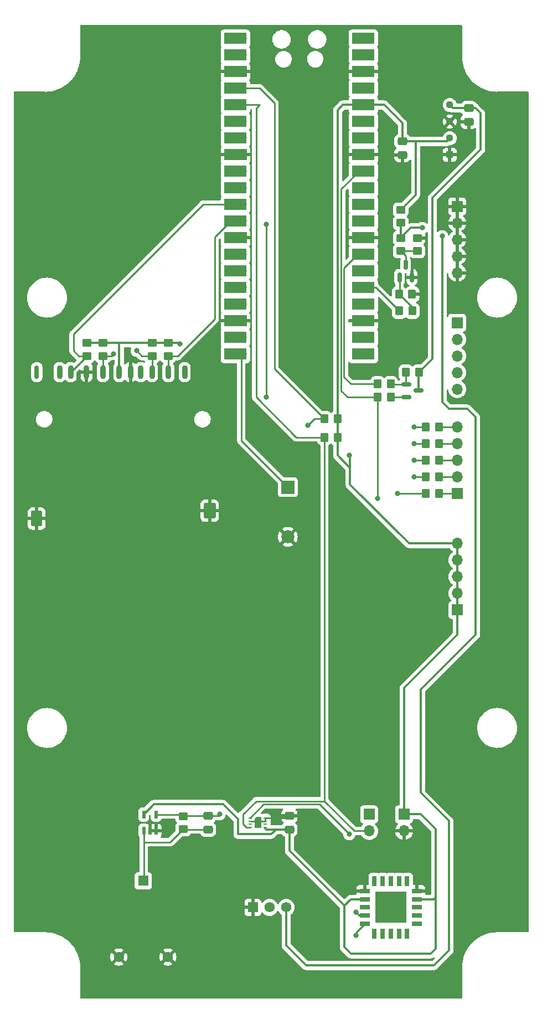
<source format=gbr>
%TF.GenerationSoftware,KiCad,Pcbnew,6.0.2+dfsg-1*%
%TF.CreationDate,2022-11-10T09:56:39+01:00*%
%TF.ProjectId,DL,444c2e6b-6963-4616-945f-706362585858,rev?*%
%TF.SameCoordinates,Original*%
%TF.FileFunction,Copper,L1,Top*%
%TF.FilePolarity,Positive*%
%FSLAX46Y46*%
G04 Gerber Fmt 4.6, Leading zero omitted, Abs format (unit mm)*
G04 Created by KiCad (PCBNEW 6.0.2+dfsg-1) date 2022-11-10 09:56:39*
%MOMM*%
%LPD*%
G01*
G04 APERTURE LIST*
G04 Aperture macros list*
%AMRoundRect*
0 Rectangle with rounded corners*
0 $1 Rounding radius*
0 $2 $3 $4 $5 $6 $7 $8 $9 X,Y pos of 4 corners*
0 Add a 4 corners polygon primitive as box body*
4,1,4,$2,$3,$4,$5,$6,$7,$8,$9,$2,$3,0*
0 Add four circle primitives for the rounded corners*
1,1,$1+$1,$2,$3*
1,1,$1+$1,$4,$5*
1,1,$1+$1,$6,$7*
1,1,$1+$1,$8,$9*
0 Add four rect primitives between the rounded corners*
20,1,$1+$1,$2,$3,$4,$5,0*
20,1,$1+$1,$4,$5,$6,$7,0*
20,1,$1+$1,$6,$7,$8,$9,0*
20,1,$1+$1,$8,$9,$2,$3,0*%
%AMFreePoly0*
4,1,6,0.500000,-0.850000,-0.500000,-0.850000,-0.500000,0.550000,-0.200000,0.850000,0.500000,0.850000,0.500000,-0.850000,0.500000,-0.850000,$1*%
G04 Aperture macros list end*
%TA.AperFunction,SMDPad,CuDef*%
%ADD10RoundRect,0.250000X0.350000X0.450000X-0.350000X0.450000X-0.350000X-0.450000X0.350000X-0.450000X0*%
%TD*%
%TA.AperFunction,ComponentPad*%
%ADD11R,1.700000X1.700000*%
%TD*%
%TA.AperFunction,ComponentPad*%
%ADD12O,1.700000X1.700000*%
%TD*%
%TA.AperFunction,SMDPad,CuDef*%
%ADD13RoundRect,0.250000X-0.450000X0.350000X-0.450000X-0.350000X0.450000X-0.350000X0.450000X0.350000X0*%
%TD*%
%TA.AperFunction,ComponentPad*%
%ADD14R,1.560000X1.560000*%
%TD*%
%TA.AperFunction,ComponentPad*%
%ADD15C,1.560000*%
%TD*%
%TA.AperFunction,SMDPad,CuDef*%
%ADD16RoundRect,0.150000X-0.587500X-0.150000X0.587500X-0.150000X0.587500X0.150000X-0.587500X0.150000X0*%
%TD*%
%TA.AperFunction,ComponentPad*%
%ADD17R,1.110000X1.110000*%
%TD*%
%TA.AperFunction,ComponentPad*%
%ADD18C,1.110000*%
%TD*%
%TA.AperFunction,SMDPad,CuDef*%
%ADD19RoundRect,0.150000X0.150000X-0.587500X0.150000X0.587500X-0.150000X0.587500X-0.150000X-0.587500X0*%
%TD*%
%TA.AperFunction,SMDPad,CuDef*%
%ADD20RoundRect,0.250000X0.450000X-0.350000X0.450000X0.350000X-0.450000X0.350000X-0.450000X-0.350000X0*%
%TD*%
%TA.AperFunction,SMDPad,CuDef*%
%ADD21R,0.600000X1.150000*%
%TD*%
%TA.AperFunction,SMDPad,CuDef*%
%ADD22RoundRect,0.250000X0.475000X-0.337500X0.475000X0.337500X-0.475000X0.337500X-0.475000X-0.337500X0*%
%TD*%
%TA.AperFunction,SMDPad,CuDef*%
%ADD23R,3.500000X1.700000*%
%TD*%
%TA.AperFunction,SMDPad,CuDef*%
%ADD24RoundRect,0.250000X-0.350000X-0.450000X0.350000X-0.450000X0.350000X0.450000X-0.350000X0.450000X0*%
%TD*%
%TA.AperFunction,SMDPad,CuDef*%
%ADD25RoundRect,0.250400X-0.149600X-0.749600X0.149600X-0.749600X0.149600X0.749600X-0.149600X0.749600X0*%
%TD*%
%TA.AperFunction,SMDPad,CuDef*%
%ADD26RoundRect,0.249900X-0.100100X-0.750100X0.100100X-0.750100X0.100100X0.750100X-0.100100X0.750100X0*%
%TD*%
%TA.AperFunction,SMDPad,CuDef*%
%ADD27RoundRect,0.250200X-0.649800X-0.949800X0.649800X-0.949800X0.649800X0.949800X-0.649800X0.949800X0*%
%TD*%
%TA.AperFunction,SMDPad,CuDef*%
%ADD28RoundRect,0.249900X-0.600100X-0.950100X0.600100X-0.950100X0.600100X0.950100X-0.600100X0.950100X0*%
%TD*%
%TA.AperFunction,ComponentPad*%
%ADD29R,1.600000X1.600000*%
%TD*%
%TA.AperFunction,ComponentPad*%
%ADD30C,1.600000*%
%TD*%
%TA.AperFunction,SMDPad,CuDef*%
%ADD31R,0.800000X1.500000*%
%TD*%
%TA.AperFunction,SMDPad,CuDef*%
%ADD32R,1.500000X0.800000*%
%TD*%
%TA.AperFunction,SMDPad,CuDef*%
%ADD33R,4.800000X4.800000*%
%TD*%
%TA.AperFunction,SMDPad,CuDef*%
%ADD34RoundRect,0.250000X-0.475000X0.337500X-0.475000X-0.337500X0.475000X-0.337500X0.475000X0.337500X0*%
%TD*%
%TA.AperFunction,ComponentPad*%
%ADD35R,2.000000X2.000000*%
%TD*%
%TA.AperFunction,ComponentPad*%
%ADD36C,2.000000*%
%TD*%
%TA.AperFunction,SMDPad,CuDef*%
%ADD37R,0.550000X0.250000*%
%TD*%
%TA.AperFunction,SMDPad,CuDef*%
%ADD38FreePoly0,0.000000*%
%TD*%
%TA.AperFunction,ViaPad*%
%ADD39C,0.800000*%
%TD*%
%TA.AperFunction,Conductor*%
%ADD40C,0.350000*%
%TD*%
%TA.AperFunction,Conductor*%
%ADD41C,0.250000*%
%TD*%
G04 APERTURE END LIST*
D10*
%TO.P,R17,1*%
%TO.N,Net-(J4-Pad2)*%
X81010000Y-85090000D03*
%TO.P,R17,2*%
%TO.N,GP13{slash}SPI_CSn1{slash}I2C_SCL0{slash}UART_RX0*%
X79010000Y-85090000D03*
%TD*%
D11*
%TO.P,J4,1,Pin_1*%
%TO.N,Net-(J4-Pad1)*%
X83836000Y-87630000D03*
D12*
%TO.P,J4,2,Pin_2*%
%TO.N,Net-(J4-Pad2)*%
X83836000Y-85090000D03*
%TO.P,J4,3,Pin_3*%
%TO.N,Net-(J4-Pad3)*%
X83836000Y-82550000D03*
%TO.P,J4,4,Pin_4*%
%TO.N,Net-(J4-Pad4)*%
X83836000Y-80010000D03*
%TO.P,J4,5,Pin_5*%
%TO.N,Net-(J4-Pad5)*%
X83836000Y-77470000D03*
%TD*%
D11*
%TO.P,J2,1,Pin_1*%
%TO.N,+3.3V*%
X75692000Y-136652000D03*
D12*
%TO.P,J2,2,Pin_2*%
%TO.N,AGND*%
X75692000Y-139192000D03*
%TD*%
D13*
%TO.P,R14,1*%
%TO.N,+3.3V*%
X27178000Y-64561500D03*
%TO.P,R14,2*%
%TO.N,GP8{slash}SPI_RX1{slash}I2C_SDA0{slash}UART_TX1*%
X27178000Y-66561500D03*
%TD*%
D11*
%TO.P,J7,1,Pin_1*%
%TO.N,GP22*%
X83820000Y-61478000D03*
D12*
%TO.P,J7,2,Pin_2*%
%TO.N,GP20{slash}I2C_SDA0*%
X83820000Y-64018000D03*
%TO.P,J7,3,Pin_3*%
%TO.N,GP18{slash}SPI_SCK0{slash}I2C_SDA1*%
X83820000Y-66558000D03*
%TO.P,J7,4,Pin_4*%
%TO.N,GP17{slash}SPI_CSn0{slash}I2C_SCL0{slash}UART_RX0*%
X83820000Y-69098000D03*
%TO.P,J7,5,Pin_5*%
%TO.N,GP16{slash}SPI_RX0{slash}I2C_SDA0{slash}UART_TX0*%
X83820000Y-71638000D03*
%TD*%
D13*
%TO.P,R6,1*%
%TO.N,+3.3V*%
X75184000Y-44212000D03*
%TO.P,R6,2*%
%TO.N,VD*%
X75184000Y-46212000D03*
%TD*%
D14*
%TO.P,IC3,1,COMMON(-)*%
%TO.N,AGND*%
X52578000Y-150876000D03*
D15*
%TO.P,IC3,2,SENSOR_ELECTRODE_(+)*%
%TO.N,GP27{slash}ADC1{slash}I2C_SCL1*%
X55118000Y-150876000D03*
%TO.P,IC3,3,HEATER(+)*%
%TO.N,VD*%
X57658000Y-150876000D03*
%TD*%
D13*
%TO.P,R12,1*%
%TO.N,+3.3V*%
X37146000Y-64593500D03*
%TO.P,R12,2*%
%TO.N,GP7{slash}SPI_TX0{slash}I2C_SCL1*%
X37146000Y-66593500D03*
%TD*%
D10*
%TO.P,R4,1*%
%TO.N,Net-(Q1-Pad2)*%
X73644000Y-72898000D03*
%TO.P,R4,2*%
%TO.N,GP27{slash}ADC1{slash}I2C_SCL1*%
X71644000Y-72898000D03*
%TD*%
D16*
%TO.P,Q1,1,G*%
%TO.N,Net-(Q1-Pad1)*%
X76024500Y-70932000D03*
%TO.P,Q1,2,S*%
%TO.N,Net-(Q1-Pad2)*%
X76024500Y-72832000D03*
%TO.P,Q1,3,D*%
%TO.N,+5V*%
X77899500Y-71882000D03*
%TD*%
D17*
%TO.P,PS1,1,-VIN*%
%TO.N,AGND*%
X82680000Y-35814000D03*
D18*
%TO.P,PS1,2,+VIN*%
%TO.N,+3.3V*%
X82680000Y-33274000D03*
%TO.P,PS1,3,-VOUT*%
%TO.N,AGND*%
X82680000Y-30734000D03*
%TO.P,PS1,4,+VOUT*%
%TO.N,+5V*%
X82680000Y-28194000D03*
%TD*%
D19*
%TO.P,Q2,1,G*%
%TO.N,Net-(Q2-Pad1)*%
X74996000Y-54531500D03*
%TO.P,Q2,2,S*%
%TO.N,AGND*%
X76896000Y-54531500D03*
%TO.P,Q2,3,D*%
%TO.N,Net-(Q2-Pad3)*%
X75946000Y-52656500D03*
%TD*%
D20*
%TO.P,R1,1*%
%TO.N,Net-(C2-Pad1)*%
X41910000Y-138922000D03*
%TO.P,R1,2*%
%TO.N,GP26{slash}ADC0{slash}I2C_SDA1*%
X41910000Y-136922000D03*
%TD*%
D10*
%TO.P,R10,1*%
%TO.N,+3.3V*%
X65516000Y-79015000D03*
%TO.P,R10,2*%
%TO.N,GP3{slash}SPI_TX0{slash}I2C_SCL1*%
X63516000Y-79015000D03*
%TD*%
D13*
%TO.P,R11,1*%
%TO.N,+3.3V*%
X39624000Y-64593500D03*
%TO.P,R11,2*%
%TO.N,GP9{slash}SPI_CSn1{slash}I2C_SCL0{slash}UART_RX1*%
X39624000Y-66593500D03*
%TD*%
D10*
%TO.P,R19,1*%
%TO.N,Net-(J4-Pad4)*%
X81010000Y-80010000D03*
%TO.P,R19,2*%
%TO.N,GP11{slash}SPI_TX1{slash}I2C_SCL1*%
X79010000Y-80010000D03*
%TD*%
D21*
%TO.P,IC1,1,VIN+*%
%TO.N,Net-(C2-Pad1)*%
X35880000Y-139172000D03*
%TO.P,IC1,2,VSS*%
%TO.N,AGND*%
X36830000Y-139172000D03*
%TO.P,IC1,3,VIN-*%
X37780000Y-139172000D03*
%TO.P,IC1,4,VOUT*%
%TO.N,GP26{slash}ADC0{slash}I2C_SDA1*%
X37780000Y-136672000D03*
%TO.P,IC1,5,VDD*%
%TO.N,+3.3V*%
X35880000Y-136672000D03*
%TD*%
D22*
%TO.P,C1,1*%
%TO.N,+3.3V*%
X58166000Y-138959500D03*
%TO.P,C1,2*%
%TO.N,AGND*%
X58166000Y-136884500D03*
%TD*%
D23*
%TO.P,U3,1,GPIO0*%
%TO.N,GP0{slash}SPI_RX{slash}I2C_SDA0{slash}UART_TX0*%
X49900000Y-18034000D03*
D12*
X50800000Y-18034000D03*
%TO.P,U3,2,GPIO1*%
%TO.N,GP1{slash}SPI_CSn0{slash}I2C_SCL0{slash}UART_RX0*%
X50800000Y-20574000D03*
D23*
X49900000Y-20574000D03*
%TO.P,U3,3,GND*%
%TO.N,AGND*%
X49900000Y-23114000D03*
D11*
X50800000Y-23114000D03*
D12*
%TO.P,U3,4,GPIO2*%
%TO.N,GP2{slash}SPI_SCK0{slash}SDA1*%
X50800000Y-25654000D03*
D23*
X49900000Y-25654000D03*
D12*
%TO.P,U3,5,GPIO3*%
%TO.N,GP3{slash}SPI_TX0{slash}I2C_SCL1*%
X50800000Y-28194000D03*
D23*
X49900000Y-28194000D03*
%TO.P,U3,6,GPIO4*%
%TO.N,GP4{slash}SPI_RX0{slash}I2C_SDA0{slash}UART_TX1*%
X49900000Y-30734000D03*
D12*
X50800000Y-30734000D03*
D23*
%TO.P,U3,7,GPIO5*%
%TO.N,GP5{slash}SPI_CSn0{slash}I2C_SCL0{slash}UART_RX1*%
X49900000Y-33274000D03*
D12*
X50800000Y-33274000D03*
D23*
%TO.P,U3,8,GND*%
%TO.N,AGND*%
X49900000Y-35814000D03*
D11*
X50800000Y-35814000D03*
D23*
%TO.P,U3,9,GPIO6*%
%TO.N,GP6{slash}SPI_SCK0{slash}I2C_SDA1*%
X49900000Y-38354000D03*
D12*
X50800000Y-38354000D03*
%TO.P,U3,10,GPIO7*%
%TO.N,GP7{slash}SPI_TX0{slash}I2C_SCL1*%
X50800000Y-40894000D03*
D23*
X49900000Y-40894000D03*
%TO.P,U3,11,GPIO8*%
%TO.N,GP8{slash}SPI_RX1{slash}I2C_SDA0{slash}UART_TX1*%
X49900000Y-43434000D03*
D12*
X50800000Y-43434000D03*
%TO.P,U3,12,GPIO9*%
%TO.N,GP9{slash}SPI_CSn1{slash}I2C_SCL0{slash}UART_RX1*%
X50800000Y-45974000D03*
D23*
X49900000Y-45974000D03*
D11*
%TO.P,U3,13,GND*%
%TO.N,AGND*%
X50800000Y-48514000D03*
D23*
X49900000Y-48514000D03*
D12*
%TO.P,U3,14,GPIO10*%
%TO.N,GP10{slash}SPI_SCK1{slash}I2C_SDA1*%
X50800000Y-51054000D03*
D23*
X49900000Y-51054000D03*
%TO.P,U3,15,GPIO11*%
%TO.N,GP11{slash}SPI_TX1{slash}I2C_SCL1*%
X49900000Y-53594000D03*
D12*
X50800000Y-53594000D03*
D23*
%TO.P,U3,16,GPIO12*%
%TO.N,GP12{slash}SPI_RX1{slash}I2C_SDA0{slash}UART_TX0*%
X49900000Y-56134000D03*
D12*
X50800000Y-56134000D03*
D23*
%TO.P,U3,17,GPIO13*%
%TO.N,GP13{slash}SPI_CSn1{slash}I2C_SCL0{slash}UART_RX0*%
X49900000Y-58674000D03*
D12*
X50800000Y-58674000D03*
D23*
%TO.P,U3,18,GND*%
%TO.N,AGND*%
X49900000Y-61214000D03*
D11*
X50800000Y-61214000D03*
D23*
%TO.P,U3,19,GPIO14*%
%TO.N,GP14{slash}SPI_SCK1{slash}I2C_SDA1*%
X49900000Y-63754000D03*
D12*
X50800000Y-63754000D03*
D23*
%TO.P,U3,20,GPIO15*%
%TO.N,GP15{slash}SPI_TX1{slash}I2C_SCL1*%
X49900000Y-66294000D03*
D12*
X50800000Y-66294000D03*
%TO.P,U3,21,GPIO16*%
%TO.N,GP16{slash}SPI_RX0{slash}I2C_SDA0{slash}UART_TX0*%
X68580000Y-66294000D03*
D23*
X69480000Y-66294000D03*
D12*
%TO.P,U3,22,GPIO17*%
%TO.N,GP17{slash}SPI_CSn0{slash}I2C_SCL0{slash}UART_RX0*%
X68580000Y-63754000D03*
D23*
X69480000Y-63754000D03*
%TO.P,U3,23,GND*%
%TO.N,AGND*%
X69480000Y-61214000D03*
D11*
X68580000Y-61214000D03*
D23*
%TO.P,U3,24,GPIO18*%
%TO.N,GP18{slash}SPI_SCK0{slash}I2C_SDA1*%
X69480000Y-58674000D03*
D12*
X68580000Y-58674000D03*
%TO.P,U3,25,GPIO19*%
%TO.N,GP19{slash}SPI_TX0{slash}I2C_SCL1*%
X68580000Y-56134000D03*
D23*
X69480000Y-56134000D03*
D12*
%TO.P,U3,26,GPIO20*%
%TO.N,GP20{slash}I2C_SDA0*%
X68580000Y-53594000D03*
D23*
X69480000Y-53594000D03*
%TO.P,U3,27,GPIO21*%
%TO.N,GP21{slash}I2C_SCL0*%
X69480000Y-51054000D03*
D12*
X68580000Y-51054000D03*
D11*
%TO.P,U3,28,GND*%
%TO.N,AGND*%
X68580000Y-48514000D03*
D23*
X69480000Y-48514000D03*
D12*
%TO.P,U3,29,GPIO22*%
%TO.N,GP22*%
X68580000Y-45974000D03*
D23*
X69480000Y-45974000D03*
D12*
%TO.P,U3,30,RUN*%
%TO.N,RUN*%
X68580000Y-43434000D03*
D23*
X69480000Y-43434000D03*
D12*
%TO.P,U3,31,GPIO26_ADC0*%
%TO.N,GP26{slash}ADC0{slash}I2C_SDA1*%
X68580000Y-40894000D03*
D23*
X69480000Y-40894000D03*
%TO.P,U3,32,GPIO27_ADC1*%
%TO.N,GP27{slash}ADC1{slash}I2C_SCL1*%
X69480000Y-38354000D03*
D12*
X68580000Y-38354000D03*
D23*
%TO.P,U3,33,AGND*%
%TO.N,AGND*%
X69480000Y-35814000D03*
D11*
X68580000Y-35814000D03*
D12*
%TO.P,U3,34,GPIO28_ADC2*%
%TO.N,GP28{slash}ADC2*%
X68580000Y-33274000D03*
D23*
X69480000Y-33274000D03*
D12*
%TO.P,U3,35,ADC_VREF*%
%TO.N,ADC_VREF*%
X68580000Y-30734000D03*
D23*
X69480000Y-30734000D03*
D12*
%TO.P,U3,36,3V3*%
%TO.N,+3.3V*%
X68580000Y-28194000D03*
D23*
X69480000Y-28194000D03*
D12*
%TO.P,U3,37,3V3_EN*%
%TO.N,3V3_EN*%
X68580000Y-25654000D03*
D23*
X69480000Y-25654000D03*
%TO.P,U3,38,GND*%
%TO.N,AGND*%
X69480000Y-23114000D03*
D11*
X68580000Y-23114000D03*
D12*
%TO.P,U3,39,VSYS*%
%TO.N,VSYS*%
X68580000Y-20574000D03*
D23*
X69480000Y-20574000D03*
%TO.P,U3,40,VBUS*%
%TO.N,VBUS*%
X69480000Y-18034000D03*
D12*
X68580000Y-18034000D03*
%TD*%
D24*
%TO.P,R2,1*%
%TO.N,GP21{slash}I2C_SCL0*%
X71644000Y-70866000D03*
%TO.P,R2,2*%
%TO.N,Net-(Q1-Pad1)*%
X73644000Y-70866000D03*
%TD*%
D13*
%TO.P,R7,1*%
%TO.N,VD*%
X75184000Y-48530000D03*
%TO.P,R7,2*%
%TO.N,Net-(Q2-Pad3)*%
X75184000Y-50530000D03*
%TD*%
D25*
%TO.P,J3,1,CD/DAT3*%
%TO.N,GP9{slash}SPI_CSn1{slash}I2C_SCL0{slash}UART_RX1*%
X39646000Y-69034000D03*
%TO.P,J3,2,CMD*%
%TO.N,GP7{slash}SPI_TX0{slash}I2C_SCL1*%
X37146000Y-69034000D03*
%TO.P,J3,3,VSS*%
%TO.N,AGND*%
X33846000Y-69034000D03*
%TO.P,J3,4,VDD*%
%TO.N,+3.3V*%
X32146000Y-69034000D03*
%TO.P,J3,5,CLK*%
%TO.N,GP6{slash}SPI_SCK0{slash}I2C_SDA1*%
X29646000Y-69034000D03*
%TO.P,J3,6,VSS*%
%TO.N,AGND*%
X27146000Y-69034000D03*
%TO.P,J3,7,DAT0*%
%TO.N,GP8{slash}SPI_RX1{slash}I2C_SDA0{slash}UART_TX1*%
X24716000Y-69034000D03*
%TO.P,J3,8,DAT1*%
%TO.N,unconnected-(J3-Pad8)*%
X23016000Y-69034000D03*
%TO.P,J3,9,DAT2*%
%TO.N,unconnected-(J3-Pad9)*%
X42146000Y-69034000D03*
%TO.P,J3,10,CARD_DETECT*%
%TO.N,unconnected-(J3-Pad10)*%
X35446000Y-69034000D03*
D26*
%TO.P,J3,11,WRITE_PROTECT*%
%TO.N,unconnected-(J3-Pad11)*%
X19526000Y-69034000D03*
D27*
%TO.P,J3,12,SHELL1*%
%TO.N,AGND*%
X45966000Y-90234000D03*
D28*
%TO.P,J3,13,SHELL2*%
X19516000Y-91434000D03*
%TD*%
D11*
%TO.P,J5,1,Pin_1*%
%TO.N,+3.3V*%
X83836000Y-105410000D03*
D12*
%TO.P,J5,2,Pin_2*%
X83836000Y-102870000D03*
%TO.P,J5,3,Pin_3*%
X83836000Y-100330000D03*
%TO.P,J5,4,Pin_4*%
X83836000Y-97790000D03*
%TO.P,J5,5,Pin_5*%
X83836000Y-95250000D03*
%TD*%
D29*
%TO.P,U2,1,Working*%
%TO.N,Net-(C2-Pad1)*%
X35814000Y-146805000D03*
D30*
%TO.P,U2,2,Counter*%
%TO.N,AGND*%
X39564000Y-158455000D03*
X32064000Y-158455000D03*
%TD*%
D31*
%TO.P,IC2,1,DNC_1*%
%TO.N,unconnected-(IC2-Pad1)*%
X76160000Y-146876000D03*
%TO.P,IC2,2,DNC_2*%
%TO.N,unconnected-(IC2-Pad2)*%
X74910000Y-146876000D03*
%TO.P,IC2,3,DNC_3*%
%TO.N,unconnected-(IC2-Pad3)*%
X73660000Y-146876000D03*
%TO.P,IC2,4,DNC_4*%
%TO.N,unconnected-(IC2-Pad4)*%
X72410000Y-146876000D03*
%TO.P,IC2,5,DNC_5*%
%TO.N,unconnected-(IC2-Pad5)*%
X71160000Y-146876000D03*
D32*
%TO.P,IC2,6,GND_1*%
%TO.N,AGND*%
X69660000Y-148376000D03*
%TO.P,IC2,7,VDD*%
%TO.N,+3.3V*%
X69660000Y-149626000D03*
%TO.P,IC2,8,DNC_6*%
%TO.N,unconnected-(IC2-Pad8)*%
X69660000Y-150876000D03*
%TO.P,IC2,9,SCL*%
%TO.N,GP3{slash}SPI_TX0{slash}I2C_SCL1*%
X69660000Y-152126000D03*
%TO.P,IC2,10,SDA*%
%TO.N,GP2{slash}SPI_SCK0{slash}SDA1*%
X69660000Y-153376000D03*
D31*
%TO.P,IC2,11,DNC_7*%
%TO.N,unconnected-(IC2-Pad11)*%
X71160000Y-154876000D03*
%TO.P,IC2,12,DNC_8*%
%TO.N,unconnected-(IC2-Pad12)*%
X72410000Y-154876000D03*
%TO.P,IC2,13,DNC_9*%
%TO.N,unconnected-(IC2-Pad13)*%
X73660000Y-154876000D03*
%TO.P,IC2,14,DNC_10*%
%TO.N,unconnected-(IC2-Pad14)*%
X74910000Y-154876000D03*
%TO.P,IC2,15,DNC_11*%
%TO.N,unconnected-(IC2-Pad15)*%
X76160000Y-154876000D03*
D32*
%TO.P,IC2,16,DNC_12*%
%TO.N,unconnected-(IC2-Pad16)*%
X77660000Y-153376000D03*
%TO.P,IC2,17,DNC_13*%
%TO.N,unconnected-(IC2-Pad17)*%
X77660000Y-152126000D03*
%TO.P,IC2,18,DNC_14*%
%TO.N,unconnected-(IC2-Pad18)*%
X77660000Y-150876000D03*
%TO.P,IC2,19,VDDH*%
%TO.N,+3.3V*%
X77660000Y-149626000D03*
%TO.P,IC2,20,GND_2*%
%TO.N,AGND*%
X77660000Y-148376000D03*
D33*
%TO.P,IC2,21,GND_3*%
X73660000Y-150876000D03*
%TD*%
D34*
%TO.P,C3,1*%
%TO.N,+3.3V*%
X75438000Y-33760500D03*
%TO.P,C3,2*%
%TO.N,AGND*%
X75438000Y-35835500D03*
%TD*%
D11*
%TO.P,J6,1,Pin_1*%
%TO.N,AGND*%
X83820000Y-43693000D03*
D12*
%TO.P,J6,2,Pin_2*%
X83820000Y-46233000D03*
%TO.P,J6,3,Pin_3*%
X83820000Y-48773000D03*
%TO.P,J6,4,Pin_4*%
X83820000Y-51313000D03*
%TO.P,J6,5,Pin_5*%
X83820000Y-53853000D03*
%TD*%
D35*
%TO.P,BZ1,1,-*%
%TO.N,GP15{slash}SPI_TX1{slash}I2C_SCL1*%
X57912000Y-86624000D03*
D36*
%TO.P,BZ1,2,+*%
%TO.N,AGND*%
X57912000Y-94224000D03*
%TD*%
D10*
%TO.P,R3,1*%
%TO.N,+5V*%
X77962000Y-69088000D03*
%TO.P,R3,2*%
%TO.N,Net-(Q1-Pad1)*%
X75962000Y-69088000D03*
%TD*%
D11*
%TO.P,J1,1,Pin_1*%
%TO.N,GP2{slash}SPI_SCK0{slash}SDA1*%
X70358000Y-136652000D03*
D12*
%TO.P,J1,2,Pin_2*%
%TO.N,GP3{slash}SPI_TX0{slash}I2C_SCL1*%
X70358000Y-139192000D03*
%TD*%
D24*
%TO.P,R15,1*%
%TO.N,Net-(Q2-Pad1)*%
X74930000Y-57150000D03*
%TO.P,R15,2*%
%TO.N,AGND*%
X76930000Y-57150000D03*
%TD*%
D37*
%TO.P,U1,1,SDA*%
%TO.N,GP2{slash}SPI_SCK0{slash}SDA1*%
X52143500Y-137172000D03*
%TO.P,U1,2,ADDR*%
%TO.N,AGND*%
X52143500Y-137672000D03*
%TO.P,U1,3,ALERT*%
%TO.N,unconnected-(U1-Pad3)*%
X52143500Y-138172000D03*
%TO.P,U1,4,SCL*%
%TO.N,GP3{slash}SPI_TX0{slash}I2C_SCL1*%
X52143500Y-138672000D03*
%TO.P,U1,5,VDD*%
%TO.N,+3.3V*%
X54493500Y-138672000D03*
%TO.P,U1,6,~{RESET}*%
%TO.N,unconnected-(U1-Pad6)*%
X54493500Y-138172000D03*
%TO.P,U1,7,R*%
%TO.N,AGND*%
X54493500Y-137672000D03*
%TO.P,U1,8,VSS*%
X54493500Y-137172000D03*
D38*
%TO.P,U1,9,VSS*%
X53318500Y-137922000D03*
%TD*%
D34*
%TO.P,C4,1*%
%TO.N,+5V*%
X85598000Y-28680500D03*
%TO.P,C4,2*%
%TO.N,AGND*%
X85598000Y-30755500D03*
%TD*%
D10*
%TO.P,R9,1*%
%TO.N,+3.3V*%
X65516000Y-76200000D03*
%TO.P,R9,2*%
%TO.N,GP2{slash}SPI_SCK0{slash}SDA1*%
X63516000Y-76200000D03*
%TD*%
D22*
%TO.P,C2,1*%
%TO.N,Net-(C2-Pad1)*%
X45720000Y-138959500D03*
%TO.P,C2,2*%
%TO.N,GP26{slash}ADC0{slash}I2C_SDA1*%
X45720000Y-136884500D03*
%TD*%
D24*
%TO.P,R5,1*%
%TO.N,GP19{slash}SPI_TX0{slash}I2C_SCL1*%
X74962000Y-59690000D03*
%TO.P,R5,2*%
%TO.N,Net-(Q2-Pad1)*%
X76962000Y-59690000D03*
%TD*%
D10*
%TO.P,R16,1*%
%TO.N,Net-(J4-Pad1)*%
X81010000Y-87630000D03*
%TO.P,R16,2*%
%TO.N,GP14{slash}SPI_SCK1{slash}I2C_SDA1*%
X79010000Y-87630000D03*
%TD*%
%TO.P,R20,1*%
%TO.N,Net-(J4-Pad5)*%
X81010000Y-77470000D03*
%TO.P,R20,2*%
%TO.N,GP10{slash}SPI_SCK1{slash}I2C_SDA1*%
X79010000Y-77470000D03*
%TD*%
D13*
%TO.P,R13,1*%
%TO.N,+3.3V*%
X29646000Y-64593500D03*
%TO.P,R13,2*%
%TO.N,GP6{slash}SPI_SCK0{slash}I2C_SDA1*%
X29646000Y-66593500D03*
%TD*%
D10*
%TO.P,R18,1*%
%TO.N,Net-(J4-Pad3)*%
X81010000Y-82550000D03*
%TO.P,R18,2*%
%TO.N,GP12{slash}SPI_RX1{slash}I2C_SDA0{slash}UART_TX0*%
X79010000Y-82550000D03*
%TD*%
D20*
%TO.P,R8,1*%
%TO.N,Net-(Q2-Pad3)*%
X77724000Y-50535000D03*
%TO.P,R8,2*%
%TO.N,AGND*%
X77724000Y-48535000D03*
%TD*%
D39*
%TO.N,+3.3V*%
X67310000Y-81788000D03*
X41402000Y-64770000D03*
%TO.N,AGND*%
X73660000Y-150876000D03*
%TO.N,GP26{slash}ADC0{slash}I2C_SDA1*%
X54610000Y-46482000D03*
X47498000Y-136652000D03*
X54610000Y-72898000D03*
%TO.N,GP2{slash}SPI_SCK0{slash}SDA1*%
X67310000Y-139700000D03*
X60960000Y-77216000D03*
X68326000Y-155194000D03*
%TO.N,GP3{slash}SPI_TX0{slash}I2C_SCL1*%
X68326000Y-151638000D03*
%TO.N,VD*%
X81534000Y-48260000D03*
X78486000Y-46990000D03*
%TO.N,GP27{slash}ADC1{slash}I2C_SCL1*%
X71628000Y-88392000D03*
%TO.N,GP7{slash}SPI_TX0{slash}I2C_SCL1*%
X34798000Y-65786000D03*
%TO.N,GP6{slash}SPI_SCK0{slash}I2C_SDA1*%
X31242000Y-66294000D03*
%TO.N,GP13{slash}SPI_CSn1{slash}I2C_SCL0{slash}UART_RX0*%
X77216000Y-85090000D03*
%TO.N,GP12{slash}SPI_RX1{slash}I2C_SDA0{slash}UART_TX0*%
X77216000Y-82550000D03*
%TO.N,GP11{slash}SPI_TX1{slash}I2C_SCL1*%
X77216000Y-80010000D03*
%TO.N,GP10{slash}SPI_SCK1{slash}I2C_SDA1*%
X77216000Y-77470000D03*
%TO.N,GP14{slash}SPI_SCK1{slash}I2C_SDA1*%
X74676000Y-87630000D03*
%TD*%
D40*
%TO.N,+3.3V*%
X65516000Y-28972000D02*
X66294000Y-28194000D01*
X27178000Y-64561500D02*
X29614000Y-64561500D01*
X50292000Y-139700000D02*
X55372000Y-139700000D01*
X37146000Y-64593500D02*
X39624000Y-64593500D01*
X75459500Y-33782000D02*
X75438000Y-33760500D01*
X82680000Y-33398000D02*
X82296000Y-33782000D01*
X67437000Y-81915000D02*
X67437000Y-83693000D01*
X75692000Y-117348000D02*
X83820000Y-109220000D01*
X29614000Y-64561500D02*
X29646000Y-64593500D01*
X80244000Y-149626000D02*
X80518000Y-149352000D01*
X66294000Y-28194000D02*
X68580000Y-28194000D01*
X68580000Y-28194000D02*
X72644000Y-28194000D01*
X83820000Y-95250000D02*
X83820000Y-97790000D01*
X76454000Y-95250000D02*
X83820000Y-95250000D01*
X65516000Y-76200000D02*
X65516000Y-79015000D01*
X32146000Y-69034000D02*
X32146000Y-64628000D01*
X80518000Y-157226000D02*
X79756000Y-157988000D01*
X82296000Y-33782000D02*
X77470000Y-33782000D01*
X67564000Y-157988000D02*
X66548000Y-156972000D01*
X65516000Y-76200000D02*
X65516000Y-28972000D01*
X37146000Y-64593500D02*
X32180500Y-64593500D01*
X75692000Y-136652000D02*
X75692000Y-117348000D01*
X65516000Y-81772000D02*
X67437000Y-83693000D01*
X78232000Y-136652000D02*
X75692000Y-136652000D01*
X65516000Y-79015000D02*
X65516000Y-81772000D01*
X77470000Y-41926000D02*
X77470000Y-33782000D01*
X77470000Y-33782000D02*
X75459500Y-33782000D01*
X67310000Y-81788000D02*
X67437000Y-81915000D01*
X39624000Y-64593500D02*
X41225500Y-64593500D01*
X58166000Y-138959500D02*
X58166000Y-142240000D01*
X35880000Y-136672000D02*
X37424000Y-135128000D01*
X82680000Y-33274000D02*
X82680000Y-33398000D01*
X80518000Y-138938000D02*
X78232000Y-136652000D01*
X56112500Y-138959500D02*
X54631500Y-138959500D01*
X80518000Y-149352000D02*
X80518000Y-157226000D01*
X66548000Y-156972000D02*
X66548000Y-150622000D01*
X32146000Y-64628000D02*
X32180500Y-64593500D01*
X54631500Y-138959500D02*
X54493500Y-138821500D01*
X55372000Y-139700000D02*
X56112500Y-138959500D01*
X75184000Y-44212000D02*
X77470000Y-41926000D01*
X75438000Y-30988000D02*
X75438000Y-33760500D01*
X41225500Y-64593500D02*
X41402000Y-64770000D01*
X83820000Y-100330000D02*
X83820000Y-102870000D01*
X83820000Y-102870000D02*
X83820000Y-105410000D01*
X50292000Y-137414000D02*
X50292000Y-139700000D01*
X32180500Y-64593500D02*
X29646000Y-64593500D01*
X83820000Y-109220000D02*
X83820000Y-105410000D01*
X83820000Y-97790000D02*
X83820000Y-100330000D01*
X79756000Y-157988000D02*
X67564000Y-157988000D01*
X66548000Y-150622000D02*
X67544000Y-149626000D01*
X67544000Y-149626000D02*
X69660000Y-149626000D01*
X80518000Y-149352000D02*
X80518000Y-138938000D01*
X58166000Y-138959500D02*
X56112500Y-138959500D01*
X48006000Y-135128000D02*
X50292000Y-137414000D01*
X67437000Y-86233000D02*
X76454000Y-95250000D01*
X37424000Y-135128000D02*
X48006000Y-135128000D01*
X54493500Y-138821500D02*
X54493500Y-138722000D01*
X58166000Y-142240000D02*
X66548000Y-150622000D01*
X72644000Y-28194000D02*
X75438000Y-30988000D01*
X67437000Y-83693000D02*
X67437000Y-86233000D01*
X77660000Y-149626000D02*
X80244000Y-149626000D01*
D41*
%TO.N,AGND*%
X54493500Y-137172000D02*
X54493500Y-137672000D01*
X54493500Y-137172000D02*
X57878500Y-137172000D01*
X53068500Y-137672000D02*
X53318500Y-137922000D01*
X53568500Y-137672000D02*
X53318500Y-137922000D01*
X57878500Y-137172000D02*
X58166000Y-136884500D01*
X52143500Y-137672000D02*
X53068500Y-137672000D01*
X54493500Y-137672000D02*
X53568500Y-137672000D01*
%TO.N,Net-(C2-Pad1)*%
X41910000Y-138922000D02*
X39928000Y-140904000D01*
X35880000Y-140904000D02*
X35880000Y-146739000D01*
X41947500Y-138959500D02*
X41910000Y-138922000D01*
X39928000Y-140904000D02*
X35880000Y-140904000D01*
X45720000Y-138959500D02*
X41947500Y-138959500D01*
X35880000Y-139172000D02*
X35880000Y-140904000D01*
X35880000Y-146739000D02*
X35814000Y-146805000D01*
%TO.N,GP26{slash}ADC0{slash}I2C_SDA1*%
X54610000Y-72898000D02*
X54610000Y-48768000D01*
X45720000Y-136884500D02*
X41947500Y-136884500D01*
X41947500Y-136884500D02*
X41910000Y-136922000D01*
X45720000Y-136884500D02*
X47265500Y-136884500D01*
X47265500Y-136884500D02*
X47498000Y-136652000D01*
X41660000Y-136672000D02*
X37780000Y-136672000D01*
X54610000Y-48768000D02*
X54610000Y-46482000D01*
X41910000Y-136922000D02*
X41660000Y-136672000D01*
D40*
%TO.N,+5V*%
X80010000Y-42418000D02*
X80010000Y-67056000D01*
X80010000Y-67056000D02*
X77978000Y-69088000D01*
X87376000Y-35052000D02*
X80010000Y-42418000D01*
X83166500Y-28680500D02*
X82680000Y-28194000D01*
X86592500Y-28680500D02*
X87376000Y-29464000D01*
X77978000Y-69088000D02*
X77962000Y-69088000D01*
X85598000Y-28680500D02*
X83166500Y-28680500D01*
X85598000Y-28680500D02*
X86592500Y-28680500D01*
X77899500Y-71882000D02*
X77899500Y-69150500D01*
X77899500Y-69150500D02*
X77962000Y-69088000D01*
X87376000Y-29464000D02*
X87376000Y-35052000D01*
D41*
%TO.N,GP2{slash}SPI_SCK0{slash}SDA1*%
X53594000Y-25654000D02*
X50800000Y-25654000D01*
X55880000Y-27940000D02*
X53594000Y-25654000D01*
X61976000Y-76200000D02*
X60960000Y-77216000D01*
X54187500Y-135128000D02*
X62738000Y-135128000D01*
X52143500Y-137172000D02*
X54187500Y-135128000D01*
X55880000Y-68564000D02*
X55880000Y-27940000D01*
X68326000Y-154710000D02*
X69660000Y-153376000D01*
X68326000Y-155194000D02*
X68326000Y-154710000D01*
X63516000Y-76200000D02*
X55880000Y-68564000D01*
X62738000Y-135128000D02*
X67310000Y-139700000D01*
X63516000Y-76200000D02*
X61976000Y-76200000D01*
%TO.N,GP3{slash}SPI_TX0{slash}I2C_SCL1*%
X51054000Y-136652000D02*
X53070000Y-134636000D01*
X63516000Y-79015000D02*
X59203000Y-79015000D01*
X68814000Y-152126000D02*
X68326000Y-151638000D01*
X59203000Y-79015000D02*
X53086000Y-72898000D01*
X53086000Y-72898000D02*
X53086000Y-28702000D01*
X53070000Y-134636000D02*
X63516000Y-134636000D01*
X52143500Y-138672000D02*
X51593500Y-138672000D01*
X51593500Y-138672000D02*
X51054000Y-138132500D01*
X53594000Y-28194000D02*
X50800000Y-28194000D01*
X63516000Y-79015000D02*
X63516000Y-134636000D01*
X53086000Y-28702000D02*
X53594000Y-28194000D01*
X69660000Y-152126000D02*
X68814000Y-152126000D01*
X51054000Y-138132500D02*
X51054000Y-136652000D01*
X68072000Y-139192000D02*
X70358000Y-139192000D01*
X63516000Y-134636000D02*
X68072000Y-139192000D01*
D40*
%TO.N,VD*%
X78232000Y-133350000D02*
X82550000Y-137668000D01*
X81534000Y-48260000D02*
X81534000Y-73660000D01*
X86614000Y-75946000D02*
X86614000Y-109220000D01*
X75184000Y-48514000D02*
X76708000Y-46990000D01*
X57658000Y-156718000D02*
X57658000Y-150876000D01*
X80264000Y-159766000D02*
X60706000Y-159766000D01*
X78232000Y-117602000D02*
X78232000Y-133350000D01*
X85344000Y-74676000D02*
X86614000Y-75946000D01*
X82550000Y-137668000D02*
X82550000Y-157480000D01*
X76708000Y-46990000D02*
X78486000Y-46990000D01*
X60706000Y-159766000D02*
X57658000Y-156718000D01*
X82550000Y-157480000D02*
X80264000Y-159766000D01*
X75184000Y-46212000D02*
X75184000Y-48530000D01*
X81534000Y-73660000D02*
X82550000Y-74676000D01*
X75184000Y-48530000D02*
X75184000Y-48514000D01*
X86614000Y-109220000D02*
X78232000Y-117602000D01*
X82550000Y-74676000D02*
X85344000Y-74676000D01*
D41*
%TO.N,GP27{slash}ADC1{slash}I2C_SCL1*%
X66066000Y-41058000D02*
X68580000Y-38544000D01*
X71644000Y-72898000D02*
X67056000Y-72898000D01*
X71628000Y-72914000D02*
X71644000Y-72898000D01*
X71628000Y-88392000D02*
X71628000Y-72914000D01*
X68580000Y-38544000D02*
X68580000Y-38354000D01*
X67056000Y-72898000D02*
X66066000Y-71908000D01*
X66066000Y-71908000D02*
X66066000Y-41058000D01*
%TO.N,GP9{slash}SPI_CSn1{slash}I2C_SCL0{slash}UART_RX1*%
X46736000Y-60960000D02*
X46736000Y-48428000D01*
X39624000Y-66593500D02*
X39624000Y-69012000D01*
X46736000Y-48428000D02*
X49190000Y-45974000D01*
X49190000Y-45974000D02*
X50800000Y-45974000D01*
X41102500Y-66593500D02*
X46736000Y-60960000D01*
X39624000Y-69012000D02*
X39646000Y-69034000D01*
X39624000Y-66593500D02*
X41102500Y-66593500D01*
%TO.N,GP7{slash}SPI_TX0{slash}I2C_SCL1*%
X37146000Y-66593500D02*
X35605500Y-66593500D01*
X37146000Y-66593500D02*
X37146000Y-69034000D01*
X35605500Y-66593500D02*
X34798000Y-65786000D01*
%TO.N,GP6{slash}SPI_SCK0{slash}I2C_SDA1*%
X30942500Y-66593500D02*
X31242000Y-66294000D01*
X29646000Y-66593500D02*
X29646000Y-69034000D01*
X29646000Y-66593500D02*
X30942500Y-66593500D01*
%TO.N,GP8{slash}SPI_RX1{slash}I2C_SDA0{slash}UART_TX1*%
X27178000Y-66561500D02*
X27178000Y-66572000D01*
X27178000Y-66572000D02*
X24716000Y-69034000D01*
X25921500Y-66561500D02*
X25146000Y-65786000D01*
X25146000Y-65786000D02*
X25146000Y-63246000D01*
X44958000Y-43434000D02*
X50800000Y-43434000D01*
X25146000Y-63246000D02*
X44958000Y-43434000D01*
X27178000Y-66561500D02*
X25921500Y-66561500D01*
%TO.N,Net-(J4-Pad1)*%
X83820000Y-87630000D02*
X81264000Y-87630000D01*
%TO.N,Net-(J4-Pad2)*%
X83820000Y-85090000D02*
X81248000Y-85090000D01*
%TO.N,Net-(J4-Pad3)*%
X83820000Y-82550000D02*
X81232000Y-82550000D01*
%TO.N,Net-(J4-Pad4)*%
X83820000Y-80010000D02*
X81248000Y-80010000D01*
%TO.N,Net-(J4-Pad5)*%
X83820000Y-77470000D02*
X81248000Y-77470000D01*
%TO.N,Net-(Q1-Pad1)*%
X73710000Y-70932000D02*
X73644000Y-70866000D01*
X75962000Y-69088000D02*
X75962000Y-70869500D01*
X75962000Y-70869500D02*
X76024500Y-70932000D01*
X76024500Y-70932000D02*
X73710000Y-70932000D01*
%TO.N,Net-(Q1-Pad2)*%
X73710000Y-72832000D02*
X73644000Y-72898000D01*
X76024500Y-72832000D02*
X73710000Y-72832000D01*
%TO.N,Net-(Q2-Pad1)*%
X74996000Y-57084000D02*
X74930000Y-57150000D01*
X74996000Y-54531500D02*
X74996000Y-57084000D01*
X74930000Y-57150000D02*
X76962000Y-59182000D01*
X76962000Y-59182000D02*
X76962000Y-59690000D01*
%TO.N,Net-(Q2-Pad3)*%
X77719000Y-50530000D02*
X77724000Y-50535000D01*
X75184000Y-50530000D02*
X77719000Y-50530000D01*
X75946000Y-51292000D02*
X75184000Y-50530000D01*
X75946000Y-52656500D02*
X75946000Y-51292000D01*
%TO.N,GP21{slash}I2C_SCL0*%
X66516000Y-69818000D02*
X66516000Y-53118000D01*
X66516000Y-53118000D02*
X68580000Y-51054000D01*
X67564000Y-70866000D02*
X66516000Y-69818000D01*
X71644000Y-70866000D02*
X67564000Y-70866000D01*
%TO.N,GP19{slash}SPI_TX0{slash}I2C_SCL1*%
X71406000Y-56134000D02*
X68580000Y-56134000D01*
X74962000Y-59690000D02*
X71406000Y-56134000D01*
%TO.N,GP13{slash}SPI_CSn1{slash}I2C_SCL0{slash}UART_RX0*%
X79248000Y-85090000D02*
X77216000Y-85090000D01*
%TO.N,GP12{slash}SPI_RX1{slash}I2C_SDA0{slash}UART_TX0*%
X77216000Y-82550000D02*
X79232000Y-82550000D01*
%TO.N,GP11{slash}SPI_TX1{slash}I2C_SCL1*%
X79248000Y-80010000D02*
X77216000Y-80010000D01*
%TO.N,GP10{slash}SPI_SCK1{slash}I2C_SDA1*%
X77216000Y-77470000D02*
X79248000Y-77470000D01*
%TO.N,GP14{slash}SPI_SCK1{slash}I2C_SDA1*%
X74676000Y-87630000D02*
X79264000Y-87630000D01*
%TO.N,GP15{slash}SPI_TX1{slash}I2C_SCL1*%
X50800000Y-79512000D02*
X57912000Y-86624000D01*
X50800000Y-66294000D02*
X50800000Y-79512000D01*
%TD*%
%TA.AperFunction,Conductor*%
%TO.N,AGND*%
G36*
X84524121Y-16022002D02*
G01*
X84570614Y-16075658D01*
X84582000Y-16128000D01*
X84582000Y-20774793D01*
X84580254Y-20795697D01*
X84576929Y-20815461D01*
X84576870Y-20820322D01*
X84576853Y-20821730D01*
X84576776Y-20828000D01*
X84577466Y-20832819D01*
X84577783Y-20837674D01*
X84577679Y-20837681D01*
X84577973Y-20840880D01*
X84579042Y-20866727D01*
X84595674Y-21268855D01*
X84650251Y-21706698D01*
X84740799Y-22138539D01*
X84866698Y-22561428D01*
X84867642Y-22563847D01*
X84867645Y-22563856D01*
X84981455Y-22855525D01*
X85027089Y-22972475D01*
X85028235Y-22974819D01*
X85219729Y-23366527D01*
X85219735Y-23366539D01*
X85220877Y-23368874D01*
X85222209Y-23371110D01*
X85222211Y-23371113D01*
X85445401Y-23745674D01*
X85445408Y-23745685D01*
X85446737Y-23747915D01*
X85703126Y-24107011D01*
X85988294Y-24443708D01*
X86300292Y-24755706D01*
X86636989Y-25040874D01*
X86996085Y-25297263D01*
X86998315Y-25298592D01*
X86998326Y-25298599D01*
X87299549Y-25478089D01*
X87375126Y-25523123D01*
X87377461Y-25524265D01*
X87377473Y-25524271D01*
X87721327Y-25692371D01*
X87771525Y-25716911D01*
X87773954Y-25717859D01*
X87773959Y-25717861D01*
X88180144Y-25876355D01*
X88180153Y-25876358D01*
X88182572Y-25877302D01*
X88605461Y-26003201D01*
X89037302Y-26093749D01*
X89475145Y-26148326D01*
X89887455Y-26165380D01*
X89893800Y-26166045D01*
X89893819Y-26165829D01*
X89898656Y-26166263D01*
X89903461Y-26167071D01*
X89909892Y-26167149D01*
X89911141Y-26167165D01*
X89911145Y-26167165D01*
X89916000Y-26167224D01*
X89943588Y-26163273D01*
X89961451Y-26162000D01*
X94616000Y-26162000D01*
X94684121Y-26182002D01*
X94730614Y-26235658D01*
X94742000Y-26288000D01*
X94742000Y-154560000D01*
X94721998Y-154628121D01*
X94668342Y-154674614D01*
X94616000Y-154686000D01*
X89969207Y-154686000D01*
X89948303Y-154684254D01*
X89938596Y-154682621D01*
X89928539Y-154680929D01*
X89922349Y-154680853D01*
X89920864Y-154680835D01*
X89920859Y-154680835D01*
X89916000Y-154680776D01*
X89911181Y-154681466D01*
X89906326Y-154681783D01*
X89906319Y-154681679D01*
X89903120Y-154681973D01*
X89832271Y-154684903D01*
X89475145Y-154699674D01*
X89037302Y-154754251D01*
X88605461Y-154844799D01*
X88602951Y-154845546D01*
X88602952Y-154845546D01*
X88337521Y-154924568D01*
X88182572Y-154970698D01*
X88180153Y-154971642D01*
X88180144Y-154971645D01*
X87773959Y-155130139D01*
X87773954Y-155130141D01*
X87771525Y-155131089D01*
X87769181Y-155132235D01*
X87377473Y-155323729D01*
X87377461Y-155323735D01*
X87375126Y-155324877D01*
X87372890Y-155326209D01*
X87372887Y-155326211D01*
X86998326Y-155549401D01*
X86998315Y-155549408D01*
X86996085Y-155550737D01*
X86636989Y-155807126D01*
X86300292Y-156092294D01*
X85988294Y-156404292D01*
X85703126Y-156740989D01*
X85446737Y-157100085D01*
X85445408Y-157102315D01*
X85445401Y-157102326D01*
X85248733Y-157432377D01*
X85220877Y-157479126D01*
X85219735Y-157481461D01*
X85219729Y-157481473D01*
X85051629Y-157825327D01*
X85027089Y-157875525D01*
X85026141Y-157877954D01*
X85026139Y-157877959D01*
X84883611Y-158243228D01*
X84866698Y-158286572D01*
X84865957Y-158289062D01*
X84865956Y-158289064D01*
X84792725Y-158535045D01*
X84740799Y-158709461D01*
X84650251Y-159141302D01*
X84595674Y-159579145D01*
X84578702Y-159989484D01*
X84578621Y-159991449D01*
X84577955Y-159997800D01*
X84578171Y-159997819D01*
X84577737Y-160002656D01*
X84576929Y-160007461D01*
X84576776Y-160020000D01*
X84577466Y-160024815D01*
X84580727Y-160047588D01*
X84582000Y-160065451D01*
X84582000Y-164720000D01*
X84561998Y-164788121D01*
X84508342Y-164834614D01*
X84456000Y-164846000D01*
X26288000Y-164846000D01*
X26219879Y-164825998D01*
X26173386Y-164772342D01*
X26162000Y-164720000D01*
X26162000Y-160073207D01*
X26163746Y-160052303D01*
X26166264Y-160037335D01*
X26167071Y-160032539D01*
X26167147Y-160026349D01*
X26167165Y-160024864D01*
X26167165Y-160024859D01*
X26167224Y-160020000D01*
X26166534Y-160015181D01*
X26166217Y-160010326D01*
X26166321Y-160010319D01*
X26166027Y-160007120D01*
X26155661Y-159756493D01*
X26148326Y-159579145D01*
X26143579Y-159541062D01*
X31342493Y-159541062D01*
X31351789Y-159553077D01*
X31402994Y-159588931D01*
X31412489Y-159594414D01*
X31609947Y-159686490D01*
X31620239Y-159690236D01*
X31830688Y-159746625D01*
X31841481Y-159748528D01*
X32058525Y-159767517D01*
X32069475Y-159767517D01*
X32286519Y-159748528D01*
X32297312Y-159746625D01*
X32507761Y-159690236D01*
X32518053Y-159686490D01*
X32715511Y-159594414D01*
X32725006Y-159588931D01*
X32777048Y-159552491D01*
X32785424Y-159542012D01*
X32784925Y-159541062D01*
X38842493Y-159541062D01*
X38851789Y-159553077D01*
X38902994Y-159588931D01*
X38912489Y-159594414D01*
X39109947Y-159686490D01*
X39120239Y-159690236D01*
X39330688Y-159746625D01*
X39341481Y-159748528D01*
X39558525Y-159767517D01*
X39569475Y-159767517D01*
X39786519Y-159748528D01*
X39797312Y-159746625D01*
X40007761Y-159690236D01*
X40018053Y-159686490D01*
X40215511Y-159594414D01*
X40225006Y-159588931D01*
X40277048Y-159552491D01*
X40285424Y-159542012D01*
X40278356Y-159528566D01*
X39576812Y-158827022D01*
X39562868Y-158819408D01*
X39561035Y-158819539D01*
X39554420Y-158823790D01*
X38848923Y-159529287D01*
X38842493Y-159541062D01*
X32784925Y-159541062D01*
X32778356Y-159528566D01*
X32076812Y-158827022D01*
X32062868Y-158819408D01*
X32061035Y-158819539D01*
X32054420Y-158823790D01*
X31348923Y-159529287D01*
X31342493Y-159541062D01*
X26143579Y-159541062D01*
X26093749Y-159141302D01*
X26003201Y-158709461D01*
X25951275Y-158535045D01*
X25929075Y-158460475D01*
X30751483Y-158460475D01*
X30770472Y-158677519D01*
X30772375Y-158688312D01*
X30828764Y-158898761D01*
X30832510Y-158909053D01*
X30924586Y-159106511D01*
X30930069Y-159116006D01*
X30966509Y-159168048D01*
X30976988Y-159176424D01*
X30990434Y-159169356D01*
X31691978Y-158467812D01*
X31698356Y-158456132D01*
X32428408Y-158456132D01*
X32428539Y-158457965D01*
X32432790Y-158464580D01*
X33138287Y-159170077D01*
X33150062Y-159176507D01*
X33162077Y-159167211D01*
X33197931Y-159116006D01*
X33203414Y-159106511D01*
X33295490Y-158909053D01*
X33299236Y-158898761D01*
X33355625Y-158688312D01*
X33357528Y-158677519D01*
X33376517Y-158460475D01*
X38251483Y-158460475D01*
X38270472Y-158677519D01*
X38272375Y-158688312D01*
X38328764Y-158898761D01*
X38332510Y-158909053D01*
X38424586Y-159106511D01*
X38430069Y-159116006D01*
X38466509Y-159168048D01*
X38476988Y-159176424D01*
X38490434Y-159169356D01*
X39191978Y-158467812D01*
X39198356Y-158456132D01*
X39928408Y-158456132D01*
X39928539Y-158457965D01*
X39932790Y-158464580D01*
X40638287Y-159170077D01*
X40650062Y-159176507D01*
X40662077Y-159167211D01*
X40697931Y-159116006D01*
X40703414Y-159106511D01*
X40795490Y-158909053D01*
X40799236Y-158898761D01*
X40855625Y-158688312D01*
X40857528Y-158677519D01*
X40876517Y-158460475D01*
X40876517Y-158449525D01*
X40857528Y-158232481D01*
X40855625Y-158221688D01*
X40799236Y-158011239D01*
X40795490Y-158000947D01*
X40703414Y-157803489D01*
X40697931Y-157793994D01*
X40661491Y-157741952D01*
X40651012Y-157733576D01*
X40637566Y-157740644D01*
X39936022Y-158442188D01*
X39928408Y-158456132D01*
X39198356Y-158456132D01*
X39199592Y-158453868D01*
X39199461Y-158452035D01*
X39195210Y-158445420D01*
X38489713Y-157739923D01*
X38477938Y-157733493D01*
X38465923Y-157742789D01*
X38430069Y-157793994D01*
X38424586Y-157803489D01*
X38332510Y-158000947D01*
X38328764Y-158011239D01*
X38272375Y-158221688D01*
X38270472Y-158232481D01*
X38251483Y-158449525D01*
X38251483Y-158460475D01*
X33376517Y-158460475D01*
X33376517Y-158449525D01*
X33357528Y-158232481D01*
X33355625Y-158221688D01*
X33299236Y-158011239D01*
X33295490Y-158000947D01*
X33203414Y-157803489D01*
X33197931Y-157793994D01*
X33161491Y-157741952D01*
X33151012Y-157733576D01*
X33137566Y-157740644D01*
X32436022Y-158442188D01*
X32428408Y-158456132D01*
X31698356Y-158456132D01*
X31699592Y-158453868D01*
X31699461Y-158452035D01*
X31695210Y-158445420D01*
X30989713Y-157739923D01*
X30977938Y-157733493D01*
X30965923Y-157742789D01*
X30930069Y-157793994D01*
X30924586Y-157803489D01*
X30832510Y-158000947D01*
X30828764Y-158011239D01*
X30772375Y-158221688D01*
X30770472Y-158232481D01*
X30751483Y-158449525D01*
X30751483Y-158460475D01*
X25929075Y-158460475D01*
X25878044Y-158289064D01*
X25878043Y-158289062D01*
X25877302Y-158286572D01*
X25860390Y-158243228D01*
X25717861Y-157877959D01*
X25717859Y-157877954D01*
X25716911Y-157875525D01*
X25692371Y-157825327D01*
X25524271Y-157481473D01*
X25524265Y-157481461D01*
X25523123Y-157479126D01*
X25495267Y-157432377D01*
X25456899Y-157367988D01*
X31342576Y-157367988D01*
X31349644Y-157381434D01*
X32051188Y-158082978D01*
X32065132Y-158090592D01*
X32066965Y-158090461D01*
X32073580Y-158086210D01*
X32779077Y-157380713D01*
X32785507Y-157368938D01*
X32784772Y-157367988D01*
X38842576Y-157367988D01*
X38849644Y-157381434D01*
X39551188Y-158082978D01*
X39565132Y-158090592D01*
X39566965Y-158090461D01*
X39573580Y-158086210D01*
X40279077Y-157380713D01*
X40285507Y-157368938D01*
X40276211Y-157356923D01*
X40225006Y-157321069D01*
X40215511Y-157315586D01*
X40018053Y-157223510D01*
X40007761Y-157219764D01*
X39797312Y-157163375D01*
X39786519Y-157161472D01*
X39569475Y-157142483D01*
X39558525Y-157142483D01*
X39341481Y-157161472D01*
X39330688Y-157163375D01*
X39120239Y-157219764D01*
X39109947Y-157223510D01*
X38912489Y-157315586D01*
X38902994Y-157321069D01*
X38850952Y-157357509D01*
X38842576Y-157367988D01*
X32784772Y-157367988D01*
X32776211Y-157356923D01*
X32725006Y-157321069D01*
X32715511Y-157315586D01*
X32518053Y-157223510D01*
X32507761Y-157219764D01*
X32297312Y-157163375D01*
X32286519Y-157161472D01*
X32069475Y-157142483D01*
X32058525Y-157142483D01*
X31841481Y-157161472D01*
X31830688Y-157163375D01*
X31620239Y-157219764D01*
X31609947Y-157223510D01*
X31412489Y-157315586D01*
X31402994Y-157321069D01*
X31350952Y-157357509D01*
X31342576Y-157367988D01*
X25456899Y-157367988D01*
X25298599Y-157102326D01*
X25298592Y-157102315D01*
X25297263Y-157100085D01*
X25040874Y-156740989D01*
X24755706Y-156404292D01*
X24443708Y-156092294D01*
X24107011Y-155807126D01*
X23747915Y-155550737D01*
X23745685Y-155549408D01*
X23745674Y-155549401D01*
X23371113Y-155326211D01*
X23371110Y-155326209D01*
X23368874Y-155324877D01*
X23366539Y-155323735D01*
X23366527Y-155323729D01*
X22974819Y-155132235D01*
X22972475Y-155131089D01*
X22970046Y-155130141D01*
X22970041Y-155130139D01*
X22563856Y-154971645D01*
X22563847Y-154971642D01*
X22561428Y-154970698D01*
X22406480Y-154924568D01*
X22141048Y-154845546D01*
X22141049Y-154845546D01*
X22138539Y-154844799D01*
X21706698Y-154754251D01*
X21268855Y-154699674D01*
X20856545Y-154682620D01*
X20850200Y-154681955D01*
X20850181Y-154682171D01*
X20845344Y-154681737D01*
X20840539Y-154680929D01*
X20834108Y-154680851D01*
X20832859Y-154680835D01*
X20832855Y-154680835D01*
X20828000Y-154680776D01*
X20803715Y-154684254D01*
X20800412Y-154684727D01*
X20782549Y-154686000D01*
X16128000Y-154686000D01*
X16059879Y-154665998D01*
X16013386Y-154612342D01*
X16002000Y-154560000D01*
X16002000Y-151700669D01*
X51290001Y-151700669D01*
X51290371Y-151707490D01*
X51295895Y-151758352D01*
X51299521Y-151773604D01*
X51344676Y-151894054D01*
X51353214Y-151909649D01*
X51429715Y-152011724D01*
X51442276Y-152024285D01*
X51544351Y-152100786D01*
X51559946Y-152109324D01*
X51680394Y-152154478D01*
X51695649Y-152158105D01*
X51746514Y-152163631D01*
X51753328Y-152164000D01*
X52305885Y-152164000D01*
X52321124Y-152159525D01*
X52322329Y-152158135D01*
X52324000Y-152150452D01*
X52324000Y-151148115D01*
X52319525Y-151132876D01*
X52318135Y-151131671D01*
X52310452Y-151130000D01*
X51308116Y-151130000D01*
X51292877Y-151134475D01*
X51291672Y-151135865D01*
X51290001Y-151143548D01*
X51290001Y-151700669D01*
X16002000Y-151700669D01*
X16002000Y-150603885D01*
X51290000Y-150603885D01*
X51294475Y-150619124D01*
X51295865Y-150620329D01*
X51303548Y-150622000D01*
X52305885Y-150622000D01*
X52321124Y-150617525D01*
X52322329Y-150616135D01*
X52324000Y-150608452D01*
X52324000Y-149606116D01*
X52319525Y-149590877D01*
X52318135Y-149589672D01*
X52310452Y-149588001D01*
X51753331Y-149588001D01*
X51746510Y-149588371D01*
X51695648Y-149593895D01*
X51680396Y-149597521D01*
X51559946Y-149642676D01*
X51544351Y-149651214D01*
X51442276Y-149727715D01*
X51429715Y-149740276D01*
X51353214Y-149842351D01*
X51344676Y-149857946D01*
X51299522Y-149978394D01*
X51295895Y-149993649D01*
X51290369Y-150044514D01*
X51290000Y-150051328D01*
X51290000Y-150603885D01*
X16002000Y-150603885D01*
X16002000Y-147653134D01*
X34505500Y-147653134D01*
X34512255Y-147715316D01*
X34563385Y-147851705D01*
X34650739Y-147968261D01*
X34767295Y-148055615D01*
X34903684Y-148106745D01*
X34965866Y-148113500D01*
X36662134Y-148113500D01*
X36724316Y-148106745D01*
X36860705Y-148055615D01*
X36977261Y-147968261D01*
X37064615Y-147851705D01*
X37115745Y-147715316D01*
X37122500Y-147653134D01*
X37122500Y-145956866D01*
X37115745Y-145894684D01*
X37064615Y-145758295D01*
X36977261Y-145641739D01*
X36860705Y-145554385D01*
X36724316Y-145503255D01*
X36662134Y-145496500D01*
X36639500Y-145496500D01*
X36571379Y-145476498D01*
X36524886Y-145422842D01*
X36513500Y-145370500D01*
X36513500Y-141663500D01*
X36533502Y-141595379D01*
X36587158Y-141548886D01*
X36639500Y-141537500D01*
X39849233Y-141537500D01*
X39860416Y-141538027D01*
X39867909Y-141539702D01*
X39875835Y-141539453D01*
X39875836Y-141539453D01*
X39935986Y-141537562D01*
X39939945Y-141537500D01*
X39967856Y-141537500D01*
X39971791Y-141537003D01*
X39971856Y-141536995D01*
X39983693Y-141536062D01*
X40015951Y-141535048D01*
X40019970Y-141534922D01*
X40027889Y-141534673D01*
X40047343Y-141529021D01*
X40066700Y-141525013D01*
X40078930Y-141523468D01*
X40078931Y-141523468D01*
X40086797Y-141522474D01*
X40094168Y-141519555D01*
X40094170Y-141519555D01*
X40127912Y-141506196D01*
X40139142Y-141502351D01*
X40173983Y-141492229D01*
X40173984Y-141492229D01*
X40181593Y-141490018D01*
X40188412Y-141485985D01*
X40188417Y-141485983D01*
X40199028Y-141479707D01*
X40216776Y-141471012D01*
X40235617Y-141463552D01*
X40271387Y-141437564D01*
X40281307Y-141431048D01*
X40312535Y-141412580D01*
X40312538Y-141412578D01*
X40319362Y-141408542D01*
X40333683Y-141394221D01*
X40348717Y-141381380D01*
X40358694Y-141374131D01*
X40365107Y-141369472D01*
X40393298Y-141335395D01*
X40401288Y-141326616D01*
X41660499Y-140067405D01*
X41722811Y-140033379D01*
X41749594Y-140030500D01*
X42410400Y-140030500D01*
X42413646Y-140030163D01*
X42413650Y-140030163D01*
X42509308Y-140020238D01*
X42509312Y-140020237D01*
X42516166Y-140019526D01*
X42522702Y-140017345D01*
X42522704Y-140017345D01*
X42676998Y-139965868D01*
X42683946Y-139963550D01*
X42834348Y-139870478D01*
X42959305Y-139745303D01*
X43016273Y-139652884D01*
X43069045Y-139605391D01*
X43123533Y-139593000D01*
X44465954Y-139593000D01*
X44534075Y-139613002D01*
X44573098Y-139652697D01*
X44626549Y-139739072D01*
X44646522Y-139771348D01*
X44771697Y-139896305D01*
X44777927Y-139900145D01*
X44777928Y-139900146D01*
X44915674Y-139985054D01*
X44922262Y-139989115D01*
X44964857Y-140003243D01*
X45083611Y-140042632D01*
X45083613Y-140042632D01*
X45090139Y-140044797D01*
X45096975Y-140045497D01*
X45096978Y-140045498D01*
X45140031Y-140049909D01*
X45194600Y-140055500D01*
X46245400Y-140055500D01*
X46248646Y-140055163D01*
X46248650Y-140055163D01*
X46344308Y-140045238D01*
X46344312Y-140045237D01*
X46351166Y-140044526D01*
X46357702Y-140042345D01*
X46357704Y-140042345D01*
X46507442Y-139992388D01*
X46518946Y-139988550D01*
X46669348Y-139895478D01*
X46675378Y-139889438D01*
X46789134Y-139775483D01*
X46794305Y-139770303D01*
X46842437Y-139692219D01*
X46883275Y-139625968D01*
X46883276Y-139625966D01*
X46887115Y-139619738D01*
X46933441Y-139480069D01*
X46940632Y-139458389D01*
X46940632Y-139458387D01*
X46942797Y-139451861D01*
X46945276Y-139427671D01*
X46947909Y-139401969D01*
X46953500Y-139347400D01*
X46953500Y-138571600D01*
X46950088Y-138538713D01*
X46943238Y-138472692D01*
X46943237Y-138472688D01*
X46942526Y-138465834D01*
X46886550Y-138298054D01*
X46793478Y-138147652D01*
X46668303Y-138022695D01*
X46664084Y-138020094D01*
X46623583Y-137962970D01*
X46620351Y-137892047D01*
X46655976Y-137830635D01*
X46663530Y-137824078D01*
X46669348Y-137820478D01*
X46794305Y-137695303D01*
X46866684Y-137577883D01*
X46919455Y-137530391D01*
X46973943Y-137518000D01*
X47186731Y-137518000D01*
X47197919Y-137518528D01*
X47205409Y-137520202D01*
X47210139Y-137520054D01*
X47217588Y-137521193D01*
X47294665Y-137537576D01*
X47396056Y-137559128D01*
X47396061Y-137559128D01*
X47402513Y-137560500D01*
X47593487Y-137560500D01*
X47599939Y-137559128D01*
X47599944Y-137559128D01*
X47701335Y-137537576D01*
X47780288Y-137520794D01*
X47786319Y-137518109D01*
X47948722Y-137445803D01*
X47948724Y-137445802D01*
X47954752Y-137443118D01*
X47963816Y-137436533D01*
X48042785Y-137379158D01*
X48109253Y-137330866D01*
X48121274Y-137317515D01*
X48232621Y-137193852D01*
X48232622Y-137193851D01*
X48237040Y-137188944D01*
X48332527Y-137023556D01*
X48391542Y-136841928D01*
X48396648Y-136793351D01*
X48398337Y-136777281D01*
X48425351Y-136711624D01*
X48483573Y-136670995D01*
X48554518Y-136668292D01*
X48612742Y-136701357D01*
X49571595Y-137660210D01*
X49605621Y-137722522D01*
X49608500Y-137749305D01*
X49608500Y-139691559D01*
X49608498Y-139692219D01*
X49608043Y-139779137D01*
X49615644Y-139810794D01*
X49616457Y-139814181D01*
X49619024Y-139828444D01*
X49623355Y-139864235D01*
X49634595Y-139893981D01*
X49639239Y-139909076D01*
X49646663Y-139939999D01*
X49650144Y-139946743D01*
X49650145Y-139946746D01*
X49663194Y-139972027D01*
X49669090Y-139985269D01*
X49681831Y-140018989D01*
X49686132Y-140025247D01*
X49686133Y-140025249D01*
X49699831Y-140045179D01*
X49707958Y-140058758D01*
X49719053Y-140080255D01*
X49719055Y-140080258D01*
X49722538Y-140087006D01*
X49727530Y-140092728D01*
X49727531Y-140092730D01*
X49746236Y-140114172D01*
X49755124Y-140125631D01*
X49771229Y-140149063D01*
X49775534Y-140155326D01*
X49781201Y-140160375D01*
X49781207Y-140160382D01*
X49799261Y-140176467D01*
X49810391Y-140187714D01*
X49826294Y-140205944D01*
X49826298Y-140205948D01*
X49831290Y-140211670D01*
X49860783Y-140232398D01*
X49872140Y-140241400D01*
X49899052Y-140265378D01*
X49927146Y-140280253D01*
X49940633Y-140288517D01*
X49966639Y-140306795D01*
X49973714Y-140309553D01*
X49973717Y-140309555D01*
X50000214Y-140319885D01*
X50013409Y-140325926D01*
X50045256Y-140342789D01*
X50076090Y-140350534D01*
X50091160Y-140355344D01*
X50120772Y-140366889D01*
X50156498Y-140371592D01*
X50170740Y-140374308D01*
X50205706Y-140383091D01*
X50213304Y-140383131D01*
X50213306Y-140383131D01*
X50244428Y-140383294D01*
X50245731Y-140383340D01*
X50246947Y-140383500D01*
X50283559Y-140383500D01*
X50284219Y-140383502D01*
X50366872Y-140383935D01*
X50366877Y-140383935D01*
X50371137Y-140383957D01*
X50372608Y-140383604D01*
X50374410Y-140383500D01*
X55343955Y-140383500D01*
X55352524Y-140383792D01*
X55400458Y-140387060D01*
X55400462Y-140387060D01*
X55408034Y-140387576D01*
X55415511Y-140386271D01*
X55415514Y-140386271D01*
X55468647Y-140376998D01*
X55475171Y-140376035D01*
X55528691Y-140369558D01*
X55536235Y-140368645D01*
X55543345Y-140365958D01*
X55548248Y-140364754D01*
X55558734Y-140361886D01*
X55563526Y-140360439D01*
X55571004Y-140359134D01*
X55586199Y-140352464D01*
X55627341Y-140334405D01*
X55633446Y-140331914D01*
X55683882Y-140312855D01*
X55683885Y-140312853D01*
X55690989Y-140310169D01*
X55697246Y-140305869D01*
X55701714Y-140303533D01*
X55711160Y-140298275D01*
X55715526Y-140295693D01*
X55722485Y-140292638D01*
X55771304Y-140255177D01*
X55776623Y-140251314D01*
X55821065Y-140220769D01*
X55827326Y-140216466D01*
X55867233Y-140171676D01*
X55872213Y-140166402D01*
X56358710Y-139679905D01*
X56421022Y-139645879D01*
X56447805Y-139643000D01*
X56942895Y-139643000D01*
X57011016Y-139663002D01*
X57050039Y-139702697D01*
X57092522Y-139771348D01*
X57217697Y-139896305D01*
X57223927Y-139900145D01*
X57223928Y-139900146D01*
X57361674Y-139985054D01*
X57368262Y-139989115D01*
X57396170Y-139998372D01*
X57454528Y-140038803D01*
X57481764Y-140104367D01*
X57482500Y-140117964D01*
X57482500Y-142211955D01*
X57482208Y-142220523D01*
X57478424Y-142276034D01*
X57479729Y-142283511D01*
X57479729Y-142283514D01*
X57489002Y-142336647D01*
X57489965Y-142343171D01*
X57497355Y-142404235D01*
X57500042Y-142411345D01*
X57501246Y-142416248D01*
X57504114Y-142426734D01*
X57505561Y-142431526D01*
X57506866Y-142439004D01*
X57509918Y-142445956D01*
X57509918Y-142445957D01*
X57531595Y-142495341D01*
X57534086Y-142501446D01*
X57553145Y-142551882D01*
X57555831Y-142558989D01*
X57560131Y-142565246D01*
X57562467Y-142569714D01*
X57567725Y-142579160D01*
X57570307Y-142583526D01*
X57573362Y-142590485D01*
X57610823Y-142639304D01*
X57614686Y-142644623D01*
X57641283Y-142683321D01*
X57649534Y-142695326D01*
X57655203Y-142700377D01*
X57694323Y-142735232D01*
X57699598Y-142740213D01*
X65827595Y-150868210D01*
X65861621Y-150930522D01*
X65864500Y-150957305D01*
X65864500Y-156943955D01*
X65864208Y-156952523D01*
X65860424Y-157008034D01*
X65861729Y-157015511D01*
X65861729Y-157015514D01*
X65871002Y-157068647D01*
X65871965Y-157075171D01*
X65879355Y-157136235D01*
X65882042Y-157143345D01*
X65883246Y-157148248D01*
X65886114Y-157158734D01*
X65887561Y-157163526D01*
X65888866Y-157171004D01*
X65891918Y-157177956D01*
X65891918Y-157177957D01*
X65913595Y-157227341D01*
X65916086Y-157233446D01*
X65935145Y-157283882D01*
X65937831Y-157290989D01*
X65942131Y-157297246D01*
X65944467Y-157301714D01*
X65949725Y-157311160D01*
X65952307Y-157315526D01*
X65955362Y-157322485D01*
X65992823Y-157371304D01*
X65996686Y-157376623D01*
X66010848Y-157397228D01*
X66031534Y-157427326D01*
X66037203Y-157432377D01*
X66076323Y-157467232D01*
X66081598Y-157472213D01*
X67060844Y-158451459D01*
X67066698Y-158457724D01*
X67103290Y-158499670D01*
X67153655Y-158535066D01*
X67158920Y-158538978D01*
X67207328Y-158576935D01*
X67214252Y-158580061D01*
X67218561Y-158582671D01*
X67227976Y-158588042D01*
X67232424Y-158590427D01*
X67238639Y-158594795D01*
X67295957Y-158617142D01*
X67302029Y-158619694D01*
X67358105Y-158645014D01*
X67365582Y-158646400D01*
X67370402Y-158647910D01*
X67380818Y-158650878D01*
X67385698Y-158652131D01*
X67392772Y-158654889D01*
X67400303Y-158655881D01*
X67400305Y-158655881D01*
X67453777Y-158662921D01*
X67460290Y-158663953D01*
X67513299Y-158673777D01*
X67513301Y-158673777D01*
X67520768Y-158675161D01*
X67528349Y-158674724D01*
X67528350Y-158674724D01*
X67580643Y-158671709D01*
X67587895Y-158671500D01*
X79727955Y-158671500D01*
X79736524Y-158671792D01*
X79784458Y-158675060D01*
X79784462Y-158675060D01*
X79792034Y-158675576D01*
X79799511Y-158674271D01*
X79799514Y-158674271D01*
X79852647Y-158664998D01*
X79859171Y-158664035D01*
X79912691Y-158657558D01*
X79920235Y-158656645D01*
X79927345Y-158653958D01*
X79932248Y-158652754D01*
X79942734Y-158649886D01*
X79947526Y-158648439D01*
X79955004Y-158647134D01*
X79961957Y-158644082D01*
X80011341Y-158622405D01*
X80017446Y-158619914D01*
X80067882Y-158600855D01*
X80067885Y-158600853D01*
X80074989Y-158598169D01*
X80081246Y-158593869D01*
X80085714Y-158591533D01*
X80095160Y-158586275D01*
X80099526Y-158583693D01*
X80106485Y-158580638D01*
X80155304Y-158543177D01*
X80160623Y-158539314D01*
X80192765Y-158517223D01*
X80260234Y-158495122D01*
X80328941Y-158513007D01*
X80377072Y-158565198D01*
X80389346Y-158635126D01*
X80361865Y-158700588D01*
X80353228Y-158710157D01*
X80017790Y-159045595D01*
X79955478Y-159079621D01*
X79928695Y-159082500D01*
X61041305Y-159082500D01*
X60973184Y-159062498D01*
X60952210Y-159045595D01*
X58378405Y-156471790D01*
X58344379Y-156409478D01*
X58341500Y-156382695D01*
X58341500Y-152035967D01*
X58361502Y-151967846D01*
X58395227Y-151932757D01*
X58489396Y-151866819D01*
X58648819Y-151707396D01*
X58778136Y-151522711D01*
X58808885Y-151456771D01*
X58871096Y-151323358D01*
X58871097Y-151323357D01*
X58873419Y-151318376D01*
X58886107Y-151271026D01*
X58930348Y-151105915D01*
X58930348Y-151105913D01*
X58931772Y-151100600D01*
X58951422Y-150876000D01*
X58931772Y-150651400D01*
X58920264Y-150608452D01*
X58874842Y-150438934D01*
X58874841Y-150438932D01*
X58873419Y-150433624D01*
X58847727Y-150378527D01*
X58780459Y-150234270D01*
X58780457Y-150234267D01*
X58778136Y-150229289D01*
X58648819Y-150044604D01*
X58489396Y-149885181D01*
X58304711Y-149755864D01*
X58299733Y-149753543D01*
X58299730Y-149753541D01*
X58105358Y-149662904D01*
X58105357Y-149662903D01*
X58100376Y-149660581D01*
X58095068Y-149659159D01*
X58095066Y-149659158D01*
X57887915Y-149603652D01*
X57887913Y-149603652D01*
X57882600Y-149602228D01*
X57658000Y-149582578D01*
X57433400Y-149602228D01*
X57428087Y-149603652D01*
X57428085Y-149603652D01*
X57220934Y-149659158D01*
X57220932Y-149659159D01*
X57215624Y-149660581D01*
X57210643Y-149662903D01*
X57210642Y-149662904D01*
X57016270Y-149753541D01*
X57016267Y-149753543D01*
X57011289Y-149755864D01*
X56826604Y-149885181D01*
X56667181Y-150044604D01*
X56537864Y-150229289D01*
X56535543Y-150234267D01*
X56535541Y-150234270D01*
X56502195Y-150305781D01*
X56455277Y-150359066D01*
X56387000Y-150378527D01*
X56319040Y-150357985D01*
X56273805Y-150305781D01*
X56240459Y-150234270D01*
X56240457Y-150234267D01*
X56238136Y-150229289D01*
X56108819Y-150044604D01*
X55949396Y-149885181D01*
X55764711Y-149755864D01*
X55759733Y-149753543D01*
X55759730Y-149753541D01*
X55565358Y-149662904D01*
X55565357Y-149662903D01*
X55560376Y-149660581D01*
X55555068Y-149659159D01*
X55555066Y-149659158D01*
X55347915Y-149603652D01*
X55347913Y-149603652D01*
X55342600Y-149602228D01*
X55118000Y-149582578D01*
X54893400Y-149602228D01*
X54888087Y-149603652D01*
X54888085Y-149603652D01*
X54680934Y-149659158D01*
X54680932Y-149659159D01*
X54675624Y-149660581D01*
X54670643Y-149662903D01*
X54670642Y-149662904D01*
X54476270Y-149753541D01*
X54476267Y-149753543D01*
X54471289Y-149755864D01*
X54286604Y-149885181D01*
X54127181Y-150044604D01*
X54093038Y-150093365D01*
X54037584Y-150137692D01*
X53966964Y-150145001D01*
X53903604Y-150112971D01*
X53867618Y-150051770D01*
X53864564Y-150034699D01*
X53860105Y-149993648D01*
X53856479Y-149978396D01*
X53811324Y-149857946D01*
X53802786Y-149842351D01*
X53726285Y-149740276D01*
X53713724Y-149727715D01*
X53611649Y-149651214D01*
X53596054Y-149642676D01*
X53475606Y-149597522D01*
X53460351Y-149593895D01*
X53409486Y-149588369D01*
X53402672Y-149588000D01*
X52850115Y-149588000D01*
X52834876Y-149592475D01*
X52833671Y-149593865D01*
X52832000Y-149601548D01*
X52832000Y-152145884D01*
X52836475Y-152161123D01*
X52837865Y-152162328D01*
X52845548Y-152163999D01*
X53402669Y-152163999D01*
X53409490Y-152163629D01*
X53460352Y-152158105D01*
X53475604Y-152154479D01*
X53596054Y-152109324D01*
X53611649Y-152100786D01*
X53713724Y-152024285D01*
X53726285Y-152011724D01*
X53802786Y-151909649D01*
X53811324Y-151894054D01*
X53856478Y-151773606D01*
X53860105Y-151758351D01*
X53864565Y-151717300D01*
X53891807Y-151651738D01*
X53950170Y-151611312D01*
X54021124Y-151608857D01*
X54082142Y-151645152D01*
X54093031Y-151658624D01*
X54127181Y-151707396D01*
X54286604Y-151866819D01*
X54471289Y-151996136D01*
X54476267Y-151998457D01*
X54476270Y-151998459D01*
X54670642Y-152089096D01*
X54675624Y-152091419D01*
X54680932Y-152092841D01*
X54680934Y-152092842D01*
X54888085Y-152148348D01*
X54888087Y-152148348D01*
X54893400Y-152149772D01*
X55118000Y-152169422D01*
X55342600Y-152149772D01*
X55347913Y-152148348D01*
X55347915Y-152148348D01*
X55555066Y-152092842D01*
X55555068Y-152092841D01*
X55560376Y-152091419D01*
X55565358Y-152089096D01*
X55759730Y-151998459D01*
X55759733Y-151998457D01*
X55764711Y-151996136D01*
X55949396Y-151866819D01*
X56108819Y-151707396D01*
X56238136Y-151522711D01*
X56268885Y-151456771D01*
X56273805Y-151446219D01*
X56320723Y-151392934D01*
X56389000Y-151373473D01*
X56456960Y-151394015D01*
X56502195Y-151446219D01*
X56507116Y-151456771D01*
X56537864Y-151522711D01*
X56667181Y-151707396D01*
X56826604Y-151866819D01*
X56920772Y-151932756D01*
X56965099Y-151988210D01*
X56974500Y-152035967D01*
X56974500Y-156689955D01*
X56974208Y-156698523D01*
X56970424Y-156754034D01*
X56971729Y-156761511D01*
X56971729Y-156761514D01*
X56981002Y-156814647D01*
X56981965Y-156821171D01*
X56989355Y-156882235D01*
X56992042Y-156889345D01*
X56993246Y-156894248D01*
X56996114Y-156904734D01*
X56997561Y-156909526D01*
X56998866Y-156917004D01*
X57001918Y-156923956D01*
X57001918Y-156923957D01*
X57023595Y-156973341D01*
X57026086Y-156979446D01*
X57038544Y-157012413D01*
X57047831Y-157036989D01*
X57052131Y-157043246D01*
X57054467Y-157047714D01*
X57059725Y-157057160D01*
X57062307Y-157061526D01*
X57065362Y-157068485D01*
X57102823Y-157117304D01*
X57106686Y-157122623D01*
X57110857Y-157128691D01*
X57141534Y-157173326D01*
X57147203Y-157178377D01*
X57186323Y-157213232D01*
X57191598Y-157218213D01*
X60202844Y-160229459D01*
X60208698Y-160235724D01*
X60245290Y-160277670D01*
X60295655Y-160313066D01*
X60300920Y-160316978D01*
X60349328Y-160354935D01*
X60356252Y-160358061D01*
X60360561Y-160360671D01*
X60369976Y-160366042D01*
X60374424Y-160368427D01*
X60380639Y-160372795D01*
X60437957Y-160395142D01*
X60444029Y-160397694D01*
X60500105Y-160423014D01*
X60507582Y-160424400D01*
X60512402Y-160425910D01*
X60522818Y-160428878D01*
X60527698Y-160430131D01*
X60534772Y-160432889D01*
X60542303Y-160433881D01*
X60542305Y-160433881D01*
X60595777Y-160440921D01*
X60602290Y-160441953D01*
X60655299Y-160451777D01*
X60655301Y-160451777D01*
X60662768Y-160453161D01*
X60670349Y-160452724D01*
X60670350Y-160452724D01*
X60722643Y-160449709D01*
X60729895Y-160449500D01*
X80235955Y-160449500D01*
X80244524Y-160449792D01*
X80292458Y-160453060D01*
X80292462Y-160453060D01*
X80300034Y-160453576D01*
X80307511Y-160452271D01*
X80307514Y-160452271D01*
X80360647Y-160442998D01*
X80367171Y-160442035D01*
X80420691Y-160435558D01*
X80428235Y-160434645D01*
X80435345Y-160431958D01*
X80440248Y-160430754D01*
X80450734Y-160427886D01*
X80455526Y-160426439D01*
X80463004Y-160425134D01*
X80469957Y-160422082D01*
X80519341Y-160400405D01*
X80525446Y-160397914D01*
X80575882Y-160378855D01*
X80575885Y-160378853D01*
X80582989Y-160376169D01*
X80589246Y-160371869D01*
X80593714Y-160369533D01*
X80603160Y-160364275D01*
X80607526Y-160361693D01*
X80614485Y-160358638D01*
X80663304Y-160321177D01*
X80668623Y-160317314D01*
X80713065Y-160286769D01*
X80719326Y-160282466D01*
X80759233Y-160237676D01*
X80764213Y-160232402D01*
X83013459Y-157983156D01*
X83019724Y-157977302D01*
X83055945Y-157945704D01*
X83061670Y-157940710D01*
X83097066Y-157890345D01*
X83100980Y-157885077D01*
X83110308Y-157873181D01*
X83138935Y-157836672D01*
X83142061Y-157829748D01*
X83144671Y-157825439D01*
X83150042Y-157816024D01*
X83152427Y-157811576D01*
X83156795Y-157805361D01*
X83179144Y-157748039D01*
X83181698Y-157741962D01*
X83203887Y-157692820D01*
X83207014Y-157685895D01*
X83208400Y-157678418D01*
X83209910Y-157673598D01*
X83212882Y-157663165D01*
X83214130Y-157658304D01*
X83216889Y-157651228D01*
X83224918Y-157590238D01*
X83225950Y-157583722D01*
X83235777Y-157530700D01*
X83237161Y-157523233D01*
X83233709Y-157463358D01*
X83233500Y-157456106D01*
X83233500Y-137696045D01*
X83233792Y-137687476D01*
X83237060Y-137639542D01*
X83237060Y-137639538D01*
X83237576Y-137631966D01*
X83234728Y-137615642D01*
X83226998Y-137571353D01*
X83226035Y-137564829D01*
X83219558Y-137511309D01*
X83218645Y-137503765D01*
X83215958Y-137496655D01*
X83214754Y-137491752D01*
X83211886Y-137481266D01*
X83210439Y-137476474D01*
X83209134Y-137468996D01*
X83198953Y-137445803D01*
X83184405Y-137412659D01*
X83181914Y-137406554D01*
X83162855Y-137356118D01*
X83162853Y-137356115D01*
X83160169Y-137349011D01*
X83155868Y-137342753D01*
X83153527Y-137338275D01*
X83148275Y-137328840D01*
X83145693Y-137324474D01*
X83142638Y-137317515D01*
X83105177Y-137268696D01*
X83101314Y-137263377D01*
X83070769Y-137218935D01*
X83066466Y-137212674D01*
X83021676Y-137172767D01*
X83016402Y-137167787D01*
X78952405Y-133103790D01*
X78918379Y-133041478D01*
X78915500Y-133014695D01*
X78915500Y-123401376D01*
X86863495Y-123401376D01*
X86864390Y-123422721D01*
X86877767Y-123741901D01*
X86929908Y-124078713D01*
X87019268Y-124407614D01*
X87144734Y-124724505D01*
X87146389Y-124727617D01*
X87146391Y-124727622D01*
X87303084Y-125022319D01*
X87303090Y-125022329D01*
X87304741Y-125025434D01*
X87306731Y-125028340D01*
X87306732Y-125028342D01*
X87495305Y-125303746D01*
X87495310Y-125303752D01*
X87497296Y-125306653D01*
X87719997Y-125564655D01*
X87970070Y-125796225D01*
X87972901Y-125798312D01*
X87972902Y-125798313D01*
X88080466Y-125877616D01*
X88244397Y-125998477D01*
X88539560Y-126168889D01*
X88542781Y-126170296D01*
X88848656Y-126303930D01*
X88848666Y-126303934D01*
X88851878Y-126305337D01*
X88855235Y-126306376D01*
X88855240Y-126306378D01*
X89037792Y-126362887D01*
X89177460Y-126406122D01*
X89512247Y-126469986D01*
X89768181Y-126489678D01*
X89848570Y-126495864D01*
X89848571Y-126495864D01*
X89852067Y-126496133D01*
X90057753Y-126488951D01*
X90189168Y-126484362D01*
X90189173Y-126484362D01*
X90192683Y-126484239D01*
X90361267Y-126459345D01*
X90526372Y-126434964D01*
X90526377Y-126434963D01*
X90529851Y-126434450D01*
X90533243Y-126433554D01*
X90533247Y-126433553D01*
X90855977Y-126348284D01*
X90855978Y-126348284D01*
X90859368Y-126347388D01*
X91177126Y-126224138D01*
X91479166Y-126066235D01*
X91761722Y-125875649D01*
X92021273Y-125654754D01*
X92105882Y-125564655D01*
X92252172Y-125408872D01*
X92252176Y-125408867D01*
X92254583Y-125406304D01*
X92256688Y-125403490D01*
X92256694Y-125403483D01*
X92456635Y-125136215D01*
X92456640Y-125136208D01*
X92458744Y-125133395D01*
X92463888Y-125124628D01*
X92629431Y-124842468D01*
X92629434Y-124842463D01*
X92631213Y-124839430D01*
X92668550Y-124755570D01*
X92768407Y-124531289D01*
X92768409Y-124531284D01*
X92769839Y-124528072D01*
X92872894Y-124203201D01*
X92939093Y-123868868D01*
X92967613Y-123529239D01*
X92968803Y-123444000D01*
X92967614Y-123422721D01*
X92949974Y-123107220D01*
X92949778Y-123103707D01*
X92914910Y-122897555D01*
X92893528Y-122771137D01*
X92893527Y-122771133D01*
X92892939Y-122767656D01*
X92798995Y-122440035D01*
X92678938Y-122148754D01*
X92670455Y-122128172D01*
X92670451Y-122128164D01*
X92669117Y-122124927D01*
X92504924Y-121826261D01*
X92308462Y-121547758D01*
X92082180Y-121292891D01*
X91828898Y-121064835D01*
X91826048Y-121062794D01*
X91826041Y-121062789D01*
X91554628Y-120868476D01*
X91554625Y-120868474D01*
X91551774Y-120866433D01*
X91254261Y-120700159D01*
X90940068Y-120568084D01*
X90936699Y-120567093D01*
X90936695Y-120567091D01*
X90792550Y-120524667D01*
X90613110Y-120471855D01*
X90277464Y-120412672D01*
X90273953Y-120412451D01*
X90273952Y-120412451D01*
X89940830Y-120391492D01*
X89940824Y-120391492D01*
X89937312Y-120391271D01*
X89842643Y-120395901D01*
X89600402Y-120407749D01*
X89600394Y-120407750D01*
X89596895Y-120407921D01*
X89593427Y-120408483D01*
X89593424Y-120408483D01*
X89263930Y-120461849D01*
X89263927Y-120461850D01*
X89260455Y-120462412D01*
X88932186Y-120554066D01*
X88616180Y-120681741D01*
X88613095Y-120683409D01*
X88613093Y-120683410D01*
X88578937Y-120701878D01*
X88316374Y-120843845D01*
X88036507Y-121038358D01*
X88033865Y-121040671D01*
X88033861Y-121040674D01*
X88003570Y-121067192D01*
X87780066Y-121262856D01*
X87550247Y-121514539D01*
X87349916Y-121790272D01*
X87181568Y-122086616D01*
X87047304Y-122399880D01*
X87034160Y-122443415D01*
X86975715Y-122636995D01*
X86948795Y-122726157D01*
X86887269Y-123061382D01*
X86887023Y-123064898D01*
X86887023Y-123064899D01*
X86884309Y-123103707D01*
X86863495Y-123401376D01*
X78915500Y-123401376D01*
X78915500Y-117937305D01*
X78935502Y-117869184D01*
X78952405Y-117848210D01*
X87077459Y-109723156D01*
X87083724Y-109717302D01*
X87119945Y-109685704D01*
X87125670Y-109680710D01*
X87161066Y-109630345D01*
X87164980Y-109625077D01*
X87198248Y-109582649D01*
X87202935Y-109576672D01*
X87206061Y-109569748D01*
X87208671Y-109565439D01*
X87214042Y-109556024D01*
X87216427Y-109551576D01*
X87220795Y-109545361D01*
X87243144Y-109488039D01*
X87245698Y-109481962D01*
X87267887Y-109432820D01*
X87271014Y-109425895D01*
X87272400Y-109418418D01*
X87273910Y-109413598D01*
X87276882Y-109403165D01*
X87278130Y-109398304D01*
X87280889Y-109391228D01*
X87288920Y-109330223D01*
X87289950Y-109323722D01*
X87299777Y-109270700D01*
X87301161Y-109263233D01*
X87297709Y-109203357D01*
X87297500Y-109196106D01*
X87297500Y-75974045D01*
X87297792Y-75965476D01*
X87301060Y-75917542D01*
X87301060Y-75917538D01*
X87301576Y-75909966D01*
X87290998Y-75849353D01*
X87290035Y-75842829D01*
X87283558Y-75789309D01*
X87282645Y-75781765D01*
X87279958Y-75774655D01*
X87278754Y-75769752D01*
X87275886Y-75759266D01*
X87274439Y-75754474D01*
X87273134Y-75746996D01*
X87259876Y-75716793D01*
X87248405Y-75690659D01*
X87245914Y-75684554D01*
X87226855Y-75634118D01*
X87226853Y-75634115D01*
X87224169Y-75627011D01*
X87219869Y-75620754D01*
X87217533Y-75616286D01*
X87212275Y-75606840D01*
X87209693Y-75602474D01*
X87206638Y-75595515D01*
X87169177Y-75546696D01*
X87165314Y-75541377D01*
X87134769Y-75496935D01*
X87130466Y-75490674D01*
X87085676Y-75450767D01*
X87080402Y-75445787D01*
X85847156Y-74212541D01*
X85841302Y-74206276D01*
X85809704Y-74170055D01*
X85804710Y-74164330D01*
X85754345Y-74128934D01*
X85749077Y-74125020D01*
X85725458Y-74106500D01*
X85700672Y-74087065D01*
X85693748Y-74083939D01*
X85689439Y-74081329D01*
X85680024Y-74075958D01*
X85675576Y-74073573D01*
X85669361Y-74069205D01*
X85612039Y-74046856D01*
X85605971Y-74044306D01*
X85549895Y-74018986D01*
X85542418Y-74017600D01*
X85537598Y-74016090D01*
X85527165Y-74013118D01*
X85522304Y-74011870D01*
X85515228Y-74009111D01*
X85454238Y-74001082D01*
X85447722Y-74000050D01*
X85394700Y-73990223D01*
X85387233Y-73988839D01*
X85379653Y-73989276D01*
X85379652Y-73989276D01*
X85327358Y-73992291D01*
X85320106Y-73992500D01*
X82885305Y-73992500D01*
X82817184Y-73972498D01*
X82796210Y-73955595D01*
X82254405Y-73413790D01*
X82220379Y-73351478D01*
X82217500Y-73324695D01*
X82217500Y-71820764D01*
X82237502Y-71752643D01*
X82291158Y-71706150D01*
X82361432Y-71696046D01*
X82426012Y-71725540D01*
X82464396Y-71785266D01*
X82469291Y-71813511D01*
X82470110Y-71827715D01*
X82471247Y-71832761D01*
X82471248Y-71832767D01*
X82485837Y-71897500D01*
X82519222Y-72045639D01*
X82555845Y-72135831D01*
X82599970Y-72244498D01*
X82603266Y-72252616D01*
X82719987Y-72443088D01*
X82866250Y-72611938D01*
X83038126Y-72754632D01*
X83231000Y-72867338D01*
X83439692Y-72947030D01*
X83444760Y-72948061D01*
X83444763Y-72948062D01*
X83552017Y-72969883D01*
X83658597Y-72991567D01*
X83663772Y-72991757D01*
X83663774Y-72991757D01*
X83876673Y-72999564D01*
X83876677Y-72999564D01*
X83881837Y-72999753D01*
X83886957Y-72999097D01*
X83886959Y-72999097D01*
X84098288Y-72972025D01*
X84098289Y-72972025D01*
X84103416Y-72971368D01*
X84108366Y-72969883D01*
X84312429Y-72908661D01*
X84312434Y-72908659D01*
X84317384Y-72907174D01*
X84517994Y-72808896D01*
X84699860Y-72679173D01*
X84728059Y-72651073D01*
X84818957Y-72560491D01*
X84858096Y-72521489D01*
X84917594Y-72438689D01*
X84985435Y-72344277D01*
X84988453Y-72340077D01*
X85010435Y-72295601D01*
X85085136Y-72144453D01*
X85085137Y-72144451D01*
X85087430Y-72139811D01*
X85152370Y-71926069D01*
X85181529Y-71704590D01*
X85181738Y-71696046D01*
X85183074Y-71641365D01*
X85183074Y-71641361D01*
X85183156Y-71638000D01*
X85164852Y-71415361D01*
X85110431Y-71198702D01*
X85021354Y-70993840D01*
X84900014Y-70806277D01*
X84749670Y-70641051D01*
X84745619Y-70637852D01*
X84745615Y-70637848D01*
X84578414Y-70505800D01*
X84578410Y-70505798D01*
X84574359Y-70502598D01*
X84533053Y-70479796D01*
X84483084Y-70429364D01*
X84468312Y-70359921D01*
X84493428Y-70293516D01*
X84520780Y-70266909D01*
X84579756Y-70224842D01*
X84699860Y-70139173D01*
X84719165Y-70119936D01*
X84827129Y-70012348D01*
X84858096Y-69981489D01*
X84882247Y-69947880D01*
X84985435Y-69804277D01*
X84988453Y-69800077D01*
X85024212Y-69727725D01*
X85085136Y-69604453D01*
X85085137Y-69604451D01*
X85087430Y-69599811D01*
X85152370Y-69386069D01*
X85181529Y-69164590D01*
X85183156Y-69098000D01*
X85164852Y-68875361D01*
X85110431Y-68658702D01*
X85021354Y-68453840D01*
X84931704Y-68315262D01*
X84902822Y-68270617D01*
X84902820Y-68270614D01*
X84900014Y-68266277D01*
X84749670Y-68101051D01*
X84745619Y-68097852D01*
X84745615Y-68097848D01*
X84578414Y-67965800D01*
X84578410Y-67965798D01*
X84574359Y-67962598D01*
X84533053Y-67939796D01*
X84483084Y-67889364D01*
X84468312Y-67819921D01*
X84493428Y-67753516D01*
X84520780Y-67726909D01*
X84583534Y-67682147D01*
X84699860Y-67599173D01*
X84706571Y-67592486D01*
X84854435Y-67445137D01*
X84858096Y-67441489D01*
X84872113Y-67421983D01*
X84985435Y-67264277D01*
X84988453Y-67260077D01*
X84991301Y-67254316D01*
X85085136Y-67064453D01*
X85085137Y-67064451D01*
X85087430Y-67059811D01*
X85152370Y-66846069D01*
X85181529Y-66624590D01*
X85183156Y-66558000D01*
X85164852Y-66335361D01*
X85110431Y-66118702D01*
X85021354Y-65913840D01*
X84935572Y-65781241D01*
X84902822Y-65730617D01*
X84902820Y-65730614D01*
X84900014Y-65726277D01*
X84749670Y-65561051D01*
X84745619Y-65557852D01*
X84745615Y-65557848D01*
X84578414Y-65425800D01*
X84578410Y-65425798D01*
X84574359Y-65422598D01*
X84533053Y-65399796D01*
X84483084Y-65349364D01*
X84468312Y-65279921D01*
X84493428Y-65213516D01*
X84520780Y-65186909D01*
X84578343Y-65145850D01*
X84699860Y-65059173D01*
X84726066Y-65033059D01*
X84795691Y-64963676D01*
X84858096Y-64901489D01*
X84917594Y-64818689D01*
X84985435Y-64724277D01*
X84988453Y-64720077D01*
X84991301Y-64714316D01*
X85085136Y-64524453D01*
X85085137Y-64524451D01*
X85087430Y-64519811D01*
X85152370Y-64306069D01*
X85181529Y-64084590D01*
X85183156Y-64018000D01*
X85164852Y-63795361D01*
X85110431Y-63578702D01*
X85021354Y-63373840D01*
X84925675Y-63225943D01*
X84902822Y-63190617D01*
X84902820Y-63190614D01*
X84900014Y-63186277D01*
X84881536Y-63165970D01*
X84752798Y-63024488D01*
X84721746Y-62960642D01*
X84730141Y-62890143D01*
X84775317Y-62835375D01*
X84801761Y-62821706D01*
X84908297Y-62781767D01*
X84916705Y-62778615D01*
X85033261Y-62691261D01*
X85120615Y-62574705D01*
X85171745Y-62438316D01*
X85178500Y-62376134D01*
X85178500Y-60579866D01*
X85171745Y-60517684D01*
X85120615Y-60381295D01*
X85033261Y-60264739D01*
X84916705Y-60177385D01*
X84780316Y-60126255D01*
X84718134Y-60119500D01*
X82921866Y-60119500D01*
X82859684Y-60126255D01*
X82723295Y-60177385D01*
X82606739Y-60264739D01*
X82519385Y-60381295D01*
X82468255Y-60517684D01*
X82467402Y-60525534D01*
X82466082Y-60531086D01*
X82430865Y-60592732D01*
X82367910Y-60625552D01*
X82297204Y-60619126D01*
X82241198Y-60575493D01*
X82217500Y-60501939D01*
X82217500Y-57615376D01*
X86863495Y-57615376D01*
X86864390Y-57636721D01*
X86877767Y-57955901D01*
X86897957Y-58086320D01*
X86929061Y-58287239D01*
X86929908Y-58292713D01*
X87019268Y-58621614D01*
X87144734Y-58938505D01*
X87146389Y-58941617D01*
X87146391Y-58941622D01*
X87303084Y-59236319D01*
X87303090Y-59236329D01*
X87304741Y-59239434D01*
X87306731Y-59242340D01*
X87306732Y-59242342D01*
X87495305Y-59517746D01*
X87495310Y-59517752D01*
X87497296Y-59520653D01*
X87719997Y-59778655D01*
X87970070Y-60010225D01*
X87972901Y-60012312D01*
X87972902Y-60012313D01*
X88218861Y-60193650D01*
X88244397Y-60212477D01*
X88539560Y-60382889D01*
X88542781Y-60384296D01*
X88848656Y-60517930D01*
X88848666Y-60517934D01*
X88851878Y-60519337D01*
X88855235Y-60520376D01*
X88855240Y-60520378D01*
X89033288Y-60575493D01*
X89177460Y-60620122D01*
X89512247Y-60683986D01*
X89768181Y-60703678D01*
X89848570Y-60709864D01*
X89848571Y-60709864D01*
X89852067Y-60710133D01*
X90057753Y-60702951D01*
X90189168Y-60698362D01*
X90189173Y-60698362D01*
X90192683Y-60698239D01*
X90361267Y-60673345D01*
X90526372Y-60648964D01*
X90526377Y-60648963D01*
X90529851Y-60648450D01*
X90533243Y-60647554D01*
X90533247Y-60647553D01*
X90855977Y-60562284D01*
X90855978Y-60562284D01*
X90859368Y-60561388D01*
X91177126Y-60438138D01*
X91479166Y-60280235D01*
X91707451Y-60126255D01*
X91758806Y-60091616D01*
X91758808Y-60091615D01*
X91761722Y-60089649D01*
X91943014Y-59935358D01*
X92018600Y-59871029D01*
X92018601Y-59871028D01*
X92021273Y-59868754D01*
X92106599Y-59777891D01*
X92252172Y-59622872D01*
X92252176Y-59622867D01*
X92254583Y-59620304D01*
X92256688Y-59617490D01*
X92256694Y-59617483D01*
X92456635Y-59350215D01*
X92456640Y-59350208D01*
X92458744Y-59347395D01*
X92463888Y-59338628D01*
X92629431Y-59056468D01*
X92629434Y-59056463D01*
X92631213Y-59053430D01*
X92668550Y-58969570D01*
X92768407Y-58745289D01*
X92768409Y-58745284D01*
X92769839Y-58742072D01*
X92872894Y-58417201D01*
X92884602Y-58358074D01*
X92938409Y-58086320D01*
X92939093Y-58082868D01*
X92964873Y-57775866D01*
X92967430Y-57745421D01*
X92967430Y-57745414D01*
X92967613Y-57743239D01*
X92968261Y-57696839D01*
X92968773Y-57660178D01*
X92968773Y-57660166D01*
X92968803Y-57658000D01*
X92968578Y-57653965D01*
X92955615Y-57422115D01*
X92949778Y-57317707D01*
X92911994Y-57094316D01*
X92893528Y-56985137D01*
X92893527Y-56985133D01*
X92892939Y-56981656D01*
X92798995Y-56654035D01*
X92678938Y-56362754D01*
X92670455Y-56342172D01*
X92670451Y-56342164D01*
X92669117Y-56338927D01*
X92554614Y-56130646D01*
X92506617Y-56043340D01*
X92506614Y-56043336D01*
X92504924Y-56040261D01*
X92308462Y-55761758D01*
X92082180Y-55506891D01*
X91828898Y-55278835D01*
X91826048Y-55276794D01*
X91826041Y-55276789D01*
X91554628Y-55082476D01*
X91554625Y-55082474D01*
X91551774Y-55080433D01*
X91254261Y-54914159D01*
X90940068Y-54782084D01*
X90936699Y-54781093D01*
X90936695Y-54781091D01*
X90769778Y-54731965D01*
X90613110Y-54685855D01*
X90277464Y-54626672D01*
X90273953Y-54626451D01*
X90273952Y-54626451D01*
X89940830Y-54605492D01*
X89940824Y-54605492D01*
X89937312Y-54605271D01*
X89842643Y-54609901D01*
X89600402Y-54621749D01*
X89600394Y-54621750D01*
X89596895Y-54621921D01*
X89593427Y-54622483D01*
X89593424Y-54622483D01*
X89263930Y-54675849D01*
X89263927Y-54675850D01*
X89260455Y-54676412D01*
X88932186Y-54768066D01*
X88616180Y-54895741D01*
X88613095Y-54897409D01*
X88613093Y-54897410D01*
X88578937Y-54915878D01*
X88316374Y-55057845D01*
X88036507Y-55252358D01*
X88033865Y-55254671D01*
X88033861Y-55254674D01*
X87896428Y-55374988D01*
X87780066Y-55476856D01*
X87777691Y-55479457D01*
X87624620Y-55647091D01*
X87550247Y-55728539D01*
X87349916Y-56004272D01*
X87348174Y-56007338D01*
X87348173Y-56007340D01*
X87338492Y-56024381D01*
X87181568Y-56300616D01*
X87047304Y-56613880D01*
X87034160Y-56657415D01*
X86963898Y-56890135D01*
X86948795Y-56940157D01*
X86887269Y-57275382D01*
X86887023Y-57278898D01*
X86887023Y-57278899D01*
X86882243Y-57347261D01*
X86863495Y-57615376D01*
X82217500Y-57615376D01*
X82217500Y-54027073D01*
X82237502Y-53958952D01*
X82291158Y-53912459D01*
X82361432Y-53902355D01*
X82426012Y-53931849D01*
X82464396Y-53991575D01*
X82469291Y-54019820D01*
X82470309Y-54037477D01*
X82471745Y-54047697D01*
X82518565Y-54255446D01*
X82521645Y-54265275D01*
X82601770Y-54462603D01*
X82606413Y-54471794D01*
X82717694Y-54653388D01*
X82723777Y-54661699D01*
X82863213Y-54822667D01*
X82870580Y-54829883D01*
X83034434Y-54965916D01*
X83042881Y-54971831D01*
X83226756Y-55079279D01*
X83236042Y-55083729D01*
X83435001Y-55159703D01*
X83444899Y-55162579D01*
X83548250Y-55183606D01*
X83562299Y-55182410D01*
X83566000Y-55172065D01*
X83566000Y-55171517D01*
X84074000Y-55171517D01*
X84078064Y-55185359D01*
X84091478Y-55187393D01*
X84098184Y-55186534D01*
X84108262Y-55184392D01*
X84312255Y-55123191D01*
X84321842Y-55119433D01*
X84513095Y-55025739D01*
X84521945Y-55020464D01*
X84695328Y-54896792D01*
X84703200Y-54890139D01*
X84854052Y-54739812D01*
X84860730Y-54731965D01*
X84985003Y-54559020D01*
X84990313Y-54550183D01*
X85084670Y-54359267D01*
X85088469Y-54349672D01*
X85150377Y-54145910D01*
X85152555Y-54135837D01*
X85153986Y-54124962D01*
X85151775Y-54110778D01*
X85138617Y-54107000D01*
X84092115Y-54107000D01*
X84076876Y-54111475D01*
X84075671Y-54112865D01*
X84074000Y-54120548D01*
X84074000Y-55171517D01*
X83566000Y-55171517D01*
X83566000Y-53580885D01*
X84074000Y-53580885D01*
X84078475Y-53596124D01*
X84079865Y-53597329D01*
X84087548Y-53599000D01*
X85138344Y-53599000D01*
X85151875Y-53595027D01*
X85153180Y-53585947D01*
X85111214Y-53418875D01*
X85107894Y-53409124D01*
X85022972Y-53213814D01*
X85018105Y-53204739D01*
X84902426Y-53025926D01*
X84896136Y-53017757D01*
X84752806Y-52860240D01*
X84745273Y-52853215D01*
X84578139Y-52721222D01*
X84569552Y-52715517D01*
X84532116Y-52694851D01*
X84482146Y-52644419D01*
X84467374Y-52574976D01*
X84492490Y-52508571D01*
X84519842Y-52481964D01*
X84695327Y-52356792D01*
X84703200Y-52350139D01*
X84854052Y-52199812D01*
X84860730Y-52191965D01*
X84985003Y-52019020D01*
X84990313Y-52010183D01*
X85084670Y-51819267D01*
X85088469Y-51809672D01*
X85150377Y-51605910D01*
X85152555Y-51595837D01*
X85153986Y-51584962D01*
X85151775Y-51570778D01*
X85138617Y-51567000D01*
X84092115Y-51567000D01*
X84076876Y-51571475D01*
X84075671Y-51572865D01*
X84074000Y-51580548D01*
X84074000Y-53580885D01*
X83566000Y-53580885D01*
X83566000Y-51040885D01*
X84074000Y-51040885D01*
X84078475Y-51056124D01*
X84079865Y-51057329D01*
X84087548Y-51059000D01*
X85138344Y-51059000D01*
X85151875Y-51055027D01*
X85153180Y-51045947D01*
X85111214Y-50878875D01*
X85107894Y-50869124D01*
X85022972Y-50673814D01*
X85018105Y-50664739D01*
X84902426Y-50485926D01*
X84896136Y-50477757D01*
X84752806Y-50320240D01*
X84745273Y-50313215D01*
X84578139Y-50181222D01*
X84569552Y-50175517D01*
X84532116Y-50154851D01*
X84482146Y-50104419D01*
X84467374Y-50034976D01*
X84492490Y-49968571D01*
X84519842Y-49941964D01*
X84695327Y-49816792D01*
X84703200Y-49810139D01*
X84854052Y-49659812D01*
X84860730Y-49651965D01*
X84985003Y-49479020D01*
X84990313Y-49470183D01*
X85084670Y-49279267D01*
X85088469Y-49269672D01*
X85150377Y-49065910D01*
X85152555Y-49055837D01*
X85153986Y-49044962D01*
X85151775Y-49030778D01*
X85138617Y-49027000D01*
X84092115Y-49027000D01*
X84076876Y-49031475D01*
X84075671Y-49032865D01*
X84074000Y-49040548D01*
X84074000Y-51040885D01*
X83566000Y-51040885D01*
X83566000Y-48500885D01*
X84074000Y-48500885D01*
X84078475Y-48516124D01*
X84079865Y-48517329D01*
X84087548Y-48519000D01*
X85138344Y-48519000D01*
X85151875Y-48515027D01*
X85153180Y-48505947D01*
X85111214Y-48338875D01*
X85107894Y-48329124D01*
X85022972Y-48133814D01*
X85018105Y-48124739D01*
X84902426Y-47945926D01*
X84896136Y-47937757D01*
X84752806Y-47780240D01*
X84745273Y-47773215D01*
X84578139Y-47641222D01*
X84569552Y-47635517D01*
X84532116Y-47614851D01*
X84482146Y-47564419D01*
X84467374Y-47494976D01*
X84492490Y-47428571D01*
X84519842Y-47401964D01*
X84695327Y-47276792D01*
X84703200Y-47270139D01*
X84854052Y-47119812D01*
X84860730Y-47111965D01*
X84985003Y-46939020D01*
X84990313Y-46930183D01*
X85084670Y-46739267D01*
X85088469Y-46729672D01*
X85150377Y-46525910D01*
X85152555Y-46515837D01*
X85153986Y-46504962D01*
X85151775Y-46490778D01*
X85138617Y-46487000D01*
X84092115Y-46487000D01*
X84076876Y-46491475D01*
X84075671Y-46492865D01*
X84074000Y-46500548D01*
X84074000Y-48500885D01*
X83566000Y-48500885D01*
X83566000Y-46505115D01*
X83561525Y-46489876D01*
X83560135Y-46488671D01*
X83552452Y-46487000D01*
X82503225Y-46487000D01*
X82489694Y-46490973D01*
X82488257Y-46500966D01*
X82518565Y-46635446D01*
X82521645Y-46645275D01*
X82601770Y-46842603D01*
X82606413Y-46851794D01*
X82717694Y-47033388D01*
X82723777Y-47041699D01*
X82863213Y-47202667D01*
X82870580Y-47209883D01*
X83034434Y-47345916D01*
X83042881Y-47351831D01*
X83112479Y-47392501D01*
X83161203Y-47444140D01*
X83174274Y-47513923D01*
X83147543Y-47579694D01*
X83107087Y-47613053D01*
X83098462Y-47617542D01*
X83089738Y-47623036D01*
X82919433Y-47750905D01*
X82911726Y-47757748D01*
X82764590Y-47911717D01*
X82758109Y-47919722D01*
X82645722Y-48084473D01*
X82590811Y-48129475D01*
X82520286Y-48137646D01*
X82456539Y-48106392D01*
X82421801Y-48052404D01*
X82381561Y-47928557D01*
X82368527Y-47888444D01*
X82273040Y-47723056D01*
X82227744Y-47672749D01*
X82149675Y-47586045D01*
X82149671Y-47586041D01*
X82145253Y-47581134D01*
X81990752Y-47468882D01*
X81984724Y-47466198D01*
X81984722Y-47466197D01*
X81822319Y-47393891D01*
X81822318Y-47393891D01*
X81816288Y-47391206D01*
X81722887Y-47371353D01*
X81635944Y-47352872D01*
X81635939Y-47352872D01*
X81629487Y-47351500D01*
X81438513Y-47351500D01*
X81432061Y-47352872D01*
X81432056Y-47352872D01*
X81345113Y-47371353D01*
X81251712Y-47391206D01*
X81245682Y-47393891D01*
X81245681Y-47393891D01*
X81083278Y-47466197D01*
X81083276Y-47466198D01*
X81077248Y-47468882D01*
X80922747Y-47581134D01*
X80913134Y-47591810D01*
X80852690Y-47629048D01*
X80781706Y-47627696D01*
X80722722Y-47588182D01*
X80694464Y-47523051D01*
X80693500Y-47507498D01*
X80693500Y-44587669D01*
X82462001Y-44587669D01*
X82462371Y-44594490D01*
X82467895Y-44645352D01*
X82471521Y-44660604D01*
X82516676Y-44781054D01*
X82525214Y-44796649D01*
X82601715Y-44898724D01*
X82614276Y-44911285D01*
X82716351Y-44987786D01*
X82731946Y-44996324D01*
X82841337Y-45037333D01*
X82898101Y-45079975D01*
X82922801Y-45146536D01*
X82907594Y-45215885D01*
X82888201Y-45242366D01*
X82764590Y-45371717D01*
X82758104Y-45379727D01*
X82638098Y-45555649D01*
X82633000Y-45564623D01*
X82543338Y-45757783D01*
X82539775Y-45767470D01*
X82484389Y-45967183D01*
X82485912Y-45975607D01*
X82498292Y-45979000D01*
X83547885Y-45979000D01*
X83563124Y-45974525D01*
X83564329Y-45973135D01*
X83566000Y-45965452D01*
X83566000Y-45960885D01*
X84074000Y-45960885D01*
X84078475Y-45976124D01*
X84079865Y-45977329D01*
X84087548Y-45979000D01*
X85138344Y-45979000D01*
X85151875Y-45975027D01*
X85153180Y-45965947D01*
X85111214Y-45798875D01*
X85107894Y-45789124D01*
X85022972Y-45593814D01*
X85018105Y-45584739D01*
X84902426Y-45405926D01*
X84896136Y-45397757D01*
X84751931Y-45239279D01*
X84720879Y-45175433D01*
X84729273Y-45104934D01*
X84774450Y-45050166D01*
X84800894Y-45036497D01*
X84908054Y-44996324D01*
X84923649Y-44987786D01*
X85025724Y-44911285D01*
X85038285Y-44898724D01*
X85114786Y-44796649D01*
X85123324Y-44781054D01*
X85168478Y-44660606D01*
X85172105Y-44645351D01*
X85177631Y-44594486D01*
X85178000Y-44587672D01*
X85178000Y-43965115D01*
X85173525Y-43949876D01*
X85172135Y-43948671D01*
X85164452Y-43947000D01*
X84092115Y-43947000D01*
X84076876Y-43951475D01*
X84075671Y-43952865D01*
X84074000Y-43960548D01*
X84074000Y-45960885D01*
X83566000Y-45960885D01*
X83566000Y-43965115D01*
X83561525Y-43949876D01*
X83560135Y-43948671D01*
X83552452Y-43947000D01*
X82480116Y-43947000D01*
X82464877Y-43951475D01*
X82463672Y-43952865D01*
X82462001Y-43960548D01*
X82462001Y-44587669D01*
X80693500Y-44587669D01*
X80693500Y-43420885D01*
X82462000Y-43420885D01*
X82466475Y-43436124D01*
X82467865Y-43437329D01*
X82475548Y-43439000D01*
X83547885Y-43439000D01*
X83563124Y-43434525D01*
X83564329Y-43433135D01*
X83566000Y-43425452D01*
X83566000Y-43420885D01*
X84074000Y-43420885D01*
X84078475Y-43436124D01*
X84079865Y-43437329D01*
X84087548Y-43439000D01*
X85159884Y-43439000D01*
X85175123Y-43434525D01*
X85176328Y-43433135D01*
X85177999Y-43425452D01*
X85177999Y-42798331D01*
X85177629Y-42791510D01*
X85172105Y-42740648D01*
X85168479Y-42725396D01*
X85123324Y-42604946D01*
X85114786Y-42589351D01*
X85038285Y-42487276D01*
X85025724Y-42474715D01*
X84923649Y-42398214D01*
X84908054Y-42389676D01*
X84787606Y-42344522D01*
X84772351Y-42340895D01*
X84721486Y-42335369D01*
X84714672Y-42335000D01*
X84092115Y-42335000D01*
X84076876Y-42339475D01*
X84075671Y-42340865D01*
X84074000Y-42348548D01*
X84074000Y-43420885D01*
X83566000Y-43420885D01*
X83566000Y-42353116D01*
X83561525Y-42337877D01*
X83560135Y-42336672D01*
X83552452Y-42335001D01*
X82925331Y-42335001D01*
X82918510Y-42335371D01*
X82867648Y-42340895D01*
X82852396Y-42344521D01*
X82731946Y-42389676D01*
X82716351Y-42398214D01*
X82614276Y-42474715D01*
X82601715Y-42487276D01*
X82525214Y-42589351D01*
X82516676Y-42604946D01*
X82471522Y-42725394D01*
X82467895Y-42740649D01*
X82462369Y-42791514D01*
X82462000Y-42798328D01*
X82462000Y-43420885D01*
X80693500Y-43420885D01*
X80693500Y-42753305D01*
X80713502Y-42685184D01*
X80730405Y-42664210D01*
X87839459Y-35555156D01*
X87845724Y-35549302D01*
X87881945Y-35517704D01*
X87887670Y-35512710D01*
X87923066Y-35462345D01*
X87926980Y-35457077D01*
X87960248Y-35414649D01*
X87964935Y-35408672D01*
X87968061Y-35401748D01*
X87970671Y-35397439D01*
X87976042Y-35388024D01*
X87978427Y-35383576D01*
X87982795Y-35377361D01*
X88005144Y-35320039D01*
X88007698Y-35313962D01*
X88029887Y-35264820D01*
X88033014Y-35257895D01*
X88034400Y-35250418D01*
X88035910Y-35245598D01*
X88038882Y-35235165D01*
X88040130Y-35230304D01*
X88042889Y-35223228D01*
X88050918Y-35162238D01*
X88051950Y-35155722D01*
X88061777Y-35102700D01*
X88063161Y-35095233D01*
X88059709Y-35035358D01*
X88059500Y-35028106D01*
X88059500Y-29492045D01*
X88059792Y-29483476D01*
X88063060Y-29435542D01*
X88063060Y-29435538D01*
X88063576Y-29427966D01*
X88055904Y-29384002D01*
X88052998Y-29367353D01*
X88052035Y-29360829D01*
X88049923Y-29343378D01*
X88044645Y-29299765D01*
X88041958Y-29292655D01*
X88040754Y-29287752D01*
X88037886Y-29277266D01*
X88036439Y-29272474D01*
X88035134Y-29264996D01*
X88030797Y-29255115D01*
X88010405Y-29208659D01*
X88007914Y-29202554D01*
X87988855Y-29152118D01*
X87988853Y-29152115D01*
X87986169Y-29145011D01*
X87981869Y-29138754D01*
X87979533Y-29134286D01*
X87974275Y-29124840D01*
X87971693Y-29120474D01*
X87968638Y-29113515D01*
X87931177Y-29064696D01*
X87927314Y-29059377D01*
X87896769Y-29014935D01*
X87892466Y-29008674D01*
X87847676Y-28968767D01*
X87842402Y-28963787D01*
X87095656Y-28217041D01*
X87089802Y-28210776D01*
X87082499Y-28202404D01*
X87053210Y-28168830D01*
X87002845Y-28133434D01*
X86997577Y-28129520D01*
X86955149Y-28096252D01*
X86949172Y-28091565D01*
X86942248Y-28088439D01*
X86937939Y-28085829D01*
X86928524Y-28080458D01*
X86924076Y-28078073D01*
X86917861Y-28073705D01*
X86860539Y-28051356D01*
X86854471Y-28048806D01*
X86798396Y-28023487D01*
X86798917Y-28022334D01*
X86746294Y-27987151D01*
X86735854Y-27972682D01*
X86713845Y-27937116D01*
X86671478Y-27868652D01*
X86546303Y-27743695D01*
X86531500Y-27734570D01*
X86401968Y-27654725D01*
X86401966Y-27654724D01*
X86395738Y-27650885D01*
X86315995Y-27624436D01*
X86234389Y-27597368D01*
X86234387Y-27597368D01*
X86227861Y-27595203D01*
X86221025Y-27594503D01*
X86221022Y-27594502D01*
X86177969Y-27590091D01*
X86123400Y-27584500D01*
X85072600Y-27584500D01*
X85069354Y-27584837D01*
X85069350Y-27584837D01*
X84973692Y-27594762D01*
X84973688Y-27594763D01*
X84966834Y-27595474D01*
X84960298Y-27597655D01*
X84960296Y-27597655D01*
X84851148Y-27634070D01*
X84799054Y-27651450D01*
X84648652Y-27744522D01*
X84523695Y-27869697D01*
X84519855Y-27875927D01*
X84519854Y-27875928D01*
X84482137Y-27937116D01*
X84429364Y-27984610D01*
X84374877Y-27997000D01*
X83825060Y-27997000D01*
X83756939Y-27976998D01*
X83710446Y-27923342D01*
X83704438Y-27907418D01*
X83669794Y-27792672D01*
X83669793Y-27792669D01*
X83668012Y-27786771D01*
X83570098Y-27602620D01*
X83462693Y-27470928D01*
X83442175Y-27445770D01*
X83442172Y-27445767D01*
X83438280Y-27440995D01*
X83433260Y-27436842D01*
X83282328Y-27311980D01*
X83282323Y-27311977D01*
X83277579Y-27308052D01*
X83272160Y-27305122D01*
X83272157Y-27305120D01*
X83099537Y-27211785D01*
X83099532Y-27211783D01*
X83094117Y-27208855D01*
X82994499Y-27178018D01*
X82900768Y-27149003D01*
X82900765Y-27149002D01*
X82894881Y-27147181D01*
X82888756Y-27146537D01*
X82888755Y-27146537D01*
X82693588Y-27126024D01*
X82693587Y-27126024D01*
X82687460Y-27125380D01*
X82601517Y-27133202D01*
X82485895Y-27143724D01*
X82485892Y-27143725D01*
X82479756Y-27144283D01*
X82473850Y-27146021D01*
X82473846Y-27146022D01*
X82325560Y-27189665D01*
X82279678Y-27203169D01*
X82274218Y-27206023D01*
X82274219Y-27206023D01*
X82102365Y-27295866D01*
X82094849Y-27299795D01*
X81932308Y-27430482D01*
X81798246Y-27590250D01*
X81795278Y-27595648D01*
X81795275Y-27595653D01*
X81724565Y-27724276D01*
X81697770Y-27773016D01*
X81695909Y-27778883D01*
X81695908Y-27778885D01*
X81691217Y-27793672D01*
X81634706Y-27971816D01*
X81611458Y-28179079D01*
X81611974Y-28185223D01*
X81628309Y-28379748D01*
X81628910Y-28386911D01*
X81630609Y-28392835D01*
X81680528Y-28566923D01*
X81686398Y-28587395D01*
X81781732Y-28772894D01*
X81785558Y-28777721D01*
X81907451Y-28931514D01*
X81907456Y-28931519D01*
X81911280Y-28936344D01*
X81915973Y-28940338D01*
X81915974Y-28940339D01*
X81996268Y-29008674D01*
X82070109Y-29071518D01*
X82075487Y-29074524D01*
X82075489Y-29074525D01*
X82134477Y-29107492D01*
X82252169Y-29173267D01*
X82450524Y-29237717D01*
X82657620Y-29262412D01*
X82663755Y-29261940D01*
X82663757Y-29261940D01*
X82704167Y-29258830D01*
X82743610Y-29255795D01*
X82808957Y-29271365D01*
X82809829Y-29269435D01*
X82815473Y-29271984D01*
X82818285Y-29273588D01*
X82818554Y-29273652D01*
X82821083Y-29275184D01*
X82830476Y-29280542D01*
X82834924Y-29282927D01*
X82841139Y-29287295D01*
X82892463Y-29307305D01*
X82898457Y-29309642D01*
X82904529Y-29312194D01*
X82960605Y-29337514D01*
X82968082Y-29338900D01*
X82972902Y-29340410D01*
X82983318Y-29343378D01*
X82988198Y-29344631D01*
X82995272Y-29347389D01*
X83002803Y-29348381D01*
X83002805Y-29348381D01*
X83056277Y-29355421D01*
X83062790Y-29356453D01*
X83115799Y-29366277D01*
X83115801Y-29366277D01*
X83123268Y-29367661D01*
X83130849Y-29367224D01*
X83130850Y-29367224D01*
X83183143Y-29364209D01*
X83190395Y-29364000D01*
X84374895Y-29364000D01*
X84443016Y-29384002D01*
X84482039Y-29423697D01*
X84524522Y-29492348D01*
X84649697Y-29617305D01*
X84654235Y-29620102D01*
X84694824Y-29677353D01*
X84698054Y-29748276D01*
X84662428Y-29809687D01*
X84653932Y-29817062D01*
X84643793Y-29825098D01*
X84529261Y-29939829D01*
X84520249Y-29951240D01*
X84435184Y-30089243D01*
X84429037Y-30102424D01*
X84377862Y-30256710D01*
X84374995Y-30270086D01*
X84365328Y-30364438D01*
X84365000Y-30370855D01*
X84365000Y-30483385D01*
X84369475Y-30498624D01*
X84370865Y-30499829D01*
X84378548Y-30501500D01*
X85726000Y-30501500D01*
X85794121Y-30521502D01*
X85840614Y-30575158D01*
X85852000Y-30627500D01*
X85852000Y-31832884D01*
X85856475Y-31848123D01*
X85857865Y-31849328D01*
X85865548Y-31850999D01*
X86120095Y-31850999D01*
X86126614Y-31850662D01*
X86222206Y-31840743D01*
X86235600Y-31837851D01*
X86389784Y-31786412D01*
X86402958Y-31780241D01*
X86500196Y-31720067D01*
X86568648Y-31701229D01*
X86636418Y-31722390D01*
X86681989Y-31776830D01*
X86692500Y-31827211D01*
X86692500Y-34716695D01*
X86672498Y-34784816D01*
X86655595Y-34805790D01*
X79546541Y-41914844D01*
X79540276Y-41920698D01*
X79498330Y-41957290D01*
X79462934Y-42007655D01*
X79459022Y-42012920D01*
X79421065Y-42061328D01*
X79417939Y-42068252D01*
X79415329Y-42072561D01*
X79409958Y-42081976D01*
X79407573Y-42086424D01*
X79403205Y-42092639D01*
X79400446Y-42099716D01*
X79380858Y-42149957D01*
X79378306Y-42156029D01*
X79352986Y-42212105D01*
X79351600Y-42219582D01*
X79350090Y-42224402D01*
X79347118Y-42234835D01*
X79345870Y-42239696D01*
X79343111Y-42246772D01*
X79342120Y-42254302D01*
X79335082Y-42307762D01*
X79334050Y-42314278D01*
X79322839Y-42374767D01*
X79323276Y-42382347D01*
X79323276Y-42382348D01*
X79326291Y-42434642D01*
X79326500Y-42441894D01*
X79326500Y-46237498D01*
X79306498Y-46305619D01*
X79252842Y-46352112D01*
X79182568Y-46362216D01*
X79117988Y-46332722D01*
X79106871Y-46321816D01*
X79097253Y-46311134D01*
X78942752Y-46198882D01*
X78936724Y-46196198D01*
X78936722Y-46196197D01*
X78774319Y-46123891D01*
X78774318Y-46123891D01*
X78768288Y-46121206D01*
X78674887Y-46101353D01*
X78587944Y-46082872D01*
X78587939Y-46082872D01*
X78581487Y-46081500D01*
X78390513Y-46081500D01*
X78384061Y-46082872D01*
X78384056Y-46082872D01*
X78297112Y-46101353D01*
X78203712Y-46121206D01*
X78197682Y-46123891D01*
X78197681Y-46123891D01*
X78035278Y-46196197D01*
X78035276Y-46196198D01*
X78029248Y-46198882D01*
X78023907Y-46202762D01*
X78023906Y-46202763D01*
X77914246Y-46282436D01*
X77847378Y-46306295D01*
X77840185Y-46306500D01*
X76736045Y-46306500D01*
X76727476Y-46306208D01*
X76679542Y-46302940D01*
X76679538Y-46302940D01*
X76671966Y-46302424D01*
X76611336Y-46313006D01*
X76604846Y-46313963D01*
X76587676Y-46316041D01*
X76551305Y-46320442D01*
X76551301Y-46320443D01*
X76546483Y-46321026D01*
X76546481Y-46321026D01*
X76543764Y-46321355D01*
X76543709Y-46320902D01*
X76477625Y-46317941D01*
X76419677Y-46276922D01*
X76393105Y-46211085D01*
X76392500Y-46198755D01*
X76392500Y-45811600D01*
X76381526Y-45705834D01*
X76377833Y-45694763D01*
X76327868Y-45545002D01*
X76325550Y-45538054D01*
X76232478Y-45387652D01*
X76145891Y-45301216D01*
X76111812Y-45238934D01*
X76116815Y-45168114D01*
X76145736Y-45123025D01*
X76228134Y-45040483D01*
X76233305Y-45035303D01*
X76326115Y-44884738D01*
X76366054Y-44764324D01*
X76379632Y-44723389D01*
X76379632Y-44723387D01*
X76381797Y-44716861D01*
X76392500Y-44612400D01*
X76392500Y-44022305D01*
X76412502Y-43954184D01*
X76429405Y-43933210D01*
X77933459Y-42429156D01*
X77939724Y-42423302D01*
X77975945Y-42391704D01*
X77981670Y-42386710D01*
X78017066Y-42336345D01*
X78020980Y-42331077D01*
X78036694Y-42311036D01*
X78058935Y-42282672D01*
X78062061Y-42275748D01*
X78064671Y-42271439D01*
X78070042Y-42262024D01*
X78072427Y-42257576D01*
X78076795Y-42251361D01*
X78099144Y-42194039D01*
X78101698Y-42187962D01*
X78118859Y-42149957D01*
X78127014Y-42131895D01*
X78128400Y-42124418D01*
X78129910Y-42119598D01*
X78132882Y-42109165D01*
X78134130Y-42104304D01*
X78136889Y-42097228D01*
X78144918Y-42036238D01*
X78145950Y-42029722D01*
X78155777Y-41976700D01*
X78157161Y-41969233D01*
X78156473Y-41957290D01*
X78153709Y-41909358D01*
X78153500Y-41902106D01*
X78153500Y-36413669D01*
X81617001Y-36413669D01*
X81617371Y-36420490D01*
X81622895Y-36471352D01*
X81626521Y-36486604D01*
X81671676Y-36607054D01*
X81680214Y-36622649D01*
X81756715Y-36724724D01*
X81769276Y-36737285D01*
X81871351Y-36813786D01*
X81886946Y-36822324D01*
X82007394Y-36867478D01*
X82022649Y-36871105D01*
X82073514Y-36876631D01*
X82080328Y-36877000D01*
X82407885Y-36877000D01*
X82423124Y-36872525D01*
X82424329Y-36871135D01*
X82426000Y-36863452D01*
X82426000Y-36858884D01*
X82934000Y-36858884D01*
X82938475Y-36874123D01*
X82939865Y-36875328D01*
X82947548Y-36876999D01*
X83279669Y-36876999D01*
X83286490Y-36876629D01*
X83337352Y-36871105D01*
X83352604Y-36867479D01*
X83473054Y-36822324D01*
X83488649Y-36813786D01*
X83590724Y-36737285D01*
X83603285Y-36724724D01*
X83679786Y-36622649D01*
X83688324Y-36607054D01*
X83733478Y-36486606D01*
X83737105Y-36471351D01*
X83742631Y-36420486D01*
X83743000Y-36413672D01*
X83743000Y-36086115D01*
X83738525Y-36070876D01*
X83737135Y-36069671D01*
X83729452Y-36068000D01*
X82952115Y-36068000D01*
X82936876Y-36072475D01*
X82935671Y-36073865D01*
X82934000Y-36081548D01*
X82934000Y-36858884D01*
X82426000Y-36858884D01*
X82426000Y-36086115D01*
X82421525Y-36070876D01*
X82420135Y-36069671D01*
X82412452Y-36068000D01*
X81635116Y-36068000D01*
X81619877Y-36072475D01*
X81618672Y-36073865D01*
X81617001Y-36081548D01*
X81617001Y-36413669D01*
X78153500Y-36413669D01*
X78153500Y-35541885D01*
X81617000Y-35541885D01*
X81621475Y-35557124D01*
X81622865Y-35558329D01*
X81630548Y-35560000D01*
X82407885Y-35560000D01*
X82423124Y-35555525D01*
X82424329Y-35554135D01*
X82426000Y-35546452D01*
X82426000Y-35541885D01*
X82934000Y-35541885D01*
X82938475Y-35557124D01*
X82939865Y-35558329D01*
X82947548Y-35560000D01*
X83724884Y-35560000D01*
X83740123Y-35555525D01*
X83741328Y-35554135D01*
X83742999Y-35546452D01*
X83742999Y-35214331D01*
X83742629Y-35207510D01*
X83737105Y-35156648D01*
X83733479Y-35141396D01*
X83688324Y-35020946D01*
X83679786Y-35005351D01*
X83603285Y-34903276D01*
X83590724Y-34890715D01*
X83488649Y-34814214D01*
X83473054Y-34805676D01*
X83352606Y-34760522D01*
X83337351Y-34756895D01*
X83286486Y-34751369D01*
X83279672Y-34751000D01*
X82952115Y-34751000D01*
X82936876Y-34755475D01*
X82935671Y-34756865D01*
X82934000Y-34764548D01*
X82934000Y-35541885D01*
X82426000Y-35541885D01*
X82426000Y-34769116D01*
X82421525Y-34753877D01*
X82420135Y-34752672D01*
X82412452Y-34751001D01*
X82080331Y-34751001D01*
X82073510Y-34751371D01*
X82022648Y-34756895D01*
X82007396Y-34760521D01*
X81886946Y-34805676D01*
X81871351Y-34814214D01*
X81769276Y-34890715D01*
X81756715Y-34903276D01*
X81680214Y-35005351D01*
X81671676Y-35020946D01*
X81626522Y-35141394D01*
X81622895Y-35156649D01*
X81617369Y-35207514D01*
X81617000Y-35214328D01*
X81617000Y-35541885D01*
X78153500Y-35541885D01*
X78153500Y-34591500D01*
X78173502Y-34523379D01*
X78227158Y-34476886D01*
X78279500Y-34465500D01*
X82267955Y-34465500D01*
X82276524Y-34465792D01*
X82324458Y-34469060D01*
X82324462Y-34469060D01*
X82332034Y-34469576D01*
X82339511Y-34468271D01*
X82339514Y-34468271D01*
X82392647Y-34458998D01*
X82399171Y-34458035D01*
X82452691Y-34451558D01*
X82460235Y-34450645D01*
X82467345Y-34447958D01*
X82472248Y-34446754D01*
X82482734Y-34443886D01*
X82487526Y-34442439D01*
X82495004Y-34441134D01*
X82501957Y-34438082D01*
X82551341Y-34416405D01*
X82557446Y-34413914D01*
X82607882Y-34394855D01*
X82607885Y-34394853D01*
X82614989Y-34392169D01*
X82621246Y-34387869D01*
X82625714Y-34385533D01*
X82635150Y-34380281D01*
X82639526Y-34377693D01*
X82646485Y-34374638D01*
X82662217Y-34362567D01*
X82729252Y-34336901D01*
X82800673Y-34331405D01*
X82859426Y-34326884D01*
X82859430Y-34326883D01*
X82865568Y-34326411D01*
X83066449Y-34270324D01*
X83071953Y-34267544D01*
X83071955Y-34267543D01*
X83247108Y-34179067D01*
X83247110Y-34179066D01*
X83252609Y-34176288D01*
X83416959Y-34047883D01*
X83420985Y-34043219D01*
X83420988Y-34043216D01*
X83549210Y-33894670D01*
X83549211Y-33894668D01*
X83553239Y-33890002D01*
X83656257Y-33708657D01*
X83722089Y-33510757D01*
X83748229Y-33303838D01*
X83748646Y-33274000D01*
X83728294Y-33066432D01*
X83711437Y-33010599D01*
X83669794Y-32872672D01*
X83669793Y-32872669D01*
X83668012Y-32866771D01*
X83570098Y-32682620D01*
X83496033Y-32591808D01*
X83442175Y-32525770D01*
X83442172Y-32525767D01*
X83438280Y-32520995D01*
X83433531Y-32517066D01*
X83282328Y-32391980D01*
X83282323Y-32391977D01*
X83277579Y-32388052D01*
X83272160Y-32385122D01*
X83272157Y-32385120D01*
X83099537Y-32291785D01*
X83099532Y-32291783D01*
X83094117Y-32288855D01*
X82994499Y-32258018D01*
X82900768Y-32229003D01*
X82900765Y-32229002D01*
X82894881Y-32227181D01*
X82888756Y-32226537D01*
X82888755Y-32226537D01*
X82693588Y-32206024D01*
X82693587Y-32206024D01*
X82687460Y-32205380D01*
X82601517Y-32213202D01*
X82485895Y-32223724D01*
X82485892Y-32223725D01*
X82479756Y-32224283D01*
X82473850Y-32226021D01*
X82473846Y-32226022D01*
X82325560Y-32269665D01*
X82279678Y-32283169D01*
X82274218Y-32286023D01*
X82274219Y-32286023D01*
X82102365Y-32375866D01*
X82094849Y-32379795D01*
X81932308Y-32510482D01*
X81798246Y-32670250D01*
X81795278Y-32675648D01*
X81795275Y-32675653D01*
X81762481Y-32735306D01*
X81697770Y-32853016D01*
X81695909Y-32858883D01*
X81695908Y-32858885D01*
X81647781Y-33010599D01*
X81608117Y-33069483D01*
X81542915Y-33097575D01*
X81527679Y-33098500D01*
X77478441Y-33098500D01*
X77477781Y-33098498D01*
X77395128Y-33098065D01*
X77395123Y-33098065D01*
X77390863Y-33098043D01*
X77389392Y-33098396D01*
X77387590Y-33098500D01*
X76674409Y-33098500D01*
X76606288Y-33078498D01*
X76567265Y-33038803D01*
X76515332Y-32954880D01*
X76511478Y-32948652D01*
X76386303Y-32823695D01*
X76380072Y-32819854D01*
X76241968Y-32734725D01*
X76241966Y-32734724D01*
X76235738Y-32730885D01*
X76207830Y-32721628D01*
X76149472Y-32681197D01*
X76122236Y-32615633D01*
X76121500Y-32602036D01*
X76121500Y-31643552D01*
X82135278Y-31643552D01*
X82140187Y-31650110D01*
X82246992Y-31709800D01*
X82258232Y-31714711D01*
X82444777Y-31775323D01*
X82456744Y-31777955D01*
X82651519Y-31801180D01*
X82663768Y-31801437D01*
X82859339Y-31786389D01*
X82871417Y-31784259D01*
X83060331Y-31731512D01*
X83071764Y-31727078D01*
X83216448Y-31653993D01*
X83226732Y-31644348D01*
X83224494Y-31637704D01*
X82692812Y-31106022D01*
X82678868Y-31098408D01*
X82677035Y-31098539D01*
X82670420Y-31102790D01*
X82142038Y-31631172D01*
X82135278Y-31643552D01*
X76121500Y-31643552D01*
X76121500Y-31016056D01*
X76121792Y-31007486D01*
X76121863Y-31006443D01*
X76125577Y-30951966D01*
X76122223Y-30932744D01*
X76114997Y-30891342D01*
X76114034Y-30884819D01*
X76107558Y-30831308D01*
X76107558Y-30831307D01*
X76106645Y-30823765D01*
X76103959Y-30816655D01*
X76102754Y-30811752D01*
X76099886Y-30801266D01*
X76098439Y-30796474D01*
X76097134Y-30788996D01*
X76090722Y-30774388D01*
X76072405Y-30732659D01*
X76069914Y-30726554D01*
X76069414Y-30725230D01*
X81612477Y-30725230D01*
X81628889Y-30920679D01*
X81631104Y-30932744D01*
X81685166Y-31121283D01*
X81689685Y-31132695D01*
X81760300Y-31270096D01*
X81770019Y-31280315D01*
X81776819Y-31277971D01*
X82307978Y-30746812D01*
X82314356Y-30735132D01*
X83044408Y-30735132D01*
X83044539Y-30736965D01*
X83048790Y-30743580D01*
X83577002Y-31271792D01*
X83589382Y-31278552D01*
X83596116Y-31273511D01*
X83652750Y-31173816D01*
X83657744Y-31162600D01*
X83665230Y-31140095D01*
X84365001Y-31140095D01*
X84365338Y-31146614D01*
X84375257Y-31242206D01*
X84378149Y-31255600D01*
X84429588Y-31409784D01*
X84435761Y-31422962D01*
X84521063Y-31560807D01*
X84530099Y-31572208D01*
X84644829Y-31686739D01*
X84656240Y-31695751D01*
X84794243Y-31780816D01*
X84807424Y-31786963D01*
X84961710Y-31838138D01*
X84975086Y-31841005D01*
X85069438Y-31850672D01*
X85075854Y-31851000D01*
X85325885Y-31851000D01*
X85341124Y-31846525D01*
X85342329Y-31845135D01*
X85344000Y-31837452D01*
X85344000Y-31027615D01*
X85339525Y-31012376D01*
X85338135Y-31011171D01*
X85330452Y-31009500D01*
X84383116Y-31009500D01*
X84367877Y-31013975D01*
X84366672Y-31015365D01*
X84365001Y-31023048D01*
X84365001Y-31140095D01*
X83665230Y-31140095D01*
X83719652Y-30976497D01*
X83722372Y-30964525D01*
X83747285Y-30767326D01*
X83747776Y-30760301D01*
X83748094Y-30737505D01*
X83747801Y-30730513D01*
X83728401Y-30532664D01*
X83726018Y-30520627D01*
X83669328Y-30332862D01*
X83664654Y-30321521D01*
X83599230Y-30198478D01*
X83589371Y-30188398D01*
X83582243Y-30190967D01*
X83052022Y-30721188D01*
X83044408Y-30735132D01*
X82314356Y-30735132D01*
X82315592Y-30732868D01*
X82315461Y-30731035D01*
X82311210Y-30724420D01*
X81782620Y-30195830D01*
X81770240Y-30189070D01*
X81763852Y-30193852D01*
X81701198Y-30307819D01*
X81696370Y-30319083D01*
X81637060Y-30506052D01*
X81634512Y-30518040D01*
X81612648Y-30712961D01*
X81612477Y-30725230D01*
X76069414Y-30725230D01*
X76050855Y-30676118D01*
X76050853Y-30676115D01*
X76048169Y-30669011D01*
X76043869Y-30662754D01*
X76041533Y-30658286D01*
X76036275Y-30648840D01*
X76033693Y-30644474D01*
X76030638Y-30637515D01*
X75993177Y-30588696D01*
X75989314Y-30583377D01*
X75958769Y-30538935D01*
X75954466Y-30532674D01*
X75909676Y-30492767D01*
X75904402Y-30487787D01*
X75240957Y-29824342D01*
X82134061Y-29824342D01*
X82136516Y-29831306D01*
X82667188Y-30361978D01*
X82681132Y-30369592D01*
X82682965Y-30369461D01*
X82689580Y-30365210D01*
X83218418Y-29836372D01*
X83225178Y-29823992D01*
X83220519Y-29817769D01*
X83099340Y-29752248D01*
X83088035Y-29747496D01*
X82900667Y-29689496D01*
X82888654Y-29687030D01*
X82693585Y-29666527D01*
X82681317Y-29666442D01*
X82485989Y-29684218D01*
X82473940Y-29686516D01*
X82285776Y-29741896D01*
X82274408Y-29746489D01*
X82144210Y-29814555D01*
X82134061Y-29824342D01*
X75240957Y-29824342D01*
X73147156Y-27730541D01*
X73141302Y-27724276D01*
X73109704Y-27688055D01*
X73104710Y-27682330D01*
X73054345Y-27646934D01*
X73049077Y-27643020D01*
X73006649Y-27609752D01*
X73000672Y-27605065D01*
X72993748Y-27601939D01*
X72989439Y-27599329D01*
X72980024Y-27593958D01*
X72975576Y-27591573D01*
X72969361Y-27587205D01*
X72912039Y-27564856D01*
X72905971Y-27562306D01*
X72849895Y-27536986D01*
X72842418Y-27535600D01*
X72837598Y-27534090D01*
X72827165Y-27531118D01*
X72822304Y-27529870D01*
X72815228Y-27527111D01*
X72754238Y-27519082D01*
X72747722Y-27518050D01*
X72694700Y-27508223D01*
X72687233Y-27506839D01*
X72679653Y-27507276D01*
X72679652Y-27507276D01*
X72627358Y-27510291D01*
X72620106Y-27510500D01*
X71864500Y-27510500D01*
X71796379Y-27490498D01*
X71749886Y-27436842D01*
X71738500Y-27384500D01*
X71738500Y-27295866D01*
X71731745Y-27233684D01*
X71680615Y-27097295D01*
X71607370Y-26999564D01*
X71582522Y-26933059D01*
X71597575Y-26863676D01*
X71607370Y-26848435D01*
X71675229Y-26757891D01*
X71680615Y-26750705D01*
X71731745Y-26614316D01*
X71738500Y-26552134D01*
X71738500Y-24755866D01*
X71731745Y-24693684D01*
X71680615Y-24557295D01*
X71607058Y-24459148D01*
X71582210Y-24392642D01*
X71597263Y-24323259D01*
X71607058Y-24308018D01*
X71674786Y-24217649D01*
X71683324Y-24202054D01*
X71728478Y-24081606D01*
X71732105Y-24066351D01*
X71737631Y-24015486D01*
X71738000Y-24008672D01*
X71738000Y-23386115D01*
X71733525Y-23370876D01*
X71732135Y-23369671D01*
X71724452Y-23368000D01*
X67240116Y-23368000D01*
X67224877Y-23372475D01*
X67223672Y-23373865D01*
X67222001Y-23381548D01*
X67222001Y-24008669D01*
X67222371Y-24015490D01*
X67227895Y-24066352D01*
X67231521Y-24081604D01*
X67276676Y-24202054D01*
X67285214Y-24217649D01*
X67352942Y-24308018D01*
X67377790Y-24374525D01*
X67362737Y-24443907D01*
X67352942Y-24459148D01*
X67279385Y-24557295D01*
X67228255Y-24693684D01*
X67221500Y-24755866D01*
X67221500Y-25574219D01*
X67220787Y-25587607D01*
X67217251Y-25620695D01*
X67217548Y-25625848D01*
X67217548Y-25625851D01*
X67221291Y-25690763D01*
X67221500Y-25698016D01*
X67221500Y-26552134D01*
X67228255Y-26614316D01*
X67279385Y-26750705D01*
X67284771Y-26757891D01*
X67352630Y-26848435D01*
X67377478Y-26914941D01*
X67362425Y-26984324D01*
X67352632Y-26999562D01*
X67279385Y-27097295D01*
X67228255Y-27233684D01*
X67221500Y-27295866D01*
X67221500Y-27384500D01*
X67201498Y-27452621D01*
X67147842Y-27499114D01*
X67095500Y-27510500D01*
X66322045Y-27510500D01*
X66313476Y-27510208D01*
X66265542Y-27506940D01*
X66265538Y-27506940D01*
X66257966Y-27506424D01*
X66250489Y-27507729D01*
X66250486Y-27507729D01*
X66197353Y-27517002D01*
X66190829Y-27517965D01*
X66137309Y-27524442D01*
X66129765Y-27525355D01*
X66122655Y-27528042D01*
X66117752Y-27529246D01*
X66107266Y-27532114D01*
X66102474Y-27533561D01*
X66094996Y-27534866D01*
X66088044Y-27537918D01*
X66088043Y-27537918D01*
X66038659Y-27559595D01*
X66032554Y-27562086D01*
X65982118Y-27581145D01*
X65982115Y-27581147D01*
X65975011Y-27583831D01*
X65968754Y-27588131D01*
X65964286Y-27590467D01*
X65954840Y-27595725D01*
X65950474Y-27598307D01*
X65943515Y-27601362D01*
X65894696Y-27638823D01*
X65889377Y-27642686D01*
X65851138Y-27668968D01*
X65838674Y-27677534D01*
X65833623Y-27683203D01*
X65798768Y-27722323D01*
X65793787Y-27727598D01*
X65052541Y-28468844D01*
X65046276Y-28474698D01*
X65004330Y-28511290D01*
X64968934Y-28561655D01*
X64965022Y-28566920D01*
X64927065Y-28615328D01*
X64923939Y-28622252D01*
X64921329Y-28626561D01*
X64915958Y-28635976D01*
X64913573Y-28640424D01*
X64909205Y-28646639D01*
X64906446Y-28653716D01*
X64886858Y-28703957D01*
X64884306Y-28710029D01*
X64858986Y-28766105D01*
X64857600Y-28773582D01*
X64856090Y-28778402D01*
X64853118Y-28788835D01*
X64851870Y-28793696D01*
X64849111Y-28800772D01*
X64844094Y-28838886D01*
X64841082Y-28861762D01*
X64840050Y-28868278D01*
X64828839Y-28928767D01*
X64829276Y-28936344D01*
X64832291Y-28988642D01*
X64832500Y-28995894D01*
X64832500Y-74994160D01*
X64812498Y-75062281D01*
X64772803Y-75101304D01*
X64691652Y-75151522D01*
X64615792Y-75227515D01*
X64605216Y-75238109D01*
X64542934Y-75272188D01*
X64472114Y-75267185D01*
X64427025Y-75238264D01*
X64344483Y-75155866D01*
X64339303Y-75150695D01*
X64331239Y-75145724D01*
X64194968Y-75061725D01*
X64194966Y-75061724D01*
X64188738Y-75057885D01*
X64093934Y-75026440D01*
X64027389Y-75004368D01*
X64027387Y-75004368D01*
X64020861Y-75002203D01*
X64014025Y-75001503D01*
X64014022Y-75001502D01*
X63970969Y-74997091D01*
X63916400Y-74991500D01*
X63255594Y-74991500D01*
X63187473Y-74971498D01*
X63166499Y-74954595D01*
X56550405Y-68338500D01*
X56516379Y-68276188D01*
X56513500Y-68249405D01*
X56513500Y-28018767D01*
X56514027Y-28007584D01*
X56515702Y-28000091D01*
X56515406Y-27990657D01*
X56513562Y-27932014D01*
X56513500Y-27928055D01*
X56513500Y-27900144D01*
X56512995Y-27896144D01*
X56512062Y-27884301D01*
X56510922Y-27848029D01*
X56510673Y-27840110D01*
X56505022Y-27820658D01*
X56501014Y-27801306D01*
X56499467Y-27789063D01*
X56498474Y-27781203D01*
X56495233Y-27773016D01*
X56482200Y-27740097D01*
X56478355Y-27728870D01*
X56476453Y-27722323D01*
X56466018Y-27686407D01*
X56461984Y-27679585D01*
X56461981Y-27679579D01*
X56455706Y-27668968D01*
X56447010Y-27651218D01*
X56442472Y-27639756D01*
X56442469Y-27639751D01*
X56439552Y-27632383D01*
X56419705Y-27605065D01*
X56413573Y-27596625D01*
X56407057Y-27586707D01*
X56391498Y-27560399D01*
X56384542Y-27548637D01*
X56370218Y-27534313D01*
X56357376Y-27519278D01*
X56357234Y-27519082D01*
X56345472Y-27502893D01*
X56311406Y-27474711D01*
X56302627Y-27466722D01*
X54097652Y-25261747D01*
X54090112Y-25253461D01*
X54086000Y-25246982D01*
X54036348Y-25200356D01*
X54033507Y-25197602D01*
X54013770Y-25177865D01*
X54010573Y-25175385D01*
X54001551Y-25167680D01*
X53969321Y-25137414D01*
X53962375Y-25133595D01*
X53962372Y-25133593D01*
X53951566Y-25127652D01*
X53935047Y-25116801D01*
X53934583Y-25116441D01*
X53919041Y-25104386D01*
X53911772Y-25101241D01*
X53911768Y-25101238D01*
X53878463Y-25086826D01*
X53867813Y-25081609D01*
X53829060Y-25060305D01*
X53809437Y-25055267D01*
X53790734Y-25048863D01*
X53779420Y-25043967D01*
X53779419Y-25043967D01*
X53772145Y-25040819D01*
X53764322Y-25039580D01*
X53764312Y-25039577D01*
X53728476Y-25033901D01*
X53716856Y-25031495D01*
X53681711Y-25022472D01*
X53681710Y-25022472D01*
X53674030Y-25020500D01*
X53653776Y-25020500D01*
X53634065Y-25018949D01*
X53621886Y-25017020D01*
X53614057Y-25015780D01*
X53606165Y-25016526D01*
X53570039Y-25019941D01*
X53558181Y-25020500D01*
X52284500Y-25020500D01*
X52216379Y-25000498D01*
X52169886Y-24946842D01*
X52158500Y-24894500D01*
X52158500Y-24755866D01*
X52151745Y-24693684D01*
X52100615Y-24557295D01*
X52027058Y-24459148D01*
X52002210Y-24392642D01*
X52017263Y-24323259D01*
X52027058Y-24308018D01*
X52094786Y-24217649D01*
X52103324Y-24202054D01*
X52148478Y-24081606D01*
X52152105Y-24066351D01*
X52157631Y-24015486D01*
X52158000Y-24008672D01*
X52158000Y-23386115D01*
X52153525Y-23370876D01*
X52152135Y-23369671D01*
X52144452Y-23368000D01*
X47660116Y-23368000D01*
X47644877Y-23372475D01*
X47643672Y-23373865D01*
X47642001Y-23381548D01*
X47642001Y-24008669D01*
X47642371Y-24015490D01*
X47647895Y-24066352D01*
X47651521Y-24081604D01*
X47696676Y-24202054D01*
X47705214Y-24217649D01*
X47772942Y-24308018D01*
X47797790Y-24374525D01*
X47782737Y-24443907D01*
X47772942Y-24459148D01*
X47699385Y-24557295D01*
X47648255Y-24693684D01*
X47641500Y-24755866D01*
X47641500Y-26552134D01*
X47648255Y-26614316D01*
X47699385Y-26750705D01*
X47704771Y-26757891D01*
X47772630Y-26848435D01*
X47797478Y-26914941D01*
X47782425Y-26984324D01*
X47772632Y-26999562D01*
X47699385Y-27097295D01*
X47648255Y-27233684D01*
X47641500Y-27295866D01*
X47641500Y-29092134D01*
X47648255Y-29154316D01*
X47699385Y-29290705D01*
X47772630Y-29388435D01*
X47797478Y-29454941D01*
X47782425Y-29524324D01*
X47772632Y-29539562D01*
X47699385Y-29637295D01*
X47648255Y-29773684D01*
X47641500Y-29835866D01*
X47641500Y-31632134D01*
X47648255Y-31694316D01*
X47699385Y-31830705D01*
X47772630Y-31928435D01*
X47797478Y-31994941D01*
X47782425Y-32064324D01*
X47772632Y-32079562D01*
X47699385Y-32177295D01*
X47648255Y-32313684D01*
X47641500Y-32375866D01*
X47641500Y-34172134D01*
X47648255Y-34234316D01*
X47699385Y-34370705D01*
X47732581Y-34414998D01*
X47772942Y-34468852D01*
X47797790Y-34535358D01*
X47782737Y-34604741D01*
X47772942Y-34619982D01*
X47705214Y-34710351D01*
X47696676Y-34725946D01*
X47651522Y-34846394D01*
X47647895Y-34861649D01*
X47642369Y-34912514D01*
X47642000Y-34919328D01*
X47642000Y-35541885D01*
X47646475Y-35557124D01*
X47647865Y-35558329D01*
X47655548Y-35560000D01*
X52139884Y-35560000D01*
X52155123Y-35555525D01*
X52156328Y-35554135D01*
X52157999Y-35546452D01*
X52157999Y-34919331D01*
X52157629Y-34912510D01*
X52152105Y-34861648D01*
X52148479Y-34846396D01*
X52103324Y-34725946D01*
X52094786Y-34710351D01*
X52027058Y-34619982D01*
X52002210Y-34553475D01*
X52017263Y-34484093D01*
X52027058Y-34468852D01*
X52067419Y-34414998D01*
X52100615Y-34370705D01*
X52151745Y-34234316D01*
X52158500Y-34172134D01*
X52158500Y-33371856D01*
X52159578Y-33355409D01*
X52161092Y-33343908D01*
X52161529Y-33340590D01*
X52162258Y-33310763D01*
X52163074Y-33277365D01*
X52163074Y-33277361D01*
X52163156Y-33274000D01*
X52158924Y-33222524D01*
X52158500Y-33212200D01*
X52158500Y-32375866D01*
X52151745Y-32313684D01*
X52100615Y-32177295D01*
X52027370Y-32079564D01*
X52002522Y-32013059D01*
X52017575Y-31943676D01*
X52027370Y-31928435D01*
X52100615Y-31830705D01*
X52151745Y-31694316D01*
X52158500Y-31632134D01*
X52158500Y-30831856D01*
X52159578Y-30815409D01*
X52161092Y-30803908D01*
X52161529Y-30800590D01*
X52162342Y-30767326D01*
X52163074Y-30737365D01*
X52163074Y-30737361D01*
X52163156Y-30734000D01*
X52158924Y-30682524D01*
X52158500Y-30672200D01*
X52158500Y-29835866D01*
X52151745Y-29773684D01*
X52100615Y-29637295D01*
X52027370Y-29539564D01*
X52002522Y-29473059D01*
X52017575Y-29403676D01*
X52027370Y-29388435D01*
X52100615Y-29290705D01*
X52151745Y-29154316D01*
X52158500Y-29092134D01*
X52158500Y-28953500D01*
X52178502Y-28885379D01*
X52232158Y-28838886D01*
X52284500Y-28827500D01*
X52326500Y-28827500D01*
X52394621Y-28847502D01*
X52441114Y-28901158D01*
X52452500Y-28953500D01*
X52452500Y-72819233D01*
X52451973Y-72830416D01*
X52450298Y-72837909D01*
X52450547Y-72845835D01*
X52450547Y-72845836D01*
X52452438Y-72905986D01*
X52452500Y-72909945D01*
X52452500Y-72937856D01*
X52452997Y-72941790D01*
X52452997Y-72941791D01*
X52453005Y-72941856D01*
X52453938Y-72953693D01*
X52455327Y-72997889D01*
X52460978Y-73017339D01*
X52464987Y-73036700D01*
X52467526Y-73056797D01*
X52470445Y-73064168D01*
X52470445Y-73064170D01*
X52483804Y-73097912D01*
X52487649Y-73109142D01*
X52499982Y-73151593D01*
X52504015Y-73158412D01*
X52504017Y-73158417D01*
X52510293Y-73169028D01*
X52518988Y-73186776D01*
X52526448Y-73205617D01*
X52531110Y-73212033D01*
X52531110Y-73212034D01*
X52552436Y-73241387D01*
X52558952Y-73251307D01*
X52569745Y-73269556D01*
X52581458Y-73289362D01*
X52595779Y-73303683D01*
X52608619Y-73318716D01*
X52620528Y-73335107D01*
X52626634Y-73340158D01*
X52654605Y-73363298D01*
X52663384Y-73371288D01*
X58699343Y-79407247D01*
X58706887Y-79415537D01*
X58711000Y-79422018D01*
X58716777Y-79427443D01*
X58760667Y-79468658D01*
X58763509Y-79471413D01*
X58783230Y-79491134D01*
X58786425Y-79493612D01*
X58795447Y-79501318D01*
X58827679Y-79531586D01*
X58834628Y-79535406D01*
X58845432Y-79541346D01*
X58861956Y-79552199D01*
X58877959Y-79564613D01*
X58918543Y-79582176D01*
X58929173Y-79587383D01*
X58967940Y-79608695D01*
X58975617Y-79610666D01*
X58975622Y-79610668D01*
X58987558Y-79613732D01*
X59006266Y-79620137D01*
X59024855Y-79628181D01*
X59032680Y-79629420D01*
X59032682Y-79629421D01*
X59068519Y-79635097D01*
X59080140Y-79637504D01*
X59115289Y-79646528D01*
X59122970Y-79648500D01*
X59143231Y-79648500D01*
X59162940Y-79650051D01*
X59182943Y-79653219D01*
X59190835Y-79652473D01*
X59196062Y-79651979D01*
X59226954Y-79649059D01*
X59238811Y-79648500D01*
X62336803Y-79648500D01*
X62404924Y-79668502D01*
X62451417Y-79722158D01*
X62456326Y-79734623D01*
X62466659Y-79765593D01*
X62474450Y-79788946D01*
X62478301Y-79795170D01*
X62478302Y-79795171D01*
X62521704Y-79865307D01*
X62567522Y-79939348D01*
X62692697Y-80064305D01*
X62698927Y-80068145D01*
X62698928Y-80068146D01*
X62822616Y-80144389D01*
X62870110Y-80197162D01*
X62882500Y-80251649D01*
X62882500Y-133876500D01*
X62862498Y-133944621D01*
X62808842Y-133991114D01*
X62756500Y-134002500D01*
X53148768Y-134002500D01*
X53137585Y-134001973D01*
X53130092Y-134000298D01*
X53122166Y-134000547D01*
X53122165Y-134000547D01*
X53062002Y-134002438D01*
X53058044Y-134002500D01*
X53030144Y-134002500D01*
X53026154Y-134003004D01*
X53014320Y-134003936D01*
X52970111Y-134005326D01*
X52962495Y-134007539D01*
X52962493Y-134007539D01*
X52950652Y-134010979D01*
X52931293Y-134014988D01*
X52929983Y-134015154D01*
X52911203Y-134017526D01*
X52903837Y-134020442D01*
X52903831Y-134020444D01*
X52870098Y-134033800D01*
X52858868Y-134037645D01*
X52824017Y-134047770D01*
X52816407Y-134049981D01*
X52809584Y-134054016D01*
X52798966Y-134060295D01*
X52781213Y-134068992D01*
X52773568Y-134072019D01*
X52762383Y-134076448D01*
X52755968Y-134081109D01*
X52726612Y-134102437D01*
X52716695Y-134108951D01*
X52678638Y-134131458D01*
X52664317Y-134145779D01*
X52649284Y-134158619D01*
X52632893Y-134170528D01*
X52627842Y-134176634D01*
X52604702Y-134204605D01*
X52596712Y-134213384D01*
X50661747Y-136148348D01*
X50653461Y-136155888D01*
X50646982Y-136160000D01*
X50641557Y-136165777D01*
X50600357Y-136209651D01*
X50597602Y-136212493D01*
X50577865Y-136232230D01*
X50575385Y-136235427D01*
X50567682Y-136244447D01*
X50537414Y-136276679D01*
X50533595Y-136283625D01*
X50533593Y-136283628D01*
X50527652Y-136294434D01*
X50516801Y-136310953D01*
X50504386Y-136326959D01*
X50501241Y-136334228D01*
X50501238Y-136334232D01*
X50486826Y-136367537D01*
X50481609Y-136378188D01*
X50470646Y-136398130D01*
X50420300Y-136448187D01*
X50350882Y-136463080D01*
X50284434Y-136438078D01*
X50271137Y-136426522D01*
X48509156Y-134664541D01*
X48503302Y-134658276D01*
X48471704Y-134622055D01*
X48466710Y-134616330D01*
X48416345Y-134580934D01*
X48411077Y-134577020D01*
X48368649Y-134543752D01*
X48362672Y-134539065D01*
X48355748Y-134535939D01*
X48351439Y-134533329D01*
X48342024Y-134527958D01*
X48337576Y-134525573D01*
X48331361Y-134521205D01*
X48274039Y-134498856D01*
X48267971Y-134496306D01*
X48211895Y-134470986D01*
X48204418Y-134469600D01*
X48199598Y-134468090D01*
X48189165Y-134465118D01*
X48184304Y-134463870D01*
X48177228Y-134461111D01*
X48116238Y-134453082D01*
X48109722Y-134452050D01*
X48056700Y-134442223D01*
X48049233Y-134440839D01*
X48041653Y-134441276D01*
X48041652Y-134441276D01*
X47989358Y-134444291D01*
X47982106Y-134444500D01*
X37452056Y-134444500D01*
X37443486Y-134444208D01*
X37442443Y-134444137D01*
X37387966Y-134440423D01*
X37380489Y-134441728D01*
X37380486Y-134441728D01*
X37327342Y-134451003D01*
X37320819Y-134451966D01*
X37267308Y-134458442D01*
X37267307Y-134458442D01*
X37259765Y-134459355D01*
X37252655Y-134462041D01*
X37247752Y-134463246D01*
X37237266Y-134466114D01*
X37232474Y-134467561D01*
X37224996Y-134468866D01*
X37218044Y-134471918D01*
X37218043Y-134471918D01*
X37168659Y-134493595D01*
X37162554Y-134496086D01*
X37112118Y-134515145D01*
X37112115Y-134515147D01*
X37105011Y-134517831D01*
X37098754Y-134522131D01*
X37094286Y-134524467D01*
X37084840Y-134529725D01*
X37080474Y-134532307D01*
X37073515Y-134535362D01*
X37024696Y-134572823D01*
X37019377Y-134576686D01*
X37013166Y-134580955D01*
X36968674Y-134611534D01*
X36963623Y-134617203D01*
X36928768Y-134656323D01*
X36923787Y-134661598D01*
X36033790Y-135551595D01*
X35971478Y-135585621D01*
X35944695Y-135588500D01*
X35531866Y-135588500D01*
X35469684Y-135595255D01*
X35333295Y-135646385D01*
X35216739Y-135733739D01*
X35129385Y-135850295D01*
X35078255Y-135986684D01*
X35071500Y-136048866D01*
X35071500Y-137295134D01*
X35078255Y-137357316D01*
X35129385Y-137493705D01*
X35216739Y-137610261D01*
X35333295Y-137697615D01*
X35469684Y-137748745D01*
X35531866Y-137755500D01*
X36228134Y-137755500D01*
X36290316Y-137748745D01*
X36426705Y-137697615D01*
X36543261Y-137610261D01*
X36630615Y-137493705D01*
X36681745Y-137357316D01*
X36688500Y-137295134D01*
X36688500Y-136882305D01*
X36708502Y-136814184D01*
X36725405Y-136793210D01*
X36756405Y-136762210D01*
X36818717Y-136728184D01*
X36889532Y-136733249D01*
X36946368Y-136775796D01*
X36971179Y-136842316D01*
X36971500Y-136851305D01*
X36971500Y-137295134D01*
X36978255Y-137357316D01*
X37029385Y-137493705D01*
X37116739Y-137610261D01*
X37233295Y-137697615D01*
X37369684Y-137748745D01*
X37431866Y-137755500D01*
X38128134Y-137755500D01*
X38190316Y-137748745D01*
X38326705Y-137697615D01*
X38443261Y-137610261D01*
X38530615Y-137493705D01*
X38552734Y-137434704D01*
X38570516Y-137387270D01*
X38613158Y-137330506D01*
X38679719Y-137305806D01*
X38688498Y-137305500D01*
X40586144Y-137305500D01*
X40654265Y-137325502D01*
X40700758Y-137379158D01*
X40711471Y-137418496D01*
X40712474Y-137428166D01*
X40714655Y-137434702D01*
X40714655Y-137434704D01*
X40756624Y-137560500D01*
X40768450Y-137595946D01*
X40861522Y-137746348D01*
X40945634Y-137830313D01*
X40948109Y-137832784D01*
X40982188Y-137895066D01*
X40977185Y-137965886D01*
X40948264Y-138010975D01*
X40930566Y-138028704D01*
X40860695Y-138098697D01*
X40856855Y-138104927D01*
X40856854Y-138104928D01*
X40772808Y-138241276D01*
X40767885Y-138249262D01*
X40753768Y-138291824D01*
X40732333Y-138356450D01*
X40712203Y-138417139D01*
X40701500Y-138521600D01*
X40701500Y-139182405D01*
X40681498Y-139250526D01*
X40664595Y-139271500D01*
X39702500Y-140233595D01*
X39640188Y-140267621D01*
X39613405Y-140270500D01*
X38574434Y-140270500D01*
X38506313Y-140250498D01*
X38459820Y-140196842D01*
X38449716Y-140126568D01*
X38473608Y-140068935D01*
X38524786Y-140000648D01*
X38533324Y-139985054D01*
X38578478Y-139864606D01*
X38582105Y-139849351D01*
X38587631Y-139798486D01*
X38588000Y-139791672D01*
X38588000Y-139444115D01*
X38583525Y-139428876D01*
X38582135Y-139427671D01*
X38574452Y-139426000D01*
X36814500Y-139426000D01*
X36746379Y-139405998D01*
X36699886Y-139352342D01*
X36688500Y-139300000D01*
X36688500Y-138899885D01*
X37084000Y-138899885D01*
X37088475Y-138915124D01*
X37089865Y-138916329D01*
X37097548Y-138918000D01*
X37507885Y-138918000D01*
X37523124Y-138913525D01*
X37524329Y-138912135D01*
X37526000Y-138904452D01*
X37526000Y-138899885D01*
X38034000Y-138899885D01*
X38038475Y-138915124D01*
X38039865Y-138916329D01*
X38047548Y-138918000D01*
X38569884Y-138918000D01*
X38585123Y-138913525D01*
X38586328Y-138912135D01*
X38587999Y-138904452D01*
X38587999Y-138552331D01*
X38587629Y-138545510D01*
X38582105Y-138494648D01*
X38578479Y-138479396D01*
X38533324Y-138358946D01*
X38524786Y-138343351D01*
X38448285Y-138241276D01*
X38435724Y-138228715D01*
X38333649Y-138152214D01*
X38318054Y-138143676D01*
X38197606Y-138098522D01*
X38182351Y-138094895D01*
X38131486Y-138089369D01*
X38124672Y-138089000D01*
X38052115Y-138089000D01*
X38036876Y-138093475D01*
X38035671Y-138094865D01*
X38034000Y-138102548D01*
X38034000Y-138899885D01*
X37526000Y-138899885D01*
X37526000Y-138107116D01*
X37521525Y-138091877D01*
X37520135Y-138090672D01*
X37512452Y-138089001D01*
X37435331Y-138089001D01*
X37428510Y-138089371D01*
X37377648Y-138094895D01*
X37362393Y-138098522D01*
X37349231Y-138103456D01*
X37278424Y-138108640D01*
X37260769Y-138103456D01*
X37247610Y-138098523D01*
X37232351Y-138094895D01*
X37181486Y-138089369D01*
X37174672Y-138089000D01*
X37102115Y-138089000D01*
X37086876Y-138093475D01*
X37085671Y-138094865D01*
X37084000Y-138102548D01*
X37084000Y-138899885D01*
X36688500Y-138899885D01*
X36688500Y-138548866D01*
X36681745Y-138486684D01*
X36630615Y-138350295D01*
X36601174Y-138311012D01*
X36576326Y-138244506D01*
X36576000Y-138235447D01*
X36576000Y-138107116D01*
X36571525Y-138091877D01*
X36570135Y-138090672D01*
X36562452Y-138089001D01*
X36485331Y-138089001D01*
X36478510Y-138089371D01*
X36427648Y-138094895D01*
X36412397Y-138098521D01*
X36399942Y-138103190D01*
X36329135Y-138108373D01*
X36311488Y-138103192D01*
X36290316Y-138095255D01*
X36228134Y-138088500D01*
X35531866Y-138088500D01*
X35469684Y-138095255D01*
X35333295Y-138146385D01*
X35216739Y-138233739D01*
X35129385Y-138350295D01*
X35078255Y-138486684D01*
X35071500Y-138548866D01*
X35071500Y-139795134D01*
X35078255Y-139857316D01*
X35129385Y-139993705D01*
X35167963Y-140045179D01*
X35216739Y-140110261D01*
X35215135Y-140111463D01*
X35243621Y-140163630D01*
X35246500Y-140190413D01*
X35246500Y-140832207D01*
X35244268Y-140855816D01*
X35242725Y-140863906D01*
X35243223Y-140871817D01*
X35246251Y-140919951D01*
X35246500Y-140927862D01*
X35246500Y-145370500D01*
X35226498Y-145438621D01*
X35172842Y-145485114D01*
X35120500Y-145496500D01*
X34965866Y-145496500D01*
X34903684Y-145503255D01*
X34767295Y-145554385D01*
X34650739Y-145641739D01*
X34563385Y-145758295D01*
X34512255Y-145894684D01*
X34505500Y-145956866D01*
X34505500Y-147653134D01*
X16002000Y-147653134D01*
X16002000Y-123401376D01*
X18029495Y-123401376D01*
X18030390Y-123422721D01*
X18043767Y-123741901D01*
X18095908Y-124078713D01*
X18185268Y-124407614D01*
X18310734Y-124724505D01*
X18312389Y-124727617D01*
X18312391Y-124727622D01*
X18469084Y-125022319D01*
X18469090Y-125022329D01*
X18470741Y-125025434D01*
X18472731Y-125028340D01*
X18472732Y-125028342D01*
X18661305Y-125303746D01*
X18661310Y-125303752D01*
X18663296Y-125306653D01*
X18885997Y-125564655D01*
X19136070Y-125796225D01*
X19138901Y-125798312D01*
X19138902Y-125798313D01*
X19246466Y-125877616D01*
X19410397Y-125998477D01*
X19705560Y-126168889D01*
X19708781Y-126170296D01*
X20014656Y-126303930D01*
X20014666Y-126303934D01*
X20017878Y-126305337D01*
X20021235Y-126306376D01*
X20021240Y-126306378D01*
X20203792Y-126362887D01*
X20343460Y-126406122D01*
X20678247Y-126469986D01*
X20934181Y-126489678D01*
X21014570Y-126495864D01*
X21014571Y-126495864D01*
X21018067Y-126496133D01*
X21223753Y-126488951D01*
X21355168Y-126484362D01*
X21355173Y-126484362D01*
X21358683Y-126484239D01*
X21527267Y-126459345D01*
X21692372Y-126434964D01*
X21692377Y-126434963D01*
X21695851Y-126434450D01*
X21699243Y-126433554D01*
X21699247Y-126433553D01*
X22021977Y-126348284D01*
X22021978Y-126348284D01*
X22025368Y-126347388D01*
X22343126Y-126224138D01*
X22645166Y-126066235D01*
X22927722Y-125875649D01*
X23187273Y-125654754D01*
X23271882Y-125564655D01*
X23418172Y-125408872D01*
X23418176Y-125408867D01*
X23420583Y-125406304D01*
X23422688Y-125403490D01*
X23422694Y-125403483D01*
X23622635Y-125136215D01*
X23622640Y-125136208D01*
X23624744Y-125133395D01*
X23629888Y-125124628D01*
X23795431Y-124842468D01*
X23795434Y-124842463D01*
X23797213Y-124839430D01*
X23834550Y-124755570D01*
X23934407Y-124531289D01*
X23934409Y-124531284D01*
X23935839Y-124528072D01*
X24038894Y-124203201D01*
X24105093Y-123868868D01*
X24133613Y-123529239D01*
X24134803Y-123444000D01*
X24133614Y-123422721D01*
X24115974Y-123107220D01*
X24115778Y-123103707D01*
X24080910Y-122897555D01*
X24059528Y-122771137D01*
X24059527Y-122771133D01*
X24058939Y-122767656D01*
X23964995Y-122440035D01*
X23844938Y-122148754D01*
X23836455Y-122128172D01*
X23836451Y-122128164D01*
X23835117Y-122124927D01*
X23670924Y-121826261D01*
X23474462Y-121547758D01*
X23248180Y-121292891D01*
X22994898Y-121064835D01*
X22992048Y-121062794D01*
X22992041Y-121062789D01*
X22720628Y-120868476D01*
X22720625Y-120868474D01*
X22717774Y-120866433D01*
X22420261Y-120700159D01*
X22106068Y-120568084D01*
X22102699Y-120567093D01*
X22102695Y-120567091D01*
X21958550Y-120524667D01*
X21779110Y-120471855D01*
X21443464Y-120412672D01*
X21439953Y-120412451D01*
X21439952Y-120412451D01*
X21106830Y-120391492D01*
X21106824Y-120391492D01*
X21103312Y-120391271D01*
X21008643Y-120395901D01*
X20766402Y-120407749D01*
X20766394Y-120407750D01*
X20762895Y-120407921D01*
X20759427Y-120408483D01*
X20759424Y-120408483D01*
X20429930Y-120461849D01*
X20429927Y-120461850D01*
X20426455Y-120462412D01*
X20098186Y-120554066D01*
X19782180Y-120681741D01*
X19779095Y-120683409D01*
X19779093Y-120683410D01*
X19744937Y-120701878D01*
X19482374Y-120843845D01*
X19202507Y-121038358D01*
X19199865Y-121040671D01*
X19199861Y-121040674D01*
X19169570Y-121067192D01*
X18946066Y-121262856D01*
X18716247Y-121514539D01*
X18515916Y-121790272D01*
X18347568Y-122086616D01*
X18213304Y-122399880D01*
X18200160Y-122443415D01*
X18141715Y-122636995D01*
X18114795Y-122726157D01*
X18053269Y-123061382D01*
X18053023Y-123064898D01*
X18053023Y-123064899D01*
X18050309Y-123103707D01*
X18029495Y-123401376D01*
X16002000Y-123401376D01*
X16002000Y-95456670D01*
X57044160Y-95456670D01*
X57049887Y-95464320D01*
X57221042Y-95569205D01*
X57229837Y-95573687D01*
X57439988Y-95660734D01*
X57449373Y-95663783D01*
X57670554Y-95716885D01*
X57680301Y-95718428D01*
X57907070Y-95736275D01*
X57916930Y-95736275D01*
X58143699Y-95718428D01*
X58153446Y-95716885D01*
X58374627Y-95663783D01*
X58384012Y-95660734D01*
X58594163Y-95573687D01*
X58602958Y-95569205D01*
X58770445Y-95466568D01*
X58779907Y-95456110D01*
X58776124Y-95447334D01*
X57924812Y-94596022D01*
X57910868Y-94588408D01*
X57909035Y-94588539D01*
X57902420Y-94592790D01*
X57050920Y-95444290D01*
X57044160Y-95456670D01*
X16002000Y-95456670D01*
X16002000Y-94228930D01*
X56399725Y-94228930D01*
X56417572Y-94455699D01*
X56419115Y-94465446D01*
X56472217Y-94686627D01*
X56475266Y-94696012D01*
X56562313Y-94906163D01*
X56566795Y-94914958D01*
X56669432Y-95082445D01*
X56679890Y-95091907D01*
X56688666Y-95088124D01*
X57539978Y-94236812D01*
X57546356Y-94225132D01*
X58276408Y-94225132D01*
X58276539Y-94226965D01*
X58280790Y-94233580D01*
X59132290Y-95085080D01*
X59144670Y-95091840D01*
X59152320Y-95086113D01*
X59257205Y-94914958D01*
X59261687Y-94906163D01*
X59348734Y-94696012D01*
X59351783Y-94686627D01*
X59404885Y-94465446D01*
X59406428Y-94455699D01*
X59424275Y-94228930D01*
X59424275Y-94219070D01*
X59406428Y-93992301D01*
X59404885Y-93982554D01*
X59351783Y-93761373D01*
X59348734Y-93751988D01*
X59261687Y-93541837D01*
X59257205Y-93533042D01*
X59154568Y-93365555D01*
X59144110Y-93356093D01*
X59135334Y-93359876D01*
X58284022Y-94211188D01*
X58276408Y-94225132D01*
X57546356Y-94225132D01*
X57547592Y-94222868D01*
X57547461Y-94221035D01*
X57543210Y-94214420D01*
X56691710Y-93362920D01*
X56679330Y-93356160D01*
X56671680Y-93361887D01*
X56566795Y-93533042D01*
X56562313Y-93541837D01*
X56475266Y-93751988D01*
X56472217Y-93761373D01*
X56419115Y-93982554D01*
X56417572Y-93992301D01*
X56399725Y-94219070D01*
X56399725Y-94228930D01*
X16002000Y-94228930D01*
X16002000Y-92431195D01*
X18158001Y-92431195D01*
X18158339Y-92437715D01*
X18168253Y-92533279D01*
X18171149Y-92546689D01*
X18222580Y-92700846D01*
X18228749Y-92714015D01*
X18314041Y-92851845D01*
X18323077Y-92863246D01*
X18437791Y-92977760D01*
X18449202Y-92986772D01*
X18587185Y-93071825D01*
X18600366Y-93077972D01*
X18754630Y-93129140D01*
X18768006Y-93132007D01*
X18862338Y-93141672D01*
X18868754Y-93142000D01*
X19243885Y-93142000D01*
X19259124Y-93137525D01*
X19260329Y-93136135D01*
X19262000Y-93128452D01*
X19262000Y-93123884D01*
X19770000Y-93123884D01*
X19774475Y-93139123D01*
X19775865Y-93140328D01*
X19783548Y-93141999D01*
X20163195Y-93141999D01*
X20169715Y-93141661D01*
X20265279Y-93131747D01*
X20278689Y-93128851D01*
X20432846Y-93077420D01*
X20446015Y-93071251D01*
X20574261Y-92991890D01*
X57044093Y-92991890D01*
X57047876Y-93000666D01*
X57899188Y-93851978D01*
X57913132Y-93859592D01*
X57914965Y-93859461D01*
X57921580Y-93855210D01*
X58773080Y-93003710D01*
X58779840Y-92991330D01*
X58774113Y-92983680D01*
X58602958Y-92878795D01*
X58594163Y-92874313D01*
X58384012Y-92787266D01*
X58374627Y-92784217D01*
X58153446Y-92731115D01*
X58143699Y-92729572D01*
X57916930Y-92711725D01*
X57907070Y-92711725D01*
X57680301Y-92729572D01*
X57670554Y-92731115D01*
X57449373Y-92784217D01*
X57439988Y-92787266D01*
X57229837Y-92874313D01*
X57221042Y-92878795D01*
X57053555Y-92981432D01*
X57044093Y-92991890D01*
X20574261Y-92991890D01*
X20583845Y-92985959D01*
X20595246Y-92976923D01*
X20709760Y-92862209D01*
X20718772Y-92850798D01*
X20803825Y-92712815D01*
X20809972Y-92699634D01*
X20861140Y-92545370D01*
X20864007Y-92531994D01*
X20873672Y-92437662D01*
X20874000Y-92431246D01*
X20874000Y-91706115D01*
X20869525Y-91690876D01*
X20868135Y-91689671D01*
X20860452Y-91688000D01*
X19788115Y-91688000D01*
X19772876Y-91692475D01*
X19771671Y-91693865D01*
X19770000Y-91701548D01*
X19770000Y-93123884D01*
X19262000Y-93123884D01*
X19262000Y-91706115D01*
X19257525Y-91690876D01*
X19256135Y-91689671D01*
X19248452Y-91688000D01*
X18176116Y-91688000D01*
X18160877Y-91692475D01*
X18159672Y-91693865D01*
X18158001Y-91701548D01*
X18158001Y-92431195D01*
X16002000Y-92431195D01*
X16002000Y-91230914D01*
X44558000Y-91230914D01*
X44558337Y-91237430D01*
X44568258Y-91333047D01*
X44571151Y-91346443D01*
X44622605Y-91500670D01*
X44628779Y-91513849D01*
X44714105Y-91651735D01*
X44723141Y-91663134D01*
X44837903Y-91777696D01*
X44849314Y-91786708D01*
X44987359Y-91871801D01*
X45000536Y-91877945D01*
X45154872Y-91929136D01*
X45168240Y-91932002D01*
X45262622Y-91941672D01*
X45269037Y-91942000D01*
X45693885Y-91942000D01*
X45709124Y-91937525D01*
X45710329Y-91936135D01*
X45712000Y-91928452D01*
X45712000Y-91923885D01*
X46220000Y-91923885D01*
X46224475Y-91939124D01*
X46225865Y-91940329D01*
X46233548Y-91942000D01*
X46662914Y-91942000D01*
X46669430Y-91941663D01*
X46765047Y-91931742D01*
X46778443Y-91928849D01*
X46932670Y-91877395D01*
X46945849Y-91871221D01*
X47083735Y-91785895D01*
X47095134Y-91776859D01*
X47209696Y-91662097D01*
X47218708Y-91650686D01*
X47303801Y-91512641D01*
X47309945Y-91499464D01*
X47361136Y-91345128D01*
X47364002Y-91331760D01*
X47373672Y-91237378D01*
X47374000Y-91230963D01*
X47374000Y-90506115D01*
X47369525Y-90490876D01*
X47368135Y-90489671D01*
X47360452Y-90488000D01*
X46238115Y-90488000D01*
X46222876Y-90492475D01*
X46221671Y-90493865D01*
X46220000Y-90501548D01*
X46220000Y-91923885D01*
X45712000Y-91923885D01*
X45712000Y-90506115D01*
X45707525Y-90490876D01*
X45706135Y-90489671D01*
X45698452Y-90488000D01*
X44576115Y-90488000D01*
X44560876Y-90492475D01*
X44559671Y-90493865D01*
X44558000Y-90501548D01*
X44558000Y-91230914D01*
X16002000Y-91230914D01*
X16002000Y-91161885D01*
X18158000Y-91161885D01*
X18162475Y-91177124D01*
X18163865Y-91178329D01*
X18171548Y-91180000D01*
X19243885Y-91180000D01*
X19259124Y-91175525D01*
X19260329Y-91174135D01*
X19262000Y-91166452D01*
X19262000Y-91161885D01*
X19770000Y-91161885D01*
X19774475Y-91177124D01*
X19775865Y-91178329D01*
X19783548Y-91180000D01*
X20855884Y-91180000D01*
X20871123Y-91175525D01*
X20872328Y-91174135D01*
X20873999Y-91166452D01*
X20873999Y-90436805D01*
X20873661Y-90430285D01*
X20863747Y-90334721D01*
X20860851Y-90321311D01*
X20809420Y-90167154D01*
X20803251Y-90153985D01*
X20717959Y-90016155D01*
X20708923Y-90004754D01*
X20665979Y-89961885D01*
X44558000Y-89961885D01*
X44562475Y-89977124D01*
X44563865Y-89978329D01*
X44571548Y-89980000D01*
X45693885Y-89980000D01*
X45709124Y-89975525D01*
X45710329Y-89974135D01*
X45712000Y-89966452D01*
X45712000Y-89961885D01*
X46220000Y-89961885D01*
X46224475Y-89977124D01*
X46225865Y-89978329D01*
X46233548Y-89980000D01*
X47355885Y-89980000D01*
X47371124Y-89975525D01*
X47372329Y-89974135D01*
X47374000Y-89966452D01*
X47374000Y-89237086D01*
X47373663Y-89230570D01*
X47363742Y-89134953D01*
X47360849Y-89121557D01*
X47309395Y-88967330D01*
X47303221Y-88954151D01*
X47217895Y-88816265D01*
X47208859Y-88804866D01*
X47094097Y-88690304D01*
X47082686Y-88681292D01*
X46944641Y-88596199D01*
X46931464Y-88590055D01*
X46777128Y-88538864D01*
X46763760Y-88535998D01*
X46669378Y-88526328D01*
X46662963Y-88526000D01*
X46238115Y-88526000D01*
X46222876Y-88530475D01*
X46221671Y-88531865D01*
X46220000Y-88539548D01*
X46220000Y-89961885D01*
X45712000Y-89961885D01*
X45712000Y-88544115D01*
X45707525Y-88528876D01*
X45706135Y-88527671D01*
X45698452Y-88526000D01*
X45269086Y-88526000D01*
X45262570Y-88526337D01*
X45166953Y-88536258D01*
X45153557Y-88539151D01*
X44999330Y-88590605D01*
X44986151Y-88596779D01*
X44848265Y-88682105D01*
X44836866Y-88691141D01*
X44722304Y-88805903D01*
X44713292Y-88817314D01*
X44628199Y-88955359D01*
X44622055Y-88968536D01*
X44570864Y-89122872D01*
X44567998Y-89136240D01*
X44558328Y-89230622D01*
X44558000Y-89237037D01*
X44558000Y-89961885D01*
X20665979Y-89961885D01*
X20594209Y-89890240D01*
X20582798Y-89881228D01*
X20444815Y-89796175D01*
X20431634Y-89790028D01*
X20277370Y-89738860D01*
X20263994Y-89735993D01*
X20169662Y-89726328D01*
X20163245Y-89726000D01*
X19788115Y-89726000D01*
X19772876Y-89730475D01*
X19771671Y-89731865D01*
X19770000Y-89739548D01*
X19770000Y-91161885D01*
X19262000Y-91161885D01*
X19262000Y-89744116D01*
X19257525Y-89728877D01*
X19256135Y-89727672D01*
X19248452Y-89726001D01*
X18868805Y-89726001D01*
X18862285Y-89726339D01*
X18766721Y-89736253D01*
X18753311Y-89739149D01*
X18599154Y-89790580D01*
X18585985Y-89796749D01*
X18448155Y-89882041D01*
X18436754Y-89891077D01*
X18322240Y-90005791D01*
X18313228Y-90017202D01*
X18228175Y-90155185D01*
X18222028Y-90168366D01*
X18170860Y-90322630D01*
X18167993Y-90336006D01*
X18158328Y-90430338D01*
X18158000Y-90436755D01*
X18158000Y-91161885D01*
X16002000Y-91161885D01*
X16002000Y-76273690D01*
X19403037Y-76273690D01*
X19430025Y-76496715D01*
X19496082Y-76711435D01*
X19498652Y-76716415D01*
X19498654Y-76716419D01*
X19561779Y-76838721D01*
X19599118Y-76911064D01*
X19602531Y-76915511D01*
X19602531Y-76915512D01*
X19612227Y-76928148D01*
X19735877Y-77089292D01*
X19902036Y-77240485D01*
X19906783Y-77243463D01*
X19906786Y-77243465D01*
X20057928Y-77338275D01*
X20092344Y-77359864D01*
X20300783Y-77443656D01*
X20520767Y-77489213D01*
X20525378Y-77489479D01*
X20525379Y-77489479D01*
X20575952Y-77492395D01*
X20575956Y-77492395D01*
X20577775Y-77492500D01*
X20722999Y-77492500D01*
X20725786Y-77492251D01*
X20725792Y-77492251D01*
X20795929Y-77485991D01*
X20889762Y-77477617D01*
X20895176Y-77476136D01*
X20895181Y-77476135D01*
X21022912Y-77441191D01*
X21106451Y-77418337D01*
X21111509Y-77415925D01*
X21111513Y-77415923D01*
X21229042Y-77359864D01*
X21309218Y-77321622D01*
X21491654Y-77190529D01*
X21594067Y-77084847D01*
X21644089Y-77033229D01*
X21644091Y-77033226D01*
X21647992Y-77029201D01*
X21773290Y-76842738D01*
X21863588Y-76637033D01*
X21872190Y-76601206D01*
X21914722Y-76424046D01*
X21914722Y-76424045D01*
X21916032Y-76418589D01*
X21924386Y-76273690D01*
X43603037Y-76273690D01*
X43630025Y-76496715D01*
X43696082Y-76711435D01*
X43698652Y-76716415D01*
X43698654Y-76716419D01*
X43761779Y-76838721D01*
X43799118Y-76911064D01*
X43802531Y-76915511D01*
X43802531Y-76915512D01*
X43812227Y-76928148D01*
X43935877Y-77089292D01*
X44102036Y-77240485D01*
X44106783Y-77243463D01*
X44106786Y-77243465D01*
X44257928Y-77338275D01*
X44292344Y-77359864D01*
X44500783Y-77443656D01*
X44720767Y-77489213D01*
X44725378Y-77489479D01*
X44725379Y-77489479D01*
X44775952Y-77492395D01*
X44775956Y-77492395D01*
X44777775Y-77492500D01*
X44922999Y-77492500D01*
X44925786Y-77492251D01*
X44925792Y-77492251D01*
X44995929Y-77485991D01*
X45089762Y-77477617D01*
X45095176Y-77476136D01*
X45095181Y-77476135D01*
X45222912Y-77441191D01*
X45306451Y-77418337D01*
X45311509Y-77415925D01*
X45311513Y-77415923D01*
X45429042Y-77359864D01*
X45509218Y-77321622D01*
X45691654Y-77190529D01*
X45794067Y-77084847D01*
X45844089Y-77033229D01*
X45844091Y-77033226D01*
X45847992Y-77029201D01*
X45973290Y-76842738D01*
X46063588Y-76637033D01*
X46072190Y-76601206D01*
X46114722Y-76424046D01*
X46114722Y-76424045D01*
X46116032Y-76418589D01*
X46124386Y-76273690D01*
X46128640Y-76199917D01*
X46128640Y-76199914D01*
X46128963Y-76194310D01*
X46101975Y-75971285D01*
X46035918Y-75756565D01*
X46030980Y-75746996D01*
X45935454Y-75561919D01*
X45935454Y-75561918D01*
X45932882Y-75556936D01*
X45796123Y-75378708D01*
X45629964Y-75227515D01*
X45625217Y-75224537D01*
X45625214Y-75224535D01*
X45444405Y-75111115D01*
X45439656Y-75108136D01*
X45231217Y-75024344D01*
X45011233Y-74978787D01*
X45006622Y-74978521D01*
X45006621Y-74978521D01*
X44956048Y-74975605D01*
X44956044Y-74975605D01*
X44954225Y-74975500D01*
X44809001Y-74975500D01*
X44806214Y-74975749D01*
X44806208Y-74975749D01*
X44736071Y-74982009D01*
X44642238Y-74990383D01*
X44636824Y-74991864D01*
X44636819Y-74991865D01*
X44522262Y-75023205D01*
X44425549Y-75049663D01*
X44420491Y-75052075D01*
X44420487Y-75052077D01*
X44324166Y-75098020D01*
X44222782Y-75146378D01*
X44040346Y-75277471D01*
X44035187Y-75282795D01*
X43889626Y-75433002D01*
X43884008Y-75438799D01*
X43758710Y-75625262D01*
X43668412Y-75830967D01*
X43667103Y-75836418D01*
X43667102Y-75836422D01*
X43634724Y-75971285D01*
X43615968Y-76049411D01*
X43612308Y-76112894D01*
X43606516Y-76213357D01*
X43603037Y-76273690D01*
X21924386Y-76273690D01*
X21928640Y-76199917D01*
X21928640Y-76199914D01*
X21928963Y-76194310D01*
X21901975Y-75971285D01*
X21835918Y-75756565D01*
X21830980Y-75746996D01*
X21735454Y-75561919D01*
X21735454Y-75561918D01*
X21732882Y-75556936D01*
X21596123Y-75378708D01*
X21429964Y-75227515D01*
X21425217Y-75224537D01*
X21425214Y-75224535D01*
X21244405Y-75111115D01*
X21239656Y-75108136D01*
X21031217Y-75024344D01*
X20811233Y-74978787D01*
X20806622Y-74978521D01*
X20806621Y-74978521D01*
X20756048Y-74975605D01*
X20756044Y-74975605D01*
X20754225Y-74975500D01*
X20609001Y-74975500D01*
X20606214Y-74975749D01*
X20606208Y-74975749D01*
X20536071Y-74982009D01*
X20442238Y-74990383D01*
X20436824Y-74991864D01*
X20436819Y-74991865D01*
X20322262Y-75023205D01*
X20225549Y-75049663D01*
X20220491Y-75052075D01*
X20220487Y-75052077D01*
X20124166Y-75098020D01*
X20022782Y-75146378D01*
X19840346Y-75277471D01*
X19835187Y-75282795D01*
X19689626Y-75433002D01*
X19684008Y-75438799D01*
X19558710Y-75625262D01*
X19468412Y-75830967D01*
X19467103Y-75836418D01*
X19467102Y-75836422D01*
X19434724Y-75971285D01*
X19415968Y-76049411D01*
X19412308Y-76112894D01*
X19406516Y-76213357D01*
X19403037Y-76273690D01*
X16002000Y-76273690D01*
X16002000Y-69834490D01*
X18667500Y-69834490D01*
X18667837Y-69837736D01*
X18667837Y-69837740D01*
X18677710Y-69932888D01*
X18678473Y-69940246D01*
X18680654Y-69946782D01*
X18680654Y-69946784D01*
X18704254Y-70017521D01*
X18734441Y-70108003D01*
X18738295Y-70114231D01*
X18738296Y-70114233D01*
X18798380Y-70211327D01*
X18827501Y-70258385D01*
X18952660Y-70383326D01*
X18958890Y-70387166D01*
X18958891Y-70387167D01*
X19096900Y-70472237D01*
X19103204Y-70476123D01*
X19271059Y-70531798D01*
X19277896Y-70532498D01*
X19277898Y-70532499D01*
X19320864Y-70536901D01*
X19375510Y-70542500D01*
X19676490Y-70542500D01*
X19679736Y-70542163D01*
X19679740Y-70542163D01*
X19775388Y-70532239D01*
X19775392Y-70532238D01*
X19782246Y-70531527D01*
X19788782Y-70529346D01*
X19788784Y-70529346D01*
X19937300Y-70479797D01*
X19950003Y-70475559D01*
X19956298Y-70471664D01*
X20094157Y-70386353D01*
X20100385Y-70382499D01*
X20225326Y-70257340D01*
X20242456Y-70229550D01*
X20314283Y-70113026D01*
X20314284Y-70113024D01*
X20318123Y-70106796D01*
X20373798Y-69938941D01*
X20377472Y-69903088D01*
X20378901Y-69889136D01*
X20384500Y-69834490D01*
X20384500Y-68233979D01*
X22107500Y-68233979D01*
X22107501Y-69834020D01*
X22107838Y-69837264D01*
X22107838Y-69837272D01*
X22110273Y-69860738D01*
X22118481Y-69939848D01*
X22174486Y-70107716D01*
X22178335Y-70113936D01*
X22178336Y-70113938D01*
X22211988Y-70168319D01*
X22267606Y-70258198D01*
X22272787Y-70263370D01*
X22272788Y-70263371D01*
X22276332Y-70266909D01*
X22392848Y-70383221D01*
X22543492Y-70476079D01*
X22550440Y-70478384D01*
X22550441Y-70478384D01*
X22704926Y-70529625D01*
X22704928Y-70529625D01*
X22711457Y-70531791D01*
X22815979Y-70542500D01*
X23014457Y-70542500D01*
X23216020Y-70542499D01*
X23219264Y-70542162D01*
X23219272Y-70542162D01*
X23265397Y-70537376D01*
X23321848Y-70531519D01*
X23489716Y-70475514D01*
X23564295Y-70429364D01*
X23633973Y-70386246D01*
X23633972Y-70386246D01*
X23640198Y-70382394D01*
X23765221Y-70257152D01*
X23767874Y-70252849D01*
X23825030Y-70212326D01*
X23895953Y-70209094D01*
X23957364Y-70244720D01*
X23963988Y-70252351D01*
X23967606Y-70258198D01*
X23972787Y-70263370D01*
X23976332Y-70266909D01*
X24092848Y-70383221D01*
X24243492Y-70476079D01*
X24250440Y-70478384D01*
X24250441Y-70478384D01*
X24404926Y-70529625D01*
X24404928Y-70529625D01*
X24411457Y-70531791D01*
X24515979Y-70542500D01*
X24714457Y-70542500D01*
X24916020Y-70542499D01*
X24919264Y-70542162D01*
X24919272Y-70542162D01*
X24965397Y-70537376D01*
X25021848Y-70531519D01*
X25189716Y-70475514D01*
X25264295Y-70429364D01*
X25333973Y-70386246D01*
X25333972Y-70386246D01*
X25340198Y-70382394D01*
X25465221Y-70257152D01*
X25558079Y-70106508D01*
X25568450Y-70075240D01*
X25611625Y-69945074D01*
X25611625Y-69945072D01*
X25613791Y-69938543D01*
X25624500Y-69834021D01*
X25624500Y-69830724D01*
X26238000Y-69830724D01*
X26238337Y-69837240D01*
X26248261Y-69932888D01*
X26251154Y-69946284D01*
X26302623Y-70100555D01*
X26308796Y-70113733D01*
X26394147Y-70251657D01*
X26403183Y-70263058D01*
X26517980Y-70377655D01*
X26529391Y-70386667D01*
X26667474Y-70471783D01*
X26680652Y-70477927D01*
X26835033Y-70529133D01*
X26848398Y-70531999D01*
X26873977Y-70534619D01*
X26888677Y-70531891D01*
X26892000Y-70519658D01*
X26892000Y-70518281D01*
X27400000Y-70518281D01*
X27404204Y-70532598D01*
X27416761Y-70534657D01*
X27444888Y-70531739D01*
X27458284Y-70528846D01*
X27612555Y-70477377D01*
X27625733Y-70471204D01*
X27763657Y-70385853D01*
X27775058Y-70376817D01*
X27889655Y-70262020D01*
X27898667Y-70250609D01*
X27983783Y-70112526D01*
X27989927Y-70099348D01*
X28041133Y-69944968D01*
X28043999Y-69931602D01*
X28053672Y-69837188D01*
X28054000Y-69830773D01*
X28054000Y-69306115D01*
X28049525Y-69290876D01*
X28048135Y-69289671D01*
X28040452Y-69288000D01*
X27418115Y-69288000D01*
X27402876Y-69292475D01*
X27401671Y-69293865D01*
X27400000Y-69301548D01*
X27400000Y-70518281D01*
X26892000Y-70518281D01*
X26892000Y-69306115D01*
X26887525Y-69290876D01*
X26886135Y-69289671D01*
X26878452Y-69288000D01*
X26256115Y-69288000D01*
X26240876Y-69292475D01*
X26239671Y-69293865D01*
X26238000Y-69301548D01*
X26238000Y-69830724D01*
X25624500Y-69830724D01*
X25624499Y-69073595D01*
X25644501Y-69005474D01*
X25661404Y-68984500D01*
X26022905Y-68622999D01*
X26085217Y-68588973D01*
X26156032Y-68594038D01*
X26212868Y-68636585D01*
X26237679Y-68703105D01*
X26238000Y-68712094D01*
X26238000Y-68761885D01*
X26242475Y-68777124D01*
X26243865Y-68778329D01*
X26251548Y-68780000D01*
X28035885Y-68780000D01*
X28051124Y-68775525D01*
X28052329Y-68774135D01*
X28054000Y-68766452D01*
X28054000Y-68237276D01*
X28053663Y-68230760D01*
X28043739Y-68135112D01*
X28040846Y-68121716D01*
X27989377Y-67967445D01*
X27983204Y-67954267D01*
X27897853Y-67816343D01*
X27887135Y-67802820D01*
X27860498Y-67737010D01*
X27873669Y-67667246D01*
X27922466Y-67615677D01*
X27938375Y-67608483D01*
X27938370Y-67608473D01*
X27944996Y-67605369D01*
X27951946Y-67603050D01*
X28102348Y-67509978D01*
X28227305Y-67384803D01*
X28252608Y-67343755D01*
X28294797Y-67275311D01*
X28347569Y-67227818D01*
X28417641Y-67216394D01*
X28482765Y-67244668D01*
X28509201Y-67275124D01*
X28546300Y-67335075D01*
X28597522Y-67417848D01*
X28722697Y-67542805D01*
X28728927Y-67546645D01*
X28728928Y-67546646D01*
X28739726Y-67553302D01*
X28861313Y-67628249D01*
X28862393Y-67628915D01*
X28909886Y-67681687D01*
X28921310Y-67751759D01*
X28896628Y-67810755D01*
X28896779Y-67810848D01*
X28803921Y-67961492D01*
X28801616Y-67968440D01*
X28801616Y-67968441D01*
X28750777Y-68121716D01*
X28748209Y-68129457D01*
X28737500Y-68233979D01*
X28737501Y-69834020D01*
X28737838Y-69837264D01*
X28737838Y-69837272D01*
X28740273Y-69860738D01*
X28748481Y-69939848D01*
X28804486Y-70107716D01*
X28808335Y-70113936D01*
X28808336Y-70113938D01*
X28841988Y-70168319D01*
X28897606Y-70258198D01*
X28902787Y-70263370D01*
X28902788Y-70263371D01*
X28906332Y-70266909D01*
X29022848Y-70383221D01*
X29173492Y-70476079D01*
X29180440Y-70478384D01*
X29180441Y-70478384D01*
X29334926Y-70529625D01*
X29334928Y-70529625D01*
X29341457Y-70531791D01*
X29445979Y-70542500D01*
X29644457Y-70542500D01*
X29846020Y-70542499D01*
X29849264Y-70542162D01*
X29849272Y-70542162D01*
X29895397Y-70537376D01*
X29951848Y-70531519D01*
X30119716Y-70475514D01*
X30194295Y-70429364D01*
X30263973Y-70386246D01*
X30263972Y-70386246D01*
X30270198Y-70382394D01*
X30395221Y-70257152D01*
X30488079Y-70106508D01*
X30498450Y-70075240D01*
X30541625Y-69945074D01*
X30541625Y-69945072D01*
X30543791Y-69938543D01*
X30554500Y-69834021D01*
X30554499Y-68233980D01*
X30554119Y-68230312D01*
X30547957Y-68170928D01*
X30543519Y-68128152D01*
X30487514Y-67960284D01*
X30481340Y-67950306D01*
X30435742Y-67876621D01*
X30394394Y-67809802D01*
X30394999Y-67809427D01*
X30370430Y-67748734D01*
X30383599Y-67678969D01*
X30429510Y-67629132D01*
X30564120Y-67545832D01*
X30570348Y-67541978D01*
X30695305Y-67416803D01*
X30717152Y-67381361D01*
X30774347Y-67288574D01*
X30827120Y-67241081D01*
X30882472Y-67231209D01*
X30882409Y-67229202D01*
X30926436Y-67227818D01*
X30950486Y-67227062D01*
X30954445Y-67227000D01*
X30982356Y-67227000D01*
X30986291Y-67226503D01*
X30986356Y-67226495D01*
X30998193Y-67225562D01*
X31030451Y-67224548D01*
X31034470Y-67224422D01*
X31042389Y-67224173D01*
X31061843Y-67218521D01*
X31081200Y-67214513D01*
X31088450Y-67213597D01*
X31101297Y-67211974D01*
X31108671Y-67209054D01*
X31116346Y-67207084D01*
X31116761Y-67208700D01*
X31149261Y-67202500D01*
X31336500Y-67202500D01*
X31404621Y-67222502D01*
X31451114Y-67276158D01*
X31462500Y-67328500D01*
X31462500Y-67692885D01*
X31442498Y-67761006D01*
X31425674Y-67781902D01*
X31420248Y-67787338D01*
X31396779Y-67810848D01*
X31392939Y-67817078D01*
X31392938Y-67817079D01*
X31385099Y-67829797D01*
X31303921Y-67961492D01*
X31301616Y-67968440D01*
X31301616Y-67968441D01*
X31250777Y-68121716D01*
X31248209Y-68129457D01*
X31237500Y-68233979D01*
X31237501Y-69834020D01*
X31237838Y-69837264D01*
X31237838Y-69837272D01*
X31240273Y-69860738D01*
X31248481Y-69939848D01*
X31304486Y-70107716D01*
X31308335Y-70113936D01*
X31308336Y-70113938D01*
X31341988Y-70168319D01*
X31397606Y-70258198D01*
X31402787Y-70263370D01*
X31402788Y-70263371D01*
X31406332Y-70266909D01*
X31522848Y-70383221D01*
X31673492Y-70476079D01*
X31680440Y-70478384D01*
X31680441Y-70478384D01*
X31834926Y-70529625D01*
X31834928Y-70529625D01*
X31841457Y-70531791D01*
X31945979Y-70542500D01*
X32144457Y-70542500D01*
X32346020Y-70542499D01*
X32349264Y-70542162D01*
X32349272Y-70542162D01*
X32395397Y-70537376D01*
X32451848Y-70531519D01*
X32619716Y-70475514D01*
X32694295Y-70429364D01*
X32763973Y-70386246D01*
X32763972Y-70386246D01*
X32770198Y-70382394D01*
X32895221Y-70257152D01*
X32898069Y-70252531D01*
X32955352Y-70211919D01*
X33026276Y-70208689D01*
X33087686Y-70244315D01*
X33095060Y-70252810D01*
X33103180Y-70263055D01*
X33217980Y-70377655D01*
X33229391Y-70386667D01*
X33367474Y-70471783D01*
X33380652Y-70477927D01*
X33535033Y-70529133D01*
X33548398Y-70531999D01*
X33573977Y-70534619D01*
X33588677Y-70531891D01*
X33592000Y-70519658D01*
X33592000Y-67549719D01*
X33587796Y-67535402D01*
X33575239Y-67533343D01*
X33547112Y-67536261D01*
X33533716Y-67539154D01*
X33379445Y-67590623D01*
X33366267Y-67596796D01*
X33228343Y-67682147D01*
X33216942Y-67691183D01*
X33102346Y-67805979D01*
X33095209Y-67815016D01*
X33037292Y-67856079D01*
X32966369Y-67859311D01*
X32904958Y-67823686D01*
X32898089Y-67815773D01*
X32894394Y-67809802D01*
X32866483Y-67781939D01*
X32832403Y-67719657D01*
X32829500Y-67692766D01*
X32829500Y-65403000D01*
X32849502Y-65334879D01*
X32903158Y-65288386D01*
X32955500Y-65277000D01*
X33834707Y-65277000D01*
X33902828Y-65297002D01*
X33949321Y-65350658D01*
X33959425Y-65420932D01*
X33954540Y-65441936D01*
X33934282Y-65504284D01*
X33904458Y-65596072D01*
X33903768Y-65602633D01*
X33903768Y-65602635D01*
X33890812Y-65725909D01*
X33884496Y-65786000D01*
X33885186Y-65792565D01*
X33901984Y-65952385D01*
X33904458Y-65975928D01*
X33963473Y-66157556D01*
X33966776Y-66163278D01*
X33966777Y-66163279D01*
X33983176Y-66191683D01*
X34058960Y-66322944D01*
X34063378Y-66327851D01*
X34063379Y-66327852D01*
X34131367Y-66403360D01*
X34186747Y-66464866D01*
X34341248Y-66577118D01*
X34347276Y-66579802D01*
X34347278Y-66579803D01*
X34494927Y-66645540D01*
X34515712Y-66654794D01*
X34609112Y-66674647D01*
X34696056Y-66693128D01*
X34696061Y-66693128D01*
X34702513Y-66694500D01*
X34758406Y-66694500D01*
X34826527Y-66714502D01*
X34847501Y-66731405D01*
X35101843Y-66985747D01*
X35109387Y-66994037D01*
X35113500Y-67000518D01*
X35119277Y-67005943D01*
X35163167Y-67047158D01*
X35166009Y-67049913D01*
X35185730Y-67069634D01*
X35188925Y-67072112D01*
X35197947Y-67079818D01*
X35230179Y-67110086D01*
X35237128Y-67113906D01*
X35247932Y-67119846D01*
X35264456Y-67130699D01*
X35280459Y-67143113D01*
X35321043Y-67160676D01*
X35331673Y-67165883D01*
X35370440Y-67187195D01*
X35378117Y-67189166D01*
X35378122Y-67189168D01*
X35390058Y-67192232D01*
X35408766Y-67198637D01*
X35427355Y-67206681D01*
X35435180Y-67207920D01*
X35435182Y-67207921D01*
X35471019Y-67213597D01*
X35482640Y-67216004D01*
X35514459Y-67224173D01*
X35525470Y-67227000D01*
X35545731Y-67227000D01*
X35565440Y-67228551D01*
X35585443Y-67231719D01*
X35593335Y-67230973D01*
X35598562Y-67230479D01*
X35629454Y-67227559D01*
X35641311Y-67227000D01*
X35909219Y-67227000D01*
X35977340Y-67247002D01*
X36016363Y-67286697D01*
X36034432Y-67315895D01*
X36086641Y-67400264D01*
X36096129Y-67415598D01*
X36096130Y-67415599D01*
X36097522Y-67417848D01*
X36097137Y-67418086D01*
X36122048Y-67479627D01*
X36108878Y-67549391D01*
X36060082Y-67600961D01*
X35991151Y-67617962D01*
X35930550Y-67599344D01*
X35930273Y-67599173D01*
X35918508Y-67591921D01*
X35911429Y-67589573D01*
X35757074Y-67538375D01*
X35757072Y-67538375D01*
X35750543Y-67536209D01*
X35646021Y-67525500D01*
X35447543Y-67525500D01*
X35245980Y-67525501D01*
X35242736Y-67525838D01*
X35242728Y-67525838D01*
X35196603Y-67530624D01*
X35140152Y-67536481D01*
X34972284Y-67592486D01*
X34966064Y-67596335D01*
X34966062Y-67596336D01*
X34902587Y-67635615D01*
X34821802Y-67685606D01*
X34734861Y-67772699D01*
X34672581Y-67806777D01*
X34601761Y-67801774D01*
X34556672Y-67772853D01*
X34474020Y-67690345D01*
X34462609Y-67681333D01*
X34324526Y-67596217D01*
X34311348Y-67590073D01*
X34156967Y-67538867D01*
X34143602Y-67536001D01*
X34118023Y-67533381D01*
X34103323Y-67536109D01*
X34100000Y-67548342D01*
X34100000Y-70518281D01*
X34104204Y-70532598D01*
X34116761Y-70534657D01*
X34144888Y-70531739D01*
X34158284Y-70528846D01*
X34312555Y-70477377D01*
X34325733Y-70471204D01*
X34463657Y-70385853D01*
X34475058Y-70376817D01*
X34556430Y-70295303D01*
X34618712Y-70261224D01*
X34689533Y-70266227D01*
X34734619Y-70295147D01*
X34822848Y-70383221D01*
X34973492Y-70476079D01*
X34980440Y-70478384D01*
X34980441Y-70478384D01*
X35134926Y-70529625D01*
X35134928Y-70529625D01*
X35141457Y-70531791D01*
X35245979Y-70542500D01*
X35444457Y-70542500D01*
X35646020Y-70542499D01*
X35649264Y-70542162D01*
X35649272Y-70542162D01*
X35695397Y-70537376D01*
X35751848Y-70531519D01*
X35919716Y-70475514D01*
X35994295Y-70429364D01*
X36063973Y-70386246D01*
X36063972Y-70386246D01*
X36070198Y-70382394D01*
X36195221Y-70257152D01*
X36197874Y-70252849D01*
X36255030Y-70212326D01*
X36325953Y-70209094D01*
X36387364Y-70244720D01*
X36393988Y-70252351D01*
X36397606Y-70258198D01*
X36402787Y-70263370D01*
X36406332Y-70266909D01*
X36522848Y-70383221D01*
X36673492Y-70476079D01*
X36680440Y-70478384D01*
X36680441Y-70478384D01*
X36834926Y-70529625D01*
X36834928Y-70529625D01*
X36841457Y-70531791D01*
X36945979Y-70542500D01*
X37144457Y-70542500D01*
X37346020Y-70542499D01*
X37349264Y-70542162D01*
X37349272Y-70542162D01*
X37395397Y-70537376D01*
X37451848Y-70531519D01*
X37619716Y-70475514D01*
X37694295Y-70429364D01*
X37763973Y-70386246D01*
X37763972Y-70386246D01*
X37770198Y-70382394D01*
X37895221Y-70257152D01*
X37988079Y-70106508D01*
X37998450Y-70075240D01*
X38041625Y-69945074D01*
X38041625Y-69945072D01*
X38043791Y-69938543D01*
X38054500Y-69834021D01*
X38054499Y-68233980D01*
X38054119Y-68230312D01*
X38047957Y-68170928D01*
X38043519Y-68128152D01*
X37987514Y-67960284D01*
X37981340Y-67950306D01*
X37935742Y-67876621D01*
X37894394Y-67809802D01*
X37894999Y-67809427D01*
X37870430Y-67748734D01*
X37883599Y-67678969D01*
X37929510Y-67629132D01*
X38064120Y-67545832D01*
X38070348Y-67541978D01*
X38195305Y-67416803D01*
X38217153Y-67381360D01*
X38274347Y-67288574D01*
X38277670Y-67283183D01*
X38330441Y-67235691D01*
X38400513Y-67224267D01*
X38465637Y-67252541D01*
X38492073Y-67282997D01*
X38524300Y-67335075D01*
X38575522Y-67417848D01*
X38700697Y-67542805D01*
X38706927Y-67546645D01*
X38706928Y-67546646D01*
X38851262Y-67635615D01*
X38850215Y-67637314D01*
X38895959Y-67677583D01*
X38915428Y-67745858D01*
X38896692Y-67810989D01*
X38803921Y-67961492D01*
X38801616Y-67968440D01*
X38801616Y-67968441D01*
X38750777Y-68121716D01*
X38748209Y-68129457D01*
X38737500Y-68233979D01*
X38737501Y-69834020D01*
X38737838Y-69837264D01*
X38737838Y-69837272D01*
X38740273Y-69860738D01*
X38748481Y-69939848D01*
X38804486Y-70107716D01*
X38808335Y-70113936D01*
X38808336Y-70113938D01*
X38841988Y-70168319D01*
X38897606Y-70258198D01*
X38902787Y-70263370D01*
X38902788Y-70263371D01*
X38906332Y-70266909D01*
X39022848Y-70383221D01*
X39173492Y-70476079D01*
X39180440Y-70478384D01*
X39180441Y-70478384D01*
X39334926Y-70529625D01*
X39334928Y-70529625D01*
X39341457Y-70531791D01*
X39445979Y-70542500D01*
X39644457Y-70542500D01*
X39846020Y-70542499D01*
X39849264Y-70542162D01*
X39849272Y-70542162D01*
X39895397Y-70537376D01*
X39951848Y-70531519D01*
X40119716Y-70475514D01*
X40194295Y-70429364D01*
X40263973Y-70386246D01*
X40263972Y-70386246D01*
X40270198Y-70382394D01*
X40395221Y-70257152D01*
X40488079Y-70106508D01*
X40498450Y-70075240D01*
X40541625Y-69945074D01*
X40541625Y-69945072D01*
X40543791Y-69938543D01*
X40554500Y-69834021D01*
X40554499Y-68233980D01*
X40554499Y-68233979D01*
X41237500Y-68233979D01*
X41237501Y-69834020D01*
X41237838Y-69837264D01*
X41237838Y-69837272D01*
X41240273Y-69860738D01*
X41248481Y-69939848D01*
X41304486Y-70107716D01*
X41308335Y-70113936D01*
X41308336Y-70113938D01*
X41341988Y-70168319D01*
X41397606Y-70258198D01*
X41402787Y-70263370D01*
X41402788Y-70263371D01*
X41406332Y-70266909D01*
X41522848Y-70383221D01*
X41673492Y-70476079D01*
X41680440Y-70478384D01*
X41680441Y-70478384D01*
X41834926Y-70529625D01*
X41834928Y-70529625D01*
X41841457Y-70531791D01*
X41945979Y-70542500D01*
X42144457Y-70542500D01*
X42346020Y-70542499D01*
X42349264Y-70542162D01*
X42349272Y-70542162D01*
X42395397Y-70537376D01*
X42451848Y-70531519D01*
X42619716Y-70475514D01*
X42694295Y-70429364D01*
X42763973Y-70386246D01*
X42763972Y-70386246D01*
X42770198Y-70382394D01*
X42895221Y-70257152D01*
X42988079Y-70106508D01*
X42998450Y-70075240D01*
X43041625Y-69945074D01*
X43041625Y-69945072D01*
X43043791Y-69938543D01*
X43054500Y-69834021D01*
X43054499Y-68233980D01*
X43054119Y-68230312D01*
X43047957Y-68170928D01*
X43043519Y-68128152D01*
X42987514Y-67960284D01*
X42981340Y-67950306D01*
X42905125Y-67827144D01*
X42894394Y-67809802D01*
X42769152Y-67684779D01*
X42618508Y-67591921D01*
X42611429Y-67589573D01*
X42457074Y-67538375D01*
X42457072Y-67538375D01*
X42450543Y-67536209D01*
X42346021Y-67525500D01*
X42147543Y-67525500D01*
X41945980Y-67525501D01*
X41942736Y-67525838D01*
X41942728Y-67525838D01*
X41896603Y-67530624D01*
X41840152Y-67536481D01*
X41672284Y-67592486D01*
X41666064Y-67596335D01*
X41666062Y-67596336D01*
X41602587Y-67635615D01*
X41521802Y-67685606D01*
X41516629Y-67690788D01*
X41514536Y-67692885D01*
X41396779Y-67810848D01*
X41303921Y-67961492D01*
X41301616Y-67968440D01*
X41301616Y-67968441D01*
X41250777Y-68121716D01*
X41248209Y-68129457D01*
X41237500Y-68233979D01*
X40554499Y-68233979D01*
X40554119Y-68230312D01*
X40547957Y-68170928D01*
X40543519Y-68128152D01*
X40487514Y-67960284D01*
X40481340Y-67950306D01*
X40435742Y-67876621D01*
X40394394Y-67809802D01*
X40389719Y-67805135D01*
X40363190Y-67739600D01*
X40376359Y-67669836D01*
X40422270Y-67619998D01*
X40542120Y-67545832D01*
X40548348Y-67541978D01*
X40673305Y-67416803D01*
X40695152Y-67381361D01*
X40753389Y-67286884D01*
X40806162Y-67239390D01*
X40860649Y-67227000D01*
X41023733Y-67227000D01*
X41034916Y-67227527D01*
X41042409Y-67229202D01*
X41050335Y-67228953D01*
X41050336Y-67228953D01*
X41110486Y-67227062D01*
X41114445Y-67227000D01*
X41142356Y-67227000D01*
X41146291Y-67226503D01*
X41146356Y-67226495D01*
X41158193Y-67225562D01*
X41190451Y-67224548D01*
X41194470Y-67224422D01*
X41202389Y-67224173D01*
X41221843Y-67218521D01*
X41241200Y-67214513D01*
X41253430Y-67212968D01*
X41253431Y-67212968D01*
X41261297Y-67211974D01*
X41268668Y-67209055D01*
X41268670Y-67209055D01*
X41302412Y-67195696D01*
X41312815Y-67192134D01*
X47641500Y-67192134D01*
X47648255Y-67254316D01*
X47699385Y-67390705D01*
X47786739Y-67507261D01*
X47903295Y-67594615D01*
X48039684Y-67645745D01*
X48101866Y-67652500D01*
X50040500Y-67652500D01*
X50108621Y-67672502D01*
X50155114Y-67726158D01*
X50166500Y-67778500D01*
X50166500Y-79433233D01*
X50165973Y-79444416D01*
X50164298Y-79451909D01*
X50164547Y-79459835D01*
X50164547Y-79459836D01*
X50166438Y-79519986D01*
X50166500Y-79523945D01*
X50166500Y-79551856D01*
X50166997Y-79555790D01*
X50166997Y-79555791D01*
X50167005Y-79555856D01*
X50167938Y-79567693D01*
X50169327Y-79611889D01*
X50174978Y-79631339D01*
X50178987Y-79650700D01*
X50181526Y-79670797D01*
X50184445Y-79678168D01*
X50184445Y-79678170D01*
X50197804Y-79711912D01*
X50201649Y-79723142D01*
X50211771Y-79757983D01*
X50213982Y-79765593D01*
X50218015Y-79772412D01*
X50218017Y-79772417D01*
X50224293Y-79783028D01*
X50232988Y-79800776D01*
X50240448Y-79819617D01*
X50245110Y-79826033D01*
X50245110Y-79826034D01*
X50266436Y-79855387D01*
X50272952Y-79865307D01*
X50295458Y-79903362D01*
X50309779Y-79917683D01*
X50322619Y-79932716D01*
X50334528Y-79949107D01*
X50340634Y-79954158D01*
X50368605Y-79977298D01*
X50377384Y-79985288D01*
X56366595Y-85974500D01*
X56400621Y-86036812D01*
X56403500Y-86063595D01*
X56403500Y-87672134D01*
X56410255Y-87734316D01*
X56461385Y-87870705D01*
X56548739Y-87987261D01*
X56665295Y-88074615D01*
X56801684Y-88125745D01*
X56863866Y-88132500D01*
X58960134Y-88132500D01*
X59022316Y-88125745D01*
X59158705Y-88074615D01*
X59275261Y-87987261D01*
X59362615Y-87870705D01*
X59413745Y-87734316D01*
X59420500Y-87672134D01*
X59420500Y-85575866D01*
X59413745Y-85513684D01*
X59362615Y-85377295D01*
X59275261Y-85260739D01*
X59158705Y-85173385D01*
X59022316Y-85122255D01*
X58960134Y-85115500D01*
X57351594Y-85115500D01*
X57283473Y-85095498D01*
X57262499Y-85078595D01*
X51470405Y-79286500D01*
X51436379Y-79224188D01*
X51433500Y-79197405D01*
X51433500Y-67778500D01*
X51453502Y-67710379D01*
X51507158Y-67663886D01*
X51559500Y-67652500D01*
X51698134Y-67652500D01*
X51760316Y-67645745D01*
X51896705Y-67594615D01*
X52013261Y-67507261D01*
X52100615Y-67390705D01*
X52151745Y-67254316D01*
X52158500Y-67192134D01*
X52158500Y-66391856D01*
X52159578Y-66375409D01*
X52161092Y-66363908D01*
X52161529Y-66360590D01*
X52162019Y-66340522D01*
X52163074Y-66297365D01*
X52163074Y-66297361D01*
X52163156Y-66294000D01*
X52158924Y-66242524D01*
X52158500Y-66232200D01*
X52158500Y-65395866D01*
X52151745Y-65333684D01*
X52100615Y-65197295D01*
X52027370Y-65099564D01*
X52002522Y-65033059D01*
X52017575Y-64963676D01*
X52027370Y-64948435D01*
X52095229Y-64857891D01*
X52100615Y-64850705D01*
X52151745Y-64714316D01*
X52158500Y-64652134D01*
X52158500Y-63851856D01*
X52159578Y-63835409D01*
X52161092Y-63823908D01*
X52161529Y-63820590D01*
X52162019Y-63800522D01*
X52163074Y-63757365D01*
X52163074Y-63757361D01*
X52163156Y-63754000D01*
X52158924Y-63702524D01*
X52158500Y-63692200D01*
X52158500Y-62855866D01*
X52151745Y-62793684D01*
X52100615Y-62657295D01*
X52027058Y-62559148D01*
X52002210Y-62492642D01*
X52017263Y-62423259D01*
X52027058Y-62408018D01*
X52094786Y-62317649D01*
X52103324Y-62302054D01*
X52148478Y-62181606D01*
X52152105Y-62166351D01*
X52157631Y-62115486D01*
X52158000Y-62108672D01*
X52158000Y-61486115D01*
X52153525Y-61470876D01*
X52152135Y-61469671D01*
X52144452Y-61468000D01*
X47660116Y-61468000D01*
X47644877Y-61472475D01*
X47643672Y-61473865D01*
X47642001Y-61481548D01*
X47642001Y-62108669D01*
X47642371Y-62115490D01*
X47647895Y-62166352D01*
X47651521Y-62181604D01*
X47696676Y-62302054D01*
X47705214Y-62317649D01*
X47772942Y-62408018D01*
X47797790Y-62474525D01*
X47782737Y-62543907D01*
X47772942Y-62559148D01*
X47699385Y-62657295D01*
X47648255Y-62793684D01*
X47641500Y-62855866D01*
X47641500Y-64652134D01*
X47648255Y-64714316D01*
X47699385Y-64850705D01*
X47704771Y-64857891D01*
X47772630Y-64948435D01*
X47797478Y-65014941D01*
X47782425Y-65084324D01*
X47772632Y-65099562D01*
X47699385Y-65197295D01*
X47648255Y-65333684D01*
X47641500Y-65395866D01*
X47641500Y-67192134D01*
X41312815Y-67192134D01*
X41313642Y-67191851D01*
X41348483Y-67181729D01*
X41348484Y-67181729D01*
X41356093Y-67179518D01*
X41362912Y-67175485D01*
X41362917Y-67175483D01*
X41373528Y-67169207D01*
X41391276Y-67160512D01*
X41410117Y-67153052D01*
X41430487Y-67138253D01*
X41445887Y-67127064D01*
X41455807Y-67120548D01*
X41487035Y-67102080D01*
X41487038Y-67102078D01*
X41493862Y-67098042D01*
X41508183Y-67083721D01*
X41523217Y-67070880D01*
X41524932Y-67069634D01*
X41539607Y-67058972D01*
X41567798Y-67024895D01*
X41575788Y-67016116D01*
X47128253Y-61463652D01*
X47136539Y-61456112D01*
X47143018Y-61452000D01*
X47189644Y-61402348D01*
X47192398Y-61399507D01*
X47212135Y-61379770D01*
X47214615Y-61376573D01*
X47222320Y-61367551D01*
X47247159Y-61341100D01*
X47252586Y-61335321D01*
X47256405Y-61328375D01*
X47256407Y-61328372D01*
X47262348Y-61317566D01*
X47273199Y-61301047D01*
X47280758Y-61291301D01*
X47285614Y-61285041D01*
X47288759Y-61277772D01*
X47288762Y-61277768D01*
X47303174Y-61244463D01*
X47308391Y-61233813D01*
X47329695Y-61195060D01*
X47334733Y-61175437D01*
X47341137Y-61156734D01*
X47346033Y-61145420D01*
X47346033Y-61145419D01*
X47349181Y-61138145D01*
X47350420Y-61130322D01*
X47350423Y-61130312D01*
X47356099Y-61094476D01*
X47358505Y-61082856D01*
X47367528Y-61047711D01*
X47367528Y-61047710D01*
X47369500Y-61040030D01*
X47369500Y-61019776D01*
X47371051Y-61000065D01*
X47372980Y-60987886D01*
X47374220Y-60980057D01*
X47370059Y-60936038D01*
X47369500Y-60924181D01*
X47369500Y-48742594D01*
X47389502Y-48674473D01*
X47406405Y-48653499D01*
X47426905Y-48632999D01*
X47489217Y-48598973D01*
X47560032Y-48604038D01*
X47616868Y-48646585D01*
X47641679Y-48713105D01*
X47642000Y-48722094D01*
X47642001Y-49408669D01*
X47642371Y-49415490D01*
X47647895Y-49466352D01*
X47651521Y-49481604D01*
X47696676Y-49602054D01*
X47705214Y-49617649D01*
X47772942Y-49708018D01*
X47797790Y-49774525D01*
X47782737Y-49843907D01*
X47772942Y-49859148D01*
X47699385Y-49957295D01*
X47648255Y-50093684D01*
X47641500Y-50155866D01*
X47641500Y-51952134D01*
X47648255Y-52014316D01*
X47699385Y-52150705D01*
X47704771Y-52157891D01*
X47772630Y-52248435D01*
X47797478Y-52314941D01*
X47782425Y-52384324D01*
X47772632Y-52399562D01*
X47699385Y-52497295D01*
X47648255Y-52633684D01*
X47641500Y-52695866D01*
X47641500Y-54492134D01*
X47648255Y-54554316D01*
X47699385Y-54690705D01*
X47772630Y-54788435D01*
X47797478Y-54854941D01*
X47782425Y-54924324D01*
X47772632Y-54939562D01*
X47699385Y-55037295D01*
X47648255Y-55173684D01*
X47641500Y-55235866D01*
X47641500Y-57032134D01*
X47648255Y-57094316D01*
X47699385Y-57230705D01*
X47772630Y-57328435D01*
X47797478Y-57394941D01*
X47782425Y-57464324D01*
X47772632Y-57479562D01*
X47699385Y-57577295D01*
X47648255Y-57713684D01*
X47641500Y-57775866D01*
X47641500Y-59572134D01*
X47648255Y-59634316D01*
X47699385Y-59770705D01*
X47707130Y-59781039D01*
X47772942Y-59868852D01*
X47797790Y-59935358D01*
X47782737Y-60004741D01*
X47772942Y-60019982D01*
X47705214Y-60110351D01*
X47696676Y-60125946D01*
X47651522Y-60246394D01*
X47647895Y-60261649D01*
X47642369Y-60312514D01*
X47642000Y-60319328D01*
X47642000Y-60941885D01*
X47646475Y-60957124D01*
X47647865Y-60958329D01*
X47655548Y-60960000D01*
X52139884Y-60960000D01*
X52155123Y-60955525D01*
X52156328Y-60954135D01*
X52157999Y-60946452D01*
X52157999Y-60319331D01*
X52157629Y-60312510D01*
X52152105Y-60261648D01*
X52148479Y-60246396D01*
X52103324Y-60125946D01*
X52094786Y-60110351D01*
X52027058Y-60019982D01*
X52002210Y-59953475D01*
X52017263Y-59884093D01*
X52027058Y-59868852D01*
X52092870Y-59781039D01*
X52100615Y-59770705D01*
X52151745Y-59634316D01*
X52158500Y-59572134D01*
X52158500Y-58771856D01*
X52159578Y-58755409D01*
X52161092Y-58743908D01*
X52161529Y-58740590D01*
X52163156Y-58674000D01*
X52158924Y-58622524D01*
X52158500Y-58612200D01*
X52158500Y-57775866D01*
X52151745Y-57713684D01*
X52100615Y-57577295D01*
X52027370Y-57479564D01*
X52002522Y-57413059D01*
X52017575Y-57343676D01*
X52027370Y-57328435D01*
X52100615Y-57230705D01*
X52151745Y-57094316D01*
X52158500Y-57032134D01*
X52158500Y-56231856D01*
X52159578Y-56215409D01*
X52161092Y-56203908D01*
X52161529Y-56200590D01*
X52163156Y-56134000D01*
X52158924Y-56082524D01*
X52158500Y-56072200D01*
X52158500Y-55235866D01*
X52151745Y-55173684D01*
X52100615Y-55037295D01*
X52027370Y-54939564D01*
X52002522Y-54873059D01*
X52017575Y-54803676D01*
X52027370Y-54788435D01*
X52100615Y-54690705D01*
X52151745Y-54554316D01*
X52158500Y-54492134D01*
X52158500Y-53691856D01*
X52159578Y-53675409D01*
X52161092Y-53663908D01*
X52161529Y-53660590D01*
X52163156Y-53594000D01*
X52158924Y-53542524D01*
X52158500Y-53532200D01*
X52158500Y-52695866D01*
X52151745Y-52633684D01*
X52100615Y-52497295D01*
X52027370Y-52399564D01*
X52002522Y-52333059D01*
X52017575Y-52263676D01*
X52027370Y-52248435D01*
X52095229Y-52157891D01*
X52100615Y-52150705D01*
X52151745Y-52014316D01*
X52158500Y-51952134D01*
X52158500Y-51151856D01*
X52159578Y-51135409D01*
X52161092Y-51123908D01*
X52161529Y-51120590D01*
X52163156Y-51054000D01*
X52158924Y-51002524D01*
X52158500Y-50992200D01*
X52158500Y-50155866D01*
X52151745Y-50093684D01*
X52100615Y-49957295D01*
X52027058Y-49859148D01*
X52002210Y-49792642D01*
X52017263Y-49723259D01*
X52027058Y-49708018D01*
X52094786Y-49617649D01*
X52103324Y-49602054D01*
X52148478Y-49481606D01*
X52152105Y-49466351D01*
X52157631Y-49415486D01*
X52158000Y-49408672D01*
X52158000Y-48786115D01*
X52153525Y-48770876D01*
X52152135Y-48769671D01*
X52144452Y-48768000D01*
X49528000Y-48768000D01*
X49459879Y-48747998D01*
X49413386Y-48694342D01*
X49402000Y-48642000D01*
X49402000Y-48386000D01*
X49422002Y-48317879D01*
X49475658Y-48271386D01*
X49528000Y-48260000D01*
X52139884Y-48260000D01*
X52155123Y-48255525D01*
X52156328Y-48254135D01*
X52157999Y-48246452D01*
X52157999Y-47619331D01*
X52157629Y-47612510D01*
X52152105Y-47561648D01*
X52148479Y-47546396D01*
X52103324Y-47425946D01*
X52094786Y-47410351D01*
X52027058Y-47319982D01*
X52002210Y-47253475D01*
X52017263Y-47184093D01*
X52027058Y-47168852D01*
X52078500Y-47100213D01*
X52100615Y-47070705D01*
X52151745Y-46934316D01*
X52158500Y-46872134D01*
X52158500Y-46071856D01*
X52159578Y-46055409D01*
X52161092Y-46043908D01*
X52161529Y-46040590D01*
X52163156Y-45974000D01*
X52158924Y-45922524D01*
X52158500Y-45912200D01*
X52158500Y-45075866D01*
X52151745Y-45013684D01*
X52100615Y-44877295D01*
X52027370Y-44779564D01*
X52002522Y-44713059D01*
X52017575Y-44643676D01*
X52027370Y-44628435D01*
X52041799Y-44609183D01*
X52100615Y-44530705D01*
X52151745Y-44394316D01*
X52158500Y-44332134D01*
X52158500Y-43531856D01*
X52159578Y-43515409D01*
X52161092Y-43503908D01*
X52161529Y-43500590D01*
X52163156Y-43434000D01*
X52158924Y-43382524D01*
X52158500Y-43372200D01*
X52158500Y-42535866D01*
X52151745Y-42473684D01*
X52100615Y-42337295D01*
X52027370Y-42239564D01*
X52002522Y-42173059D01*
X52017575Y-42103676D01*
X52027370Y-42088435D01*
X52066490Y-42036238D01*
X52100615Y-41990705D01*
X52151745Y-41854316D01*
X52158500Y-41792134D01*
X52158500Y-40991856D01*
X52159578Y-40975409D01*
X52161092Y-40963908D01*
X52161529Y-40960590D01*
X52163156Y-40894000D01*
X52158924Y-40842524D01*
X52158500Y-40832200D01*
X52158500Y-39995866D01*
X52151745Y-39933684D01*
X52100615Y-39797295D01*
X52027370Y-39699564D01*
X52002522Y-39633059D01*
X52017575Y-39563676D01*
X52027370Y-39548435D01*
X52095229Y-39457891D01*
X52100615Y-39450705D01*
X52151745Y-39314316D01*
X52158500Y-39252134D01*
X52158500Y-38451856D01*
X52159578Y-38435409D01*
X52161092Y-38423908D01*
X52161529Y-38420590D01*
X52163156Y-38354000D01*
X52158924Y-38302524D01*
X52158500Y-38292200D01*
X52158500Y-37455866D01*
X52151745Y-37393684D01*
X52100615Y-37257295D01*
X52027058Y-37159148D01*
X52002210Y-37092642D01*
X52017263Y-37023259D01*
X52027058Y-37008018D01*
X52094786Y-36917649D01*
X52103324Y-36902054D01*
X52148478Y-36781606D01*
X52152105Y-36766351D01*
X52157631Y-36715486D01*
X52158000Y-36708672D01*
X52158000Y-36086115D01*
X52153525Y-36070876D01*
X52152135Y-36069671D01*
X52144452Y-36068000D01*
X47660116Y-36068000D01*
X47644877Y-36072475D01*
X47643672Y-36073865D01*
X47642001Y-36081548D01*
X47642001Y-36708669D01*
X47642371Y-36715490D01*
X47647895Y-36766352D01*
X47651521Y-36781604D01*
X47696676Y-36902054D01*
X47705214Y-36917649D01*
X47772942Y-37008018D01*
X47797790Y-37074525D01*
X47782737Y-37143907D01*
X47772942Y-37159148D01*
X47699385Y-37257295D01*
X47648255Y-37393684D01*
X47641500Y-37455866D01*
X47641500Y-39252134D01*
X47648255Y-39314316D01*
X47699385Y-39450705D01*
X47704771Y-39457891D01*
X47772630Y-39548435D01*
X47797478Y-39614941D01*
X47782425Y-39684324D01*
X47772632Y-39699562D01*
X47699385Y-39797295D01*
X47648255Y-39933684D01*
X47641500Y-39995866D01*
X47641500Y-41792134D01*
X47648255Y-41854316D01*
X47699385Y-41990705D01*
X47733510Y-42036238D01*
X47772630Y-42088435D01*
X47797478Y-42154941D01*
X47782425Y-42224324D01*
X47772632Y-42239562D01*
X47699385Y-42337295D01*
X47648255Y-42473684D01*
X47641500Y-42535866D01*
X47641500Y-42674500D01*
X47621498Y-42742621D01*
X47567842Y-42789114D01*
X47515500Y-42800500D01*
X45036767Y-42800500D01*
X45025584Y-42799973D01*
X45018091Y-42798298D01*
X45010165Y-42798547D01*
X45010164Y-42798547D01*
X44950014Y-42800438D01*
X44946055Y-42800500D01*
X44918144Y-42800500D01*
X44914210Y-42800997D01*
X44914209Y-42800997D01*
X44914144Y-42801005D01*
X44902307Y-42801938D01*
X44870490Y-42802938D01*
X44866029Y-42803078D01*
X44858110Y-42803327D01*
X44840454Y-42808456D01*
X44838658Y-42808978D01*
X44819306Y-42812986D01*
X44812235Y-42813880D01*
X44799203Y-42815526D01*
X44791834Y-42818443D01*
X44791832Y-42818444D01*
X44758097Y-42831800D01*
X44746869Y-42835645D01*
X44704407Y-42847982D01*
X44697584Y-42852017D01*
X44697582Y-42852018D01*
X44686972Y-42858293D01*
X44669224Y-42866988D01*
X44650383Y-42874448D01*
X44643967Y-42879110D01*
X44643966Y-42879110D01*
X44614613Y-42900436D01*
X44604693Y-42906952D01*
X44573465Y-42925420D01*
X44573462Y-42925422D01*
X44566638Y-42929458D01*
X44552317Y-42943779D01*
X44537284Y-42956619D01*
X44520893Y-42968528D01*
X44515842Y-42974634D01*
X44492702Y-43002605D01*
X44484712Y-43011384D01*
X24753747Y-62742348D01*
X24745461Y-62749888D01*
X24738982Y-62754000D01*
X24733557Y-62759777D01*
X24692357Y-62803651D01*
X24689602Y-62806493D01*
X24669865Y-62826230D01*
X24667385Y-62829427D01*
X24659682Y-62838447D01*
X24629414Y-62870679D01*
X24625595Y-62877625D01*
X24625593Y-62877628D01*
X24619652Y-62888434D01*
X24608801Y-62904953D01*
X24596386Y-62920959D01*
X24593241Y-62928228D01*
X24593238Y-62928232D01*
X24578826Y-62961537D01*
X24573609Y-62972187D01*
X24552305Y-63010940D01*
X24550334Y-63018615D01*
X24550334Y-63018616D01*
X24547267Y-63030562D01*
X24540863Y-63049266D01*
X24532819Y-63067855D01*
X24531580Y-63075678D01*
X24531577Y-63075688D01*
X24525901Y-63111524D01*
X24523495Y-63123144D01*
X24512500Y-63165970D01*
X24512500Y-63186224D01*
X24510949Y-63205934D01*
X24507780Y-63225943D01*
X24508526Y-63233835D01*
X24511941Y-63269961D01*
X24512500Y-63281819D01*
X24512500Y-65707233D01*
X24511973Y-65718416D01*
X24510298Y-65725909D01*
X24510547Y-65733835D01*
X24510547Y-65733836D01*
X24512438Y-65793986D01*
X24512500Y-65797945D01*
X24512500Y-65825856D01*
X24512997Y-65829790D01*
X24512997Y-65829791D01*
X24513005Y-65829856D01*
X24513938Y-65841693D01*
X24515327Y-65885889D01*
X24520590Y-65904003D01*
X24520978Y-65905339D01*
X24524987Y-65924700D01*
X24527526Y-65944797D01*
X24530445Y-65952168D01*
X24530445Y-65952170D01*
X24543804Y-65985912D01*
X24547649Y-65997142D01*
X24559982Y-66039593D01*
X24564015Y-66046412D01*
X24564017Y-66046417D01*
X24570293Y-66057028D01*
X24578988Y-66074776D01*
X24586448Y-66093617D01*
X24591110Y-66100033D01*
X24591110Y-66100034D01*
X24612436Y-66129387D01*
X24618952Y-66139307D01*
X24631841Y-66161100D01*
X24641458Y-66177362D01*
X24655779Y-66191683D01*
X24668619Y-66206716D01*
X24680528Y-66223107D01*
X24703999Y-66242524D01*
X24714605Y-66251298D01*
X24723384Y-66259288D01*
X25417843Y-66953747D01*
X25425387Y-66962037D01*
X25429500Y-66968518D01*
X25435277Y-66973943D01*
X25479167Y-67015158D01*
X25482009Y-67017913D01*
X25501731Y-67037635D01*
X25504855Y-67040058D01*
X25504859Y-67040062D01*
X25504924Y-67040112D01*
X25513945Y-67047817D01*
X25546179Y-67078086D01*
X25553126Y-67081905D01*
X25559540Y-67086565D01*
X25557694Y-67089105D01*
X25597471Y-67129098D01*
X25612375Y-67198513D01*
X25587385Y-67264965D01*
X25575818Y-67278278D01*
X25437292Y-67416803D01*
X25298798Y-67555297D01*
X25236486Y-67589322D01*
X25170036Y-67585794D01*
X25095876Y-67561196D01*
X25027074Y-67538375D01*
X25027072Y-67538375D01*
X25020543Y-67536209D01*
X24916021Y-67525500D01*
X24717543Y-67525500D01*
X24515980Y-67525501D01*
X24512736Y-67525838D01*
X24512728Y-67525838D01*
X24466603Y-67530624D01*
X24410152Y-67536481D01*
X24242284Y-67592486D01*
X24236064Y-67596335D01*
X24236062Y-67596336D01*
X24172587Y-67635615D01*
X24091802Y-67685606D01*
X24086629Y-67690788D01*
X24084536Y-67692885D01*
X23966779Y-67810848D01*
X23964126Y-67815151D01*
X23906970Y-67855674D01*
X23836047Y-67858906D01*
X23774636Y-67823280D01*
X23768012Y-67815649D01*
X23764394Y-67809802D01*
X23639152Y-67684779D01*
X23488508Y-67591921D01*
X23481429Y-67589573D01*
X23327074Y-67538375D01*
X23327072Y-67538375D01*
X23320543Y-67536209D01*
X23216021Y-67525500D01*
X23017543Y-67525500D01*
X22815980Y-67525501D01*
X22812736Y-67525838D01*
X22812728Y-67525838D01*
X22766603Y-67530624D01*
X22710152Y-67536481D01*
X22542284Y-67592486D01*
X22536064Y-67596335D01*
X22536062Y-67596336D01*
X22472587Y-67635615D01*
X22391802Y-67685606D01*
X22386629Y-67690788D01*
X22384536Y-67692885D01*
X22266779Y-67810848D01*
X22173921Y-67961492D01*
X22171616Y-67968440D01*
X22171616Y-67968441D01*
X22120777Y-68121716D01*
X22118209Y-68129457D01*
X22107500Y-68233979D01*
X20384500Y-68233979D01*
X20384500Y-68233510D01*
X20377252Y-68163652D01*
X20374239Y-68134612D01*
X20374238Y-68134608D01*
X20373527Y-68127754D01*
X20365893Y-68104870D01*
X20319877Y-67966945D01*
X20317559Y-67959997D01*
X20311203Y-67949725D01*
X20228353Y-67815843D01*
X20224499Y-67809615D01*
X20099340Y-67684674D01*
X20088876Y-67678224D01*
X19955026Y-67595717D01*
X19955024Y-67595716D01*
X19948796Y-67591877D01*
X19780941Y-67536202D01*
X19774104Y-67535502D01*
X19774102Y-67535501D01*
X19731136Y-67531099D01*
X19676490Y-67525500D01*
X19375510Y-67525500D01*
X19372264Y-67525837D01*
X19372260Y-67525837D01*
X19276612Y-67535761D01*
X19276608Y-67535762D01*
X19269754Y-67536473D01*
X19263218Y-67538654D01*
X19263216Y-67538654D01*
X19125613Y-67584562D01*
X19101997Y-67592441D01*
X19095769Y-67596295D01*
X19095767Y-67596296D01*
X19004806Y-67652585D01*
X18951615Y-67685501D01*
X18826674Y-67810660D01*
X18822834Y-67816890D01*
X18822833Y-67816891D01*
X18740595Y-67950306D01*
X18733877Y-67961204D01*
X18678202Y-68129059D01*
X18677502Y-68135896D01*
X18677501Y-68135898D01*
X18673912Y-68170928D01*
X18667500Y-68233510D01*
X18667500Y-69834490D01*
X16002000Y-69834490D01*
X16002000Y-57615376D01*
X18029495Y-57615376D01*
X18030390Y-57636721D01*
X18043767Y-57955901D01*
X18063957Y-58086320D01*
X18095061Y-58287239D01*
X18095908Y-58292713D01*
X18185268Y-58621614D01*
X18310734Y-58938505D01*
X18312389Y-58941617D01*
X18312391Y-58941622D01*
X18469084Y-59236319D01*
X18469090Y-59236329D01*
X18470741Y-59239434D01*
X18472731Y-59242340D01*
X18472732Y-59242342D01*
X18661305Y-59517746D01*
X18661310Y-59517752D01*
X18663296Y-59520653D01*
X18885997Y-59778655D01*
X19136070Y-60010225D01*
X19138901Y-60012312D01*
X19138902Y-60012313D01*
X19384861Y-60193650D01*
X19410397Y-60212477D01*
X19705560Y-60382889D01*
X19708781Y-60384296D01*
X20014656Y-60517930D01*
X20014666Y-60517934D01*
X20017878Y-60519337D01*
X20021235Y-60520376D01*
X20021240Y-60520378D01*
X20199288Y-60575493D01*
X20343460Y-60620122D01*
X20678247Y-60683986D01*
X20934181Y-60703678D01*
X21014570Y-60709864D01*
X21014571Y-60709864D01*
X21018067Y-60710133D01*
X21223753Y-60702951D01*
X21355168Y-60698362D01*
X21355173Y-60698362D01*
X21358683Y-60698239D01*
X21527267Y-60673345D01*
X21692372Y-60648964D01*
X21692377Y-60648963D01*
X21695851Y-60648450D01*
X21699243Y-60647554D01*
X21699247Y-60647553D01*
X22021977Y-60562284D01*
X22021978Y-60562284D01*
X22025368Y-60561388D01*
X22343126Y-60438138D01*
X22645166Y-60280235D01*
X22873451Y-60126255D01*
X22924806Y-60091616D01*
X22924808Y-60091615D01*
X22927722Y-60089649D01*
X23109014Y-59935358D01*
X23184600Y-59871029D01*
X23184601Y-59871028D01*
X23187273Y-59868754D01*
X23272599Y-59777891D01*
X23418172Y-59622872D01*
X23418176Y-59622867D01*
X23420583Y-59620304D01*
X23422688Y-59617490D01*
X23422694Y-59617483D01*
X23622635Y-59350215D01*
X23622640Y-59350208D01*
X23624744Y-59347395D01*
X23629888Y-59338628D01*
X23795431Y-59056468D01*
X23795434Y-59056463D01*
X23797213Y-59053430D01*
X23834550Y-58969570D01*
X23934407Y-58745289D01*
X23934409Y-58745284D01*
X23935839Y-58742072D01*
X24038894Y-58417201D01*
X24050602Y-58358074D01*
X24104409Y-58086320D01*
X24105093Y-58082868D01*
X24130873Y-57775866D01*
X24133430Y-57745421D01*
X24133430Y-57745414D01*
X24133613Y-57743239D01*
X24134261Y-57696839D01*
X24134773Y-57660178D01*
X24134773Y-57660166D01*
X24134803Y-57658000D01*
X24134578Y-57653965D01*
X24121615Y-57422115D01*
X24115778Y-57317707D01*
X24077994Y-57094316D01*
X24059528Y-56985137D01*
X24059527Y-56985133D01*
X24058939Y-56981656D01*
X23964995Y-56654035D01*
X23844938Y-56362754D01*
X23836455Y-56342172D01*
X23836451Y-56342164D01*
X23835117Y-56338927D01*
X23720614Y-56130646D01*
X23672617Y-56043340D01*
X23672614Y-56043336D01*
X23670924Y-56040261D01*
X23474462Y-55761758D01*
X23248180Y-55506891D01*
X22994898Y-55278835D01*
X22992048Y-55276794D01*
X22992041Y-55276789D01*
X22720628Y-55082476D01*
X22720625Y-55082474D01*
X22717774Y-55080433D01*
X22420261Y-54914159D01*
X22106068Y-54782084D01*
X22102699Y-54781093D01*
X22102695Y-54781091D01*
X21935778Y-54731965D01*
X21779110Y-54685855D01*
X21443464Y-54626672D01*
X21439953Y-54626451D01*
X21439952Y-54626451D01*
X21106830Y-54605492D01*
X21106824Y-54605492D01*
X21103312Y-54605271D01*
X21008643Y-54609901D01*
X20766402Y-54621749D01*
X20766394Y-54621750D01*
X20762895Y-54621921D01*
X20759427Y-54622483D01*
X20759424Y-54622483D01*
X20429930Y-54675849D01*
X20429927Y-54675850D01*
X20426455Y-54676412D01*
X20098186Y-54768066D01*
X19782180Y-54895741D01*
X19779095Y-54897409D01*
X19779093Y-54897410D01*
X19744937Y-54915878D01*
X19482374Y-55057845D01*
X19202507Y-55252358D01*
X19199865Y-55254671D01*
X19199861Y-55254674D01*
X19062428Y-55374988D01*
X18946066Y-55476856D01*
X18943691Y-55479457D01*
X18790620Y-55647091D01*
X18716247Y-55728539D01*
X18515916Y-56004272D01*
X18514174Y-56007338D01*
X18514173Y-56007340D01*
X18504492Y-56024381D01*
X18347568Y-56300616D01*
X18213304Y-56613880D01*
X18200160Y-56657415D01*
X18129898Y-56890135D01*
X18114795Y-56940157D01*
X18053269Y-57275382D01*
X18053023Y-57278898D01*
X18053023Y-57278899D01*
X18048243Y-57347261D01*
X18029495Y-57615376D01*
X16002000Y-57615376D01*
X16002000Y-26288000D01*
X16022002Y-26219879D01*
X16075658Y-26173386D01*
X16128000Y-26162000D01*
X20774793Y-26162000D01*
X20795697Y-26163746D01*
X20815461Y-26167071D01*
X20821651Y-26167147D01*
X20823136Y-26167165D01*
X20823141Y-26167165D01*
X20828000Y-26167224D01*
X20832819Y-26166534D01*
X20837674Y-26166217D01*
X20837681Y-26166321D01*
X20840880Y-26166027D01*
X20911729Y-26163097D01*
X21268855Y-26148326D01*
X21706698Y-26093749D01*
X22138539Y-26003201D01*
X22561428Y-25877302D01*
X22563847Y-25876358D01*
X22563856Y-25876355D01*
X22970041Y-25717861D01*
X22970046Y-25717859D01*
X22972475Y-25716911D01*
X23022673Y-25692371D01*
X23366527Y-25524271D01*
X23366539Y-25524265D01*
X23368874Y-25523123D01*
X23444451Y-25478089D01*
X23745674Y-25298599D01*
X23745685Y-25298592D01*
X23747915Y-25297263D01*
X24107011Y-25040874D01*
X24443708Y-24755706D01*
X24755706Y-24443708D01*
X25040874Y-24107011D01*
X25297263Y-23747915D01*
X25298592Y-23745685D01*
X25298599Y-23745674D01*
X25521789Y-23371113D01*
X25521791Y-23371110D01*
X25523123Y-23368874D01*
X25524265Y-23366539D01*
X25524271Y-23366527D01*
X25715765Y-22974819D01*
X25716911Y-22972475D01*
X25762545Y-22855525D01*
X25876355Y-22563856D01*
X25876358Y-22563847D01*
X25877302Y-22561428D01*
X26003201Y-22138539D01*
X26093749Y-21706698D01*
X26122987Y-21472134D01*
X47641500Y-21472134D01*
X47648255Y-21534316D01*
X47699385Y-21670705D01*
X47704771Y-21677891D01*
X47772942Y-21768852D01*
X47797790Y-21835358D01*
X47782737Y-21904741D01*
X47772942Y-21919982D01*
X47705214Y-22010351D01*
X47696676Y-22025946D01*
X47651522Y-22146394D01*
X47647895Y-22161649D01*
X47642369Y-22212514D01*
X47642000Y-22219328D01*
X47642000Y-22841885D01*
X47646475Y-22857124D01*
X47647865Y-22858329D01*
X47655548Y-22860000D01*
X52139884Y-22860000D01*
X52155123Y-22855525D01*
X52156328Y-22854135D01*
X52157999Y-22846452D01*
X52157999Y-22219331D01*
X52157629Y-22212510D01*
X52152105Y-22161648D01*
X52148479Y-22146396D01*
X52103324Y-22025946D01*
X52094786Y-22010351D01*
X52027058Y-21919982D01*
X52002210Y-21853475D01*
X52017263Y-21784093D01*
X52027058Y-21768852D01*
X52095229Y-21677891D01*
X52100615Y-21670705D01*
X52151745Y-21534316D01*
X52158500Y-21472134D01*
X52158500Y-21194000D01*
X56001693Y-21194000D01*
X56020885Y-21413371D01*
X56077880Y-21626076D01*
X56094321Y-21661333D01*
X56168618Y-21820666D01*
X56168621Y-21820671D01*
X56170944Y-21825653D01*
X56174100Y-21830160D01*
X56174101Y-21830162D01*
X56285592Y-21989387D01*
X56297251Y-22006038D01*
X56452962Y-22161749D01*
X56633346Y-22288056D01*
X56832924Y-22381120D01*
X57045629Y-22438115D01*
X57265000Y-22457307D01*
X57484371Y-22438115D01*
X57697076Y-22381120D01*
X57896654Y-22288056D01*
X58077038Y-22161749D01*
X58232749Y-22006038D01*
X58244409Y-21989387D01*
X58355899Y-21830162D01*
X58355900Y-21830160D01*
X58359056Y-21825653D01*
X58361379Y-21820671D01*
X58361382Y-21820666D01*
X58435679Y-21661333D01*
X58452120Y-21626076D01*
X58509115Y-21413371D01*
X58528307Y-21194000D01*
X60851693Y-21194000D01*
X60870885Y-21413371D01*
X60927880Y-21626076D01*
X60944321Y-21661333D01*
X61018618Y-21820666D01*
X61018621Y-21820671D01*
X61020944Y-21825653D01*
X61024100Y-21830160D01*
X61024101Y-21830162D01*
X61135592Y-21989387D01*
X61147251Y-22006038D01*
X61302962Y-22161749D01*
X61483346Y-22288056D01*
X61682924Y-22381120D01*
X61895629Y-22438115D01*
X62115000Y-22457307D01*
X62334371Y-22438115D01*
X62547076Y-22381120D01*
X62746654Y-22288056D01*
X62927038Y-22161749D01*
X63082749Y-22006038D01*
X63094409Y-21989387D01*
X63205899Y-21830162D01*
X63205900Y-21830160D01*
X63209056Y-21825653D01*
X63211379Y-21820671D01*
X63211382Y-21820666D01*
X63285679Y-21661333D01*
X63302120Y-21626076D01*
X63359115Y-21413371D01*
X63378307Y-21194000D01*
X63359115Y-20974629D01*
X63302120Y-20761924D01*
X63249758Y-20649633D01*
X63211382Y-20567334D01*
X63211379Y-20567329D01*
X63209056Y-20562347D01*
X63205899Y-20557838D01*
X63193895Y-20540695D01*
X67217251Y-20540695D01*
X67217548Y-20545848D01*
X67217548Y-20545851D01*
X67221291Y-20610763D01*
X67221500Y-20618016D01*
X67221500Y-21472134D01*
X67228255Y-21534316D01*
X67279385Y-21670705D01*
X67284771Y-21677891D01*
X67352942Y-21768852D01*
X67377790Y-21835358D01*
X67362737Y-21904741D01*
X67352942Y-21919982D01*
X67285214Y-22010351D01*
X67276676Y-22025946D01*
X67231522Y-22146394D01*
X67227895Y-22161649D01*
X67222369Y-22212514D01*
X67222000Y-22219328D01*
X67222000Y-22841885D01*
X67226475Y-22857124D01*
X67227865Y-22858329D01*
X67235548Y-22860000D01*
X71719884Y-22860000D01*
X71735123Y-22855525D01*
X71736328Y-22854135D01*
X71737999Y-22846452D01*
X71737999Y-22219331D01*
X71737629Y-22212510D01*
X71732105Y-22161648D01*
X71728479Y-22146396D01*
X71683324Y-22025946D01*
X71674786Y-22010351D01*
X71607058Y-21919982D01*
X71582210Y-21853475D01*
X71597263Y-21784093D01*
X71607058Y-21768852D01*
X71675229Y-21677891D01*
X71680615Y-21670705D01*
X71731745Y-21534316D01*
X71738500Y-21472134D01*
X71738500Y-19675866D01*
X71731745Y-19613684D01*
X71680615Y-19477295D01*
X71607370Y-19379564D01*
X71582522Y-19313059D01*
X71597575Y-19243676D01*
X71607370Y-19228435D01*
X71675229Y-19137891D01*
X71680615Y-19130705D01*
X71731745Y-18994316D01*
X71738500Y-18932134D01*
X71738500Y-17135866D01*
X71731745Y-17073684D01*
X71680615Y-16937295D01*
X71593261Y-16820739D01*
X71476705Y-16733385D01*
X71340316Y-16682255D01*
X71278134Y-16675500D01*
X68594985Y-16675500D01*
X68593446Y-16675491D01*
X68490081Y-16674228D01*
X68490079Y-16674228D01*
X68484911Y-16674165D01*
X68479797Y-16674948D01*
X68476289Y-16675193D01*
X68467496Y-16675500D01*
X67681866Y-16675500D01*
X67619684Y-16682255D01*
X67483295Y-16733385D01*
X67366739Y-16820739D01*
X67279385Y-16937295D01*
X67228255Y-17073684D01*
X67221500Y-17135866D01*
X67221500Y-17954219D01*
X67220787Y-17967607D01*
X67217251Y-18000695D01*
X67217548Y-18005848D01*
X67217548Y-18005851D01*
X67221291Y-18070763D01*
X67221500Y-18078016D01*
X67221500Y-18932134D01*
X67228255Y-18994316D01*
X67279385Y-19130705D01*
X67284771Y-19137891D01*
X67352630Y-19228435D01*
X67377478Y-19294941D01*
X67362425Y-19364324D01*
X67352632Y-19379562D01*
X67279385Y-19477295D01*
X67228255Y-19613684D01*
X67221500Y-19675866D01*
X67221500Y-20494219D01*
X67220787Y-20507607D01*
X67217251Y-20540695D01*
X63193895Y-20540695D01*
X63085908Y-20386473D01*
X63085906Y-20386470D01*
X63082749Y-20381962D01*
X62927038Y-20226251D01*
X62912853Y-20216318D01*
X62836375Y-20162768D01*
X62746654Y-20099944D01*
X62547076Y-20006880D01*
X62334371Y-19949885D01*
X62115000Y-19930693D01*
X61895629Y-19949885D01*
X61682924Y-20006880D01*
X61591265Y-20049621D01*
X61488334Y-20097618D01*
X61488329Y-20097621D01*
X61483347Y-20099944D01*
X61478840Y-20103100D01*
X61478838Y-20103101D01*
X61307473Y-20223092D01*
X61307470Y-20223094D01*
X61302962Y-20226251D01*
X61147251Y-20381962D01*
X61144094Y-20386470D01*
X61144092Y-20386473D01*
X61024101Y-20557838D01*
X61020944Y-20562347D01*
X61018621Y-20567329D01*
X61018618Y-20567334D01*
X60980242Y-20649633D01*
X60927880Y-20761924D01*
X60870885Y-20974629D01*
X60851693Y-21194000D01*
X58528307Y-21194000D01*
X58509115Y-20974629D01*
X58452120Y-20761924D01*
X58399758Y-20649633D01*
X58361382Y-20567334D01*
X58361379Y-20567329D01*
X58359056Y-20562347D01*
X58355899Y-20557838D01*
X58235908Y-20386473D01*
X58235906Y-20386470D01*
X58232749Y-20381962D01*
X58077038Y-20226251D01*
X58062853Y-20216318D01*
X57986375Y-20162768D01*
X57896654Y-20099944D01*
X57697076Y-20006880D01*
X57484371Y-19949885D01*
X57265000Y-19930693D01*
X57045629Y-19949885D01*
X56832924Y-20006880D01*
X56741265Y-20049621D01*
X56638334Y-20097618D01*
X56638329Y-20097621D01*
X56633347Y-20099944D01*
X56628840Y-20103100D01*
X56628838Y-20103101D01*
X56457473Y-20223092D01*
X56457470Y-20223094D01*
X56452962Y-20226251D01*
X56297251Y-20381962D01*
X56294094Y-20386470D01*
X56294092Y-20386473D01*
X56174101Y-20557838D01*
X56170944Y-20562347D01*
X56168621Y-20567329D01*
X56168618Y-20567334D01*
X56130242Y-20649633D01*
X56077880Y-20761924D01*
X56020885Y-20974629D01*
X56001693Y-21194000D01*
X52158500Y-21194000D01*
X52158500Y-20671856D01*
X52159578Y-20655409D01*
X52161092Y-20643908D01*
X52161529Y-20640590D01*
X52163156Y-20574000D01*
X52158924Y-20522524D01*
X52158500Y-20512200D01*
X52158500Y-19675866D01*
X52151745Y-19613684D01*
X52100615Y-19477295D01*
X52027370Y-19379564D01*
X52002522Y-19313059D01*
X52017575Y-19243676D01*
X52027370Y-19228435D01*
X52095229Y-19137891D01*
X52100615Y-19130705D01*
X52151745Y-18994316D01*
X52158500Y-18932134D01*
X52158500Y-18131856D01*
X52158656Y-18129469D01*
X55552095Y-18129469D01*
X55552392Y-18134622D01*
X55552392Y-18134625D01*
X55562244Y-18305490D01*
X55565427Y-18360697D01*
X55566564Y-18365743D01*
X55566565Y-18365749D01*
X55598741Y-18508523D01*
X55616346Y-18586642D01*
X55618288Y-18591424D01*
X55618289Y-18591428D01*
X55701540Y-18796450D01*
X55703484Y-18801237D01*
X55824501Y-18998719D01*
X55976147Y-19173784D01*
X56154349Y-19321730D01*
X56354322Y-19438584D01*
X56570694Y-19521209D01*
X56575760Y-19522240D01*
X56575761Y-19522240D01*
X56628846Y-19533040D01*
X56797656Y-19567385D01*
X56928324Y-19572176D01*
X57023949Y-19575683D01*
X57023953Y-19575683D01*
X57029113Y-19575872D01*
X57034233Y-19575216D01*
X57034235Y-19575216D01*
X57107270Y-19565860D01*
X57258847Y-19546442D01*
X57263795Y-19544957D01*
X57263802Y-19544956D01*
X57475747Y-19481369D01*
X57480690Y-19479886D01*
X57485979Y-19477295D01*
X57684049Y-19380262D01*
X57684052Y-19380260D01*
X57688684Y-19377991D01*
X57877243Y-19243494D01*
X58041303Y-19080005D01*
X58176458Y-18891917D01*
X58223641Y-18796450D01*
X58276784Y-18688922D01*
X58276785Y-18688920D01*
X58279078Y-18684280D01*
X58346408Y-18462671D01*
X58376640Y-18233041D01*
X58376722Y-18229691D01*
X58378245Y-18167365D01*
X58378245Y-18167361D01*
X58378327Y-18164000D01*
X58375488Y-18129469D01*
X61002095Y-18129469D01*
X61002392Y-18134622D01*
X61002392Y-18134625D01*
X61012244Y-18305490D01*
X61015427Y-18360697D01*
X61016564Y-18365743D01*
X61016565Y-18365749D01*
X61048741Y-18508523D01*
X61066346Y-18586642D01*
X61068288Y-18591424D01*
X61068289Y-18591428D01*
X61151540Y-18796450D01*
X61153484Y-18801237D01*
X61274501Y-18998719D01*
X61426147Y-19173784D01*
X61604349Y-19321730D01*
X61804322Y-19438584D01*
X62020694Y-19521209D01*
X62025760Y-19522240D01*
X62025761Y-19522240D01*
X62078846Y-19533040D01*
X62247656Y-19567385D01*
X62378324Y-19572176D01*
X62473949Y-19575683D01*
X62473953Y-19575683D01*
X62479113Y-19575872D01*
X62484233Y-19575216D01*
X62484235Y-19575216D01*
X62557270Y-19565860D01*
X62708847Y-19546442D01*
X62713795Y-19544957D01*
X62713802Y-19544956D01*
X62925747Y-19481369D01*
X62930690Y-19479886D01*
X62935979Y-19477295D01*
X63134049Y-19380262D01*
X63134052Y-19380260D01*
X63138684Y-19377991D01*
X63327243Y-19243494D01*
X63491303Y-19080005D01*
X63626458Y-18891917D01*
X63673641Y-18796450D01*
X63726784Y-18688922D01*
X63726785Y-18688920D01*
X63729078Y-18684280D01*
X63796408Y-18462671D01*
X63826640Y-18233041D01*
X63826722Y-18229691D01*
X63828245Y-18167365D01*
X63828245Y-18167361D01*
X63828327Y-18164000D01*
X63820960Y-18074388D01*
X63809773Y-17938318D01*
X63809772Y-17938312D01*
X63809349Y-17933167D01*
X63752925Y-17708533D01*
X63750866Y-17703797D01*
X63662630Y-17500868D01*
X63662628Y-17500865D01*
X63660570Y-17496131D01*
X63534764Y-17301665D01*
X63378887Y-17130358D01*
X63374836Y-17127159D01*
X63374832Y-17127155D01*
X63201177Y-16990011D01*
X63201172Y-16990008D01*
X63197123Y-16986810D01*
X63192607Y-16984317D01*
X63192604Y-16984315D01*
X62998879Y-16877373D01*
X62998875Y-16877371D01*
X62994355Y-16874876D01*
X62989486Y-16873152D01*
X62989482Y-16873150D01*
X62780903Y-16799288D01*
X62780899Y-16799287D01*
X62776028Y-16797562D01*
X62770935Y-16796655D01*
X62770932Y-16796654D01*
X62553095Y-16757851D01*
X62553089Y-16757850D01*
X62548006Y-16756945D01*
X62475096Y-16756054D01*
X62321581Y-16754179D01*
X62321579Y-16754179D01*
X62316411Y-16754116D01*
X62087464Y-16789150D01*
X61867314Y-16861106D01*
X61862726Y-16863494D01*
X61862722Y-16863496D01*
X61704804Y-16945703D01*
X61661872Y-16968052D01*
X61657739Y-16971155D01*
X61657736Y-16971157D01*
X61510720Y-17081540D01*
X61476655Y-17107117D01*
X61316639Y-17274564D01*
X61313725Y-17278836D01*
X61313724Y-17278837D01*
X61298152Y-17301665D01*
X61186119Y-17465899D01*
X61088602Y-17675981D01*
X61026707Y-17899169D01*
X61002095Y-18129469D01*
X58375488Y-18129469D01*
X58370960Y-18074388D01*
X58359773Y-17938318D01*
X58359772Y-17938312D01*
X58359349Y-17933167D01*
X58302925Y-17708533D01*
X58300866Y-17703797D01*
X58212630Y-17500868D01*
X58212628Y-17500865D01*
X58210570Y-17496131D01*
X58084764Y-17301665D01*
X57928887Y-17130358D01*
X57924836Y-17127159D01*
X57924832Y-17127155D01*
X57751177Y-16990011D01*
X57751172Y-16990008D01*
X57747123Y-16986810D01*
X57742607Y-16984317D01*
X57742604Y-16984315D01*
X57548879Y-16877373D01*
X57548875Y-16877371D01*
X57544355Y-16874876D01*
X57539486Y-16873152D01*
X57539482Y-16873150D01*
X57330903Y-16799288D01*
X57330899Y-16799287D01*
X57326028Y-16797562D01*
X57320935Y-16796655D01*
X57320932Y-16796654D01*
X57103095Y-16757851D01*
X57103089Y-16757850D01*
X57098006Y-16756945D01*
X57025096Y-16756054D01*
X56871581Y-16754179D01*
X56871579Y-16754179D01*
X56866411Y-16754116D01*
X56637464Y-16789150D01*
X56417314Y-16861106D01*
X56412726Y-16863494D01*
X56412722Y-16863496D01*
X56254804Y-16945703D01*
X56211872Y-16968052D01*
X56207739Y-16971155D01*
X56207736Y-16971157D01*
X56060720Y-17081540D01*
X56026655Y-17107117D01*
X55866639Y-17274564D01*
X55863725Y-17278836D01*
X55863724Y-17278837D01*
X55848152Y-17301665D01*
X55736119Y-17465899D01*
X55638602Y-17675981D01*
X55576707Y-17899169D01*
X55552095Y-18129469D01*
X52158656Y-18129469D01*
X52159578Y-18115409D01*
X52161092Y-18103908D01*
X52161529Y-18100590D01*
X52163156Y-18034000D01*
X52158924Y-17982524D01*
X52158500Y-17972200D01*
X52158500Y-17135866D01*
X52151745Y-17073684D01*
X52100615Y-16937295D01*
X52013261Y-16820739D01*
X51896705Y-16733385D01*
X51760316Y-16682255D01*
X51698134Y-16675500D01*
X50814985Y-16675500D01*
X50813446Y-16675491D01*
X50710081Y-16674228D01*
X50710079Y-16674228D01*
X50704911Y-16674165D01*
X50699797Y-16674948D01*
X50696289Y-16675193D01*
X50687496Y-16675500D01*
X48101866Y-16675500D01*
X48039684Y-16682255D01*
X47903295Y-16733385D01*
X47786739Y-16820739D01*
X47699385Y-16937295D01*
X47648255Y-17073684D01*
X47641500Y-17135866D01*
X47641500Y-18932134D01*
X47648255Y-18994316D01*
X47699385Y-19130705D01*
X47704771Y-19137891D01*
X47772630Y-19228435D01*
X47797478Y-19294941D01*
X47782425Y-19364324D01*
X47772632Y-19379562D01*
X47699385Y-19477295D01*
X47648255Y-19613684D01*
X47641500Y-19675866D01*
X47641500Y-21472134D01*
X26122987Y-21472134D01*
X26148326Y-21268855D01*
X26165380Y-20856545D01*
X26166045Y-20850200D01*
X26165829Y-20850181D01*
X26166263Y-20845344D01*
X26167071Y-20840539D01*
X26167224Y-20828000D01*
X26163273Y-20800412D01*
X26162000Y-20782549D01*
X26162000Y-16128000D01*
X26182002Y-16059879D01*
X26235658Y-16013386D01*
X26288000Y-16002000D01*
X84456000Y-16002000D01*
X84524121Y-16022002D01*
G37*
%TD.AperFunction*%
%TA.AperFunction,Conductor*%
G36*
X64559886Y-79947815D02*
G01*
X64604976Y-79976736D01*
X64692697Y-80064305D01*
X64698927Y-80068145D01*
X64698928Y-80068146D01*
X64772616Y-80113568D01*
X64820109Y-80166340D01*
X64832500Y-80220828D01*
X64832500Y-81743955D01*
X64832208Y-81752524D01*
X64829790Y-81788000D01*
X64828424Y-81808034D01*
X64829729Y-81815511D01*
X64829729Y-81815514D01*
X64839002Y-81868647D01*
X64839965Y-81875171D01*
X64844967Y-81916500D01*
X64847355Y-81936235D01*
X64850042Y-81943345D01*
X64851246Y-81948248D01*
X64854114Y-81958734D01*
X64855561Y-81963526D01*
X64856866Y-81971004D01*
X64859918Y-81977956D01*
X64859918Y-81977957D01*
X64881595Y-82027341D01*
X64884086Y-82033446D01*
X64903145Y-82083882D01*
X64905831Y-82090989D01*
X64910131Y-82097246D01*
X64912467Y-82101714D01*
X64917725Y-82111160D01*
X64920307Y-82115526D01*
X64923362Y-82122485D01*
X64960823Y-82171304D01*
X64964686Y-82176623D01*
X64981559Y-82201172D01*
X64999534Y-82227326D01*
X65005203Y-82232377D01*
X65044323Y-82267232D01*
X65049598Y-82272213D01*
X66716595Y-83939210D01*
X66750621Y-84001522D01*
X66753500Y-84028305D01*
X66753500Y-86204955D01*
X66753208Y-86213524D01*
X66749979Y-86260896D01*
X66749424Y-86269034D01*
X66750729Y-86276511D01*
X66750729Y-86276514D01*
X66760002Y-86329647D01*
X66760965Y-86336171D01*
X66768355Y-86397235D01*
X66771042Y-86404345D01*
X66772246Y-86409248D01*
X66775114Y-86419734D01*
X66776561Y-86424526D01*
X66777866Y-86432004D01*
X66780918Y-86438956D01*
X66780918Y-86438957D01*
X66802595Y-86488341D01*
X66805086Y-86494446D01*
X66822944Y-86541703D01*
X66826831Y-86551989D01*
X66831131Y-86558246D01*
X66833467Y-86562714D01*
X66838725Y-86572160D01*
X66841307Y-86576526D01*
X66844362Y-86583485D01*
X66881823Y-86632304D01*
X66885686Y-86637623D01*
X66902636Y-86662285D01*
X66920534Y-86688326D01*
X66926203Y-86693377D01*
X66965323Y-86728232D01*
X66970598Y-86733213D01*
X75950844Y-95713459D01*
X75956698Y-95719724D01*
X75993290Y-95761670D01*
X76043655Y-95797066D01*
X76048920Y-95800978D01*
X76097328Y-95838935D01*
X76104252Y-95842061D01*
X76108561Y-95844671D01*
X76117976Y-95850042D01*
X76122424Y-95852427D01*
X76128639Y-95856795D01*
X76135716Y-95859554D01*
X76185957Y-95879142D01*
X76192029Y-95881694D01*
X76248105Y-95907014D01*
X76255582Y-95908400D01*
X76260402Y-95909910D01*
X76270818Y-95912878D01*
X76275698Y-95914131D01*
X76282772Y-95916889D01*
X76290303Y-95917881D01*
X76290305Y-95917881D01*
X76343777Y-95924921D01*
X76350290Y-95925953D01*
X76403299Y-95935777D01*
X76403301Y-95935777D01*
X76410768Y-95937161D01*
X76418349Y-95936724D01*
X76418350Y-95936724D01*
X76470643Y-95933709D01*
X76477895Y-9593
... [50356 chars truncated]
</source>
